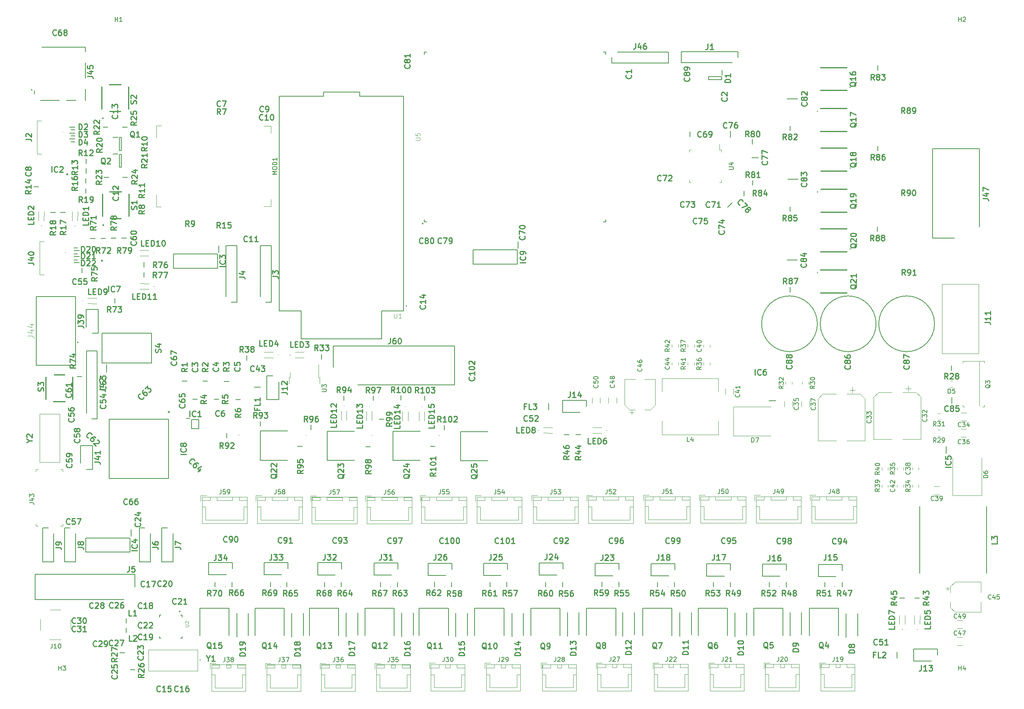
<source format=gto>
G04 #@! TF.GenerationSoftware,KiCad,Pcbnew,(5.1.5)-3*
G04 #@! TF.CreationDate,2020-04-02T18:21:00+02:00*
G04 #@! TF.ProjectId,Pro6_Print,50726f36-5f50-4726-996e-742e6b696361,rev?*
G04 #@! TF.SameCoordinates,Original*
G04 #@! TF.FileFunction,Legend,Top*
G04 #@! TF.FilePolarity,Positive*
%FSLAX46Y46*%
G04 Gerber Fmt 4.6, Leading zero omitted, Abs format (unit mm)*
G04 Created by KiCad (PCBNEW (5.1.5)-3) date 2020-04-02 18:21:00*
%MOMM*%
%LPD*%
G04 APERTURE LIST*
%ADD10C,0.254000*%
%ADD11C,0.100000*%
%ADD12C,0.120000*%
%ADD13C,0.200000*%
%ADD14C,0.127000*%
%ADD15C,0.250000*%
%ADD16C,0.150000*%
%ADD17C,0.015000*%
G04 APERTURE END LIST*
D10*
X222707890Y-40027000D02*
G75*
G03X222707890Y-40027000I-45890J0D01*
G01*
X216050000Y-35525000D02*
X221950000Y-35525000D01*
X216050000Y-40675000D02*
X221950000Y-40675000D01*
X215383890Y-45373000D02*
G75*
G03X215383890Y-45373000I-45890J0D01*
G01*
X221950000Y-49875000D02*
X216050000Y-49875000D01*
X221950000Y-44725000D02*
X216050000Y-44725000D01*
X222729116Y-58127151D02*
G75*
G03X222729116Y-58127151I-45890J0D01*
G01*
X216071226Y-53625151D02*
X221971226Y-53625151D01*
X216071226Y-58775151D02*
X221971226Y-58775151D01*
X215405116Y-63473151D02*
G75*
G03X215405116Y-63473151I-45890J0D01*
G01*
X221971226Y-67975151D02*
X216071226Y-67975151D01*
X221971226Y-62825151D02*
X216071226Y-62825151D01*
X222707890Y-76227000D02*
G75*
G03X222707890Y-76227000I-45890J0D01*
G01*
X216050000Y-71725000D02*
X221950000Y-71725000D01*
X216050000Y-76875000D02*
X221950000Y-76875000D01*
X215383890Y-81573000D02*
G75*
G03X215383890Y-81573000I-45890J0D01*
G01*
X221950000Y-86075000D02*
X216050000Y-86075000D01*
X221950000Y-80925000D02*
X216050000Y-80925000D01*
D11*
X252750000Y-111640000D02*
X252350000Y-111640000D01*
X252750000Y-111240000D02*
X252750000Y-111640000D01*
X252750000Y-101440000D02*
X252750000Y-101840000D01*
X252750000Y-101440000D02*
X252350000Y-101440000D01*
X247950000Y-101440000D02*
X247950000Y-101840000D01*
X247950000Y-101440000D02*
X252350000Y-101440000D01*
X247950000Y-111640000D02*
X247950000Y-111240000D01*
X247950000Y-111640000D02*
X248350000Y-111640000D01*
X251640000Y-101440000D02*
X251640000Y-111540000D01*
D12*
X180550000Y-117900000D02*
X180550000Y-114900000D01*
X193150000Y-117900000D02*
X180550000Y-117900000D01*
X193150000Y-114900000D02*
X193150000Y-117900000D01*
X193150000Y-105300000D02*
X193150000Y-108300000D01*
X180550000Y-105300000D02*
X193150000Y-105300000D01*
X180550000Y-108300000D02*
X180550000Y-105300000D01*
D13*
X206025000Y-110355000D02*
X204500000Y-110355000D01*
X244205000Y-120525000D02*
X244205000Y-122050000D01*
X238300000Y-134000000D02*
X238300000Y-149000000D01*
X253300000Y-149000000D02*
X253300000Y-134000000D01*
X130641000Y-118099000D02*
G75*
G03X130641000Y-118099000I-57000J0D01*
G01*
X135400000Y-123770000D02*
X141500000Y-123770000D01*
X135400000Y-117230000D02*
X135400000Y-123770000D01*
X141500000Y-117230000D02*
X135400000Y-117230000D01*
X115491000Y-118049000D02*
G75*
G03X115491000Y-118049000I-57000J0D01*
G01*
X120250000Y-123720000D02*
X126350000Y-123720000D01*
X120250000Y-117180000D02*
X120250000Y-123720000D01*
X126350000Y-117180000D02*
X120250000Y-117180000D01*
X100791000Y-118049000D02*
G75*
G03X100791000Y-118049000I-57000J0D01*
G01*
X105550000Y-123720000D02*
X111650000Y-123720000D01*
X105550000Y-117180000D02*
X105550000Y-123720000D01*
X111650000Y-117180000D02*
X105550000Y-117180000D01*
X85741000Y-117999000D02*
G75*
G03X85741000Y-117999000I-57000J0D01*
G01*
X90500000Y-123670000D02*
X96600000Y-123670000D01*
X90500000Y-117130000D02*
X90500000Y-123670000D01*
X96600000Y-117130000D02*
X90500000Y-117130000D01*
X82708000Y-152084000D02*
G75*
G03X82708000Y-152084000I-57000J0D01*
G01*
X76980000Y-156900000D02*
X76980000Y-163000000D01*
X83520000Y-156900000D02*
X76980000Y-156900000D01*
X83520000Y-163000000D02*
X83520000Y-156900000D01*
X95058000Y-152034000D02*
G75*
G03X95058000Y-152034000I-57000J0D01*
G01*
X89330000Y-156850000D02*
X89330000Y-162950000D01*
X95870000Y-156850000D02*
X89330000Y-156850000D01*
X95870000Y-162950000D02*
X95870000Y-156850000D01*
X131858000Y-152084000D02*
G75*
G03X131858000Y-152084000I-57000J0D01*
G01*
X126130000Y-156900000D02*
X126130000Y-163000000D01*
X132670000Y-156900000D02*
X126130000Y-156900000D01*
X132670000Y-163000000D02*
X132670000Y-156900000D01*
X144308000Y-152084000D02*
G75*
G03X144308000Y-152084000I-57000J0D01*
G01*
X138580000Y-156900000D02*
X138580000Y-163000000D01*
X145120000Y-156900000D02*
X138580000Y-156900000D01*
X145120000Y-163000000D02*
X145120000Y-156900000D01*
X156908000Y-152084000D02*
G75*
G03X156908000Y-152084000I-57000J0D01*
G01*
X151180000Y-156900000D02*
X151180000Y-163000000D01*
X157720000Y-156900000D02*
X151180000Y-156900000D01*
X157720000Y-163000000D02*
X157720000Y-156900000D01*
X206858000Y-152034000D02*
G75*
G03X206858000Y-152034000I-57000J0D01*
G01*
X201130000Y-156850000D02*
X201130000Y-162950000D01*
X207670000Y-156850000D02*
X201130000Y-156850000D01*
X207670000Y-162950000D02*
X207670000Y-156850000D01*
X107258000Y-152084000D02*
G75*
G03X107258000Y-152084000I-57000J0D01*
G01*
X101530000Y-156900000D02*
X101530000Y-163000000D01*
X108070000Y-156900000D02*
X101530000Y-156900000D01*
X108070000Y-163000000D02*
X108070000Y-156900000D01*
X119708000Y-152084000D02*
G75*
G03X119708000Y-152084000I-57000J0D01*
G01*
X113980000Y-156900000D02*
X113980000Y-163000000D01*
X120520000Y-156900000D02*
X113980000Y-156900000D01*
X120520000Y-163000000D02*
X120520000Y-156900000D01*
X169358000Y-152084000D02*
G75*
G03X169358000Y-152084000I-57000J0D01*
G01*
X163630000Y-156900000D02*
X163630000Y-163000000D01*
X170170000Y-156900000D02*
X163630000Y-156900000D01*
X170170000Y-163000000D02*
X170170000Y-156900000D01*
X181908000Y-152084000D02*
G75*
G03X181908000Y-152084000I-57000J0D01*
G01*
X176180000Y-156900000D02*
X176180000Y-163000000D01*
X182720000Y-156900000D02*
X176180000Y-156900000D01*
X182720000Y-163000000D02*
X182720000Y-156900000D01*
X194408000Y-152084000D02*
G75*
G03X194408000Y-152084000I-57000J0D01*
G01*
X188680000Y-156900000D02*
X188680000Y-163000000D01*
X195220000Y-156900000D02*
X188680000Y-156900000D01*
X195220000Y-163000000D02*
X195220000Y-156900000D01*
X219258000Y-152034000D02*
G75*
G03X219258000Y-152034000I-57000J0D01*
G01*
X213530000Y-156850000D02*
X213530000Y-162950000D01*
X220070000Y-156850000D02*
X213530000Y-156850000D01*
X220070000Y-162950000D02*
X220070000Y-156850000D01*
D14*
X67950000Y-158450000D02*
X68300000Y-158450000D01*
X67950000Y-158800000D02*
X67950000Y-158450000D01*
X67950000Y-163550000D02*
X68300000Y-163550000D01*
X67950000Y-163200000D02*
X67950000Y-163550000D01*
X73050000Y-163550000D02*
X72700000Y-163550000D01*
X73050000Y-163200000D02*
X73050000Y-163550000D01*
X73050000Y-158450000D02*
X72700000Y-158450000D01*
X73050000Y-158800000D02*
X73050000Y-158450000D01*
D13*
X72550000Y-157600000D02*
G75*
G03X72550000Y-157600000I-100000J0D01*
G01*
X77000000Y-168450000D02*
G75*
G02X77100000Y-168450000I50000J0D01*
G01*
X77100000Y-168450000D02*
G75*
G02X77000000Y-168450000I-50000J0D01*
G01*
X77000000Y-168450000D02*
G75*
G02X77100000Y-168450000I50000J0D01*
G01*
X77100000Y-168450000D02*
X77100000Y-168450000D01*
X77000000Y-168450000D02*
X77000000Y-168450000D01*
X77100000Y-168450000D02*
X77100000Y-168450000D01*
D11*
X76485000Y-166200000D02*
X76485000Y-170900000D01*
X65435000Y-166200000D02*
X76485000Y-166200000D01*
X65435000Y-170900000D02*
X65435000Y-166200000D01*
X76485000Y-170900000D02*
X65435000Y-170900000D01*
D13*
X59075000Y-166900000D02*
X60125000Y-166900000D01*
X60450000Y-159175000D02*
X60450000Y-160225000D01*
X60450000Y-162325000D02*
X60450000Y-161275000D01*
D11*
X43450000Y-157200000D02*
X45775000Y-157200000D01*
X48000000Y-159400000D02*
X48000000Y-161575000D01*
X41275000Y-161775000D02*
X41275000Y-159325000D01*
X43300000Y-163875000D02*
X45850000Y-163875000D01*
D13*
X62450000Y-149225000D02*
X62450000Y-152100000D01*
X40050000Y-149225000D02*
X62450000Y-149225000D01*
X40050000Y-154975000D02*
X40050000Y-149225000D01*
X60000000Y-154975000D02*
X40050000Y-154975000D01*
D11*
X46250000Y-138400000D02*
X46250000Y-137900000D01*
X46250000Y-138400000D02*
X45750000Y-138400000D01*
X40250000Y-138400000D02*
X40250000Y-137900000D01*
X40250000Y-138400000D02*
X40750000Y-138400000D01*
X46250000Y-125700000D02*
X45750000Y-125700000D01*
X46250000Y-125700000D02*
X46250000Y-126200000D01*
X40250000Y-125700000D02*
X40250000Y-126200000D01*
X40250000Y-125700000D02*
X40750000Y-125700000D01*
D13*
X73950000Y-114300000D02*
X74800000Y-114300000D01*
X75150000Y-116550000D02*
X75150000Y-114550000D01*
X76750000Y-116550000D02*
X75150000Y-116550000D01*
X76750000Y-114550000D02*
X76750000Y-116550000D01*
X75150000Y-114550000D02*
X76750000Y-114550000D01*
X74075000Y-105950000D02*
X73025000Y-105950000D01*
X78725000Y-105950000D02*
X77675000Y-105950000D01*
X83475000Y-106000000D02*
X82425000Y-106000000D01*
X200800000Y-51675000D02*
X200800000Y-52725000D01*
X200900000Y-60875000D02*
X200900000Y-61925000D01*
X198950000Y-63275000D02*
X198950000Y-64325000D01*
D11*
X94500000Y-100000000D02*
G75*
G02X94600000Y-100000000I50000J0D01*
G01*
X94600000Y-100000000D02*
G75*
G02X94500000Y-100000000I-50000J0D01*
G01*
X94600000Y-100000000D02*
X94600000Y-100000000D01*
X94500000Y-100000000D02*
X94500000Y-100000000D01*
X93400000Y-99400000D02*
X91400000Y-99375000D01*
X93400000Y-100625000D02*
X91400000Y-100625000D01*
X97200000Y-100050000D02*
G75*
G02X97100000Y-100050000I-50000J0D01*
G01*
X97100000Y-100050000D02*
G75*
G02X97200000Y-100050000I50000J0D01*
G01*
X97100000Y-100050000D02*
X97100000Y-100050000D01*
X97200000Y-100050000D02*
X97200000Y-100050000D01*
X98300000Y-100650000D02*
X100300000Y-100675000D01*
X98300000Y-99425000D02*
X100300000Y-99425000D01*
X50750000Y-87900000D02*
G75*
G02X50650000Y-87900000I-50000J0D01*
G01*
X50650000Y-87900000D02*
G75*
G02X50750000Y-87900000I50000J0D01*
G01*
X50650000Y-87900000D02*
X50650000Y-87900000D01*
X50750000Y-87900000D02*
X50750000Y-87900000D01*
X51850000Y-88500000D02*
X53850000Y-88525000D01*
X51850000Y-87275000D02*
X53850000Y-87275000D01*
X126700000Y-111700000D02*
G75*
G02X126700000Y-111600000I0J50000D01*
G01*
X126700000Y-111600000D02*
G75*
G02X126700000Y-111700000I0J-50000D01*
G01*
X126700000Y-111600000D02*
X126700000Y-111600000D01*
X126700000Y-111700000D02*
X126700000Y-111700000D01*
X126100000Y-112800000D02*
X126075000Y-114800000D01*
X127325000Y-112800000D02*
X127325000Y-114800000D01*
X123000000Y-111700000D02*
G75*
G02X123000000Y-111600000I0J50000D01*
G01*
X123000000Y-111600000D02*
G75*
G02X123000000Y-111700000I0J-50000D01*
G01*
X123000000Y-111600000D02*
X123000000Y-111600000D01*
X123000000Y-111700000D02*
X123000000Y-111700000D01*
X122400000Y-112800000D02*
X122375000Y-114800000D01*
X123625000Y-112800000D02*
X123625000Y-114800000D01*
X114900000Y-111600000D02*
G75*
G02X114900000Y-111500000I0J50000D01*
G01*
X114900000Y-111500000D02*
G75*
G02X114900000Y-111600000I0J-50000D01*
G01*
X114900000Y-111500000D02*
X114900000Y-111500000D01*
X114900000Y-111600000D02*
X114900000Y-111600000D01*
X114300000Y-112700000D02*
X114275000Y-114700000D01*
X115525000Y-112700000D02*
X115525000Y-114700000D01*
X109250000Y-111525000D02*
G75*
G02X109250000Y-111425000I0J50000D01*
G01*
X109250000Y-111425000D02*
G75*
G02X109250000Y-111525000I0J-50000D01*
G01*
X109250000Y-111425000D02*
X109250000Y-111425000D01*
X109250000Y-111525000D02*
X109250000Y-111525000D01*
X108650000Y-112625000D02*
X108625000Y-114625000D01*
X109875000Y-112625000D02*
X109875000Y-114625000D01*
X152850000Y-116950000D02*
G75*
G02X152750000Y-116950000I-50000J0D01*
G01*
X152750000Y-116950000D02*
G75*
G02X152850000Y-116950000I50000J0D01*
G01*
X152750000Y-116950000D02*
X152750000Y-116950000D01*
X152850000Y-116950000D02*
X152850000Y-116950000D01*
X153950000Y-117550000D02*
X155950000Y-117575000D01*
X153950000Y-116325000D02*
X155950000Y-116325000D01*
X234350000Y-161575000D02*
G75*
G02X234350000Y-161675000I0J-50000D01*
G01*
X234350000Y-161675000D02*
G75*
G02X234350000Y-161575000I0J50000D01*
G01*
X234350000Y-161675000D02*
X234350000Y-161675000D01*
X234350000Y-161575000D02*
X234350000Y-161575000D01*
X234950000Y-160475000D02*
X234975000Y-158475000D01*
X233725000Y-160475000D02*
X233725000Y-158475000D01*
X168075000Y-116950000D02*
G75*
G02X168175000Y-116950000I50000J0D01*
G01*
X168175000Y-116950000D02*
G75*
G02X168075000Y-116950000I-50000J0D01*
G01*
X168175000Y-116950000D02*
X168175000Y-116950000D01*
X168075000Y-116950000D02*
X168075000Y-116950000D01*
X166975000Y-116350000D02*
X164975000Y-116325000D01*
X166975000Y-117575000D02*
X164975000Y-117575000D01*
X237700000Y-161575000D02*
G75*
G02X237700000Y-161675000I0J-50000D01*
G01*
X237700000Y-161675000D02*
G75*
G02X237700000Y-161575000I0J50000D01*
G01*
X237700000Y-161675000D02*
X237700000Y-161675000D01*
X237700000Y-161575000D02*
X237700000Y-161575000D01*
X238300000Y-160475000D02*
X238325000Y-158475000D01*
X237075000Y-160475000D02*
X237075000Y-158475000D01*
D13*
X48150000Y-49550000D02*
X48950000Y-49550000D01*
X47795000Y-48950000D02*
X48950000Y-48950000D01*
X48150000Y-50850000D02*
X48950000Y-50850000D01*
X47795000Y-50250000D02*
X48950000Y-50250000D01*
X48150000Y-52200000D02*
X48950000Y-52200000D01*
X47795000Y-51600000D02*
X48950000Y-51600000D01*
X49600000Y-76050000D02*
X48800000Y-76050000D01*
X49955000Y-76650000D02*
X48800000Y-76650000D01*
X49600000Y-77350000D02*
X48800000Y-77350000D01*
X49955000Y-77950000D02*
X48800000Y-77950000D01*
X49600000Y-78700000D02*
X48800000Y-78700000D01*
X49955000Y-79300000D02*
X48800000Y-79300000D01*
D11*
X49000000Y-71000000D02*
G75*
G02X49000000Y-71100000I0J-50000D01*
G01*
X49000000Y-71100000D02*
G75*
G02X49000000Y-71000000I0J50000D01*
G01*
X49000000Y-71100000D02*
X49000000Y-71100000D01*
X49000000Y-71000000D02*
X49000000Y-71000000D01*
X49600000Y-69900000D02*
X49625000Y-67900000D01*
X48375000Y-69900000D02*
X48375000Y-67900000D01*
X41450000Y-71000000D02*
G75*
G02X41450000Y-71100000I0J-50000D01*
G01*
X41450000Y-71100000D02*
G75*
G02X41450000Y-71000000I0J50000D01*
G01*
X41450000Y-71100000D02*
X41450000Y-71100000D01*
X41450000Y-71000000D02*
X41450000Y-71000000D01*
X42050000Y-69900000D02*
X42075000Y-67900000D01*
X40825000Y-69900000D02*
X40825000Y-67900000D01*
X66600000Y-77150000D02*
G75*
G02X66700000Y-77150000I50000J0D01*
G01*
X66700000Y-77150000D02*
G75*
G02X66600000Y-77150000I-50000J0D01*
G01*
X66700000Y-77150000D02*
X66700000Y-77150000D01*
X66600000Y-77150000D02*
X66600000Y-77150000D01*
X65500000Y-76550000D02*
X63500000Y-76525000D01*
X65500000Y-77775000D02*
X63500000Y-77775000D01*
X66650000Y-84650000D02*
G75*
G02X66750000Y-84650000I50000J0D01*
G01*
X66750000Y-84650000D02*
G75*
G02X66650000Y-84650000I-50000J0D01*
G01*
X66750000Y-84650000D02*
X66750000Y-84650000D01*
X66650000Y-84650000D02*
X66650000Y-84650000D01*
X65550000Y-84050000D02*
X63550000Y-84025000D01*
X65550000Y-85275000D02*
X63550000Y-85275000D01*
D13*
X76425000Y-110000000D02*
X75375000Y-110000000D01*
X81225000Y-110000000D02*
X80175000Y-110000000D01*
X86075000Y-110050000D02*
X85025000Y-110050000D01*
X39825000Y-62300000D02*
X40875000Y-62300000D01*
X50600000Y-80525000D02*
X50600000Y-81575000D01*
X51500000Y-58175000D02*
X51500000Y-59225000D01*
X54775000Y-73900000D02*
X55825000Y-73900000D01*
X51500000Y-56025000D02*
X51500000Y-57075000D01*
X53525000Y-73900000D02*
X52475000Y-73900000D01*
X57500000Y-51200000D02*
X58600000Y-51200000D01*
X58950000Y-54150000D02*
X58950000Y-51250000D01*
X59350000Y-54150000D02*
X58950000Y-54150000D01*
X59350000Y-51250000D02*
X59350000Y-54150000D01*
X58950000Y-51250000D02*
X59350000Y-51250000D01*
X57500000Y-54950000D02*
X58600000Y-54950000D01*
X58950000Y-57900000D02*
X58950000Y-55000000D01*
X59350000Y-57900000D02*
X58950000Y-57900000D01*
X59350000Y-55000000D02*
X59350000Y-57900000D01*
X58950000Y-55000000D02*
X59350000Y-55000000D01*
D11*
X67270000Y-48630000D02*
X67270000Y-51280000D01*
X68320000Y-48630000D02*
X67270000Y-48630000D01*
X67250000Y-66780000D02*
X67250000Y-64080000D01*
X68290000Y-66780000D02*
X67250000Y-66780000D01*
X92890000Y-48660000D02*
X92890000Y-50290000D01*
X91260000Y-48660000D02*
X92890000Y-48660000D01*
X92890000Y-66730000D02*
X92890000Y-65090000D01*
X91270000Y-66730000D02*
X92890000Y-66730000D01*
D13*
X131800000Y-116875000D02*
X131800000Y-115825000D01*
X128625000Y-120600000D02*
X129675000Y-120600000D01*
X117175000Y-114500000D02*
X118225000Y-114500000D01*
X114125000Y-120650000D02*
X115175000Y-120650000D01*
X101900000Y-116825000D02*
X101900000Y-115775000D01*
X98875000Y-120600000D02*
X99925000Y-120600000D01*
X90500000Y-114975000D02*
X90500000Y-116025000D01*
X83000000Y-117575000D02*
X83000000Y-118625000D01*
X106850000Y-98070000D02*
X106850000Y-102820000D01*
X134050000Y-98070000D02*
X106850000Y-98070000D01*
X134050000Y-106790000D02*
X134050000Y-98070000D01*
X112360000Y-106790000D02*
X134050000Y-106790000D01*
D11*
X251450000Y-99760000D02*
X243250000Y-99760000D01*
X251450000Y-84150000D02*
X251450000Y-99760000D01*
X243250000Y-84150000D02*
X251450000Y-84150000D01*
X243250000Y-99760000D02*
X243250000Y-84150000D01*
D12*
X245661252Y-105840000D02*
X245138748Y-105840000D01*
X245661252Y-107260000D02*
X245138748Y-107260000D01*
D13*
X245400000Y-103525000D02*
X245400000Y-102475000D01*
X87500000Y-101225000D02*
X87500000Y-100175000D01*
X104250000Y-99925000D02*
X104250000Y-100975000D01*
X50230000Y-120365000D02*
X50230000Y-124300000D01*
X52970000Y-120365000D02*
X50230000Y-120365000D01*
X52970000Y-125695000D02*
X52970000Y-120365000D01*
X51600000Y-125695000D02*
X52970000Y-125695000D01*
X57900000Y-87375000D02*
X57900000Y-88425000D01*
X82805000Y-75520000D02*
X82805000Y-86950000D01*
X85295000Y-75520000D02*
X82805000Y-75520000D01*
X85295000Y-88220000D02*
X85295000Y-75520000D01*
X84050000Y-88220000D02*
X85295000Y-88220000D01*
X90505000Y-75530000D02*
X90505000Y-86960000D01*
X92995000Y-75530000D02*
X90505000Y-75530000D01*
X92995000Y-88230000D02*
X92995000Y-75530000D01*
X91750000Y-88230000D02*
X92995000Y-88230000D01*
X127400000Y-110275000D02*
X127400000Y-109225000D01*
X122050000Y-110175000D02*
X122050000Y-109125000D01*
X115850000Y-109225000D02*
X115850000Y-110275000D01*
X109250000Y-109225000D02*
X109250000Y-110275000D01*
D12*
X114100000Y-131650000D02*
X114100000Y-132900000D01*
X115350000Y-131650000D02*
X114100000Y-131650000D01*
X123750000Y-137150000D02*
X119450000Y-137150000D01*
X123750000Y-134200000D02*
X123750000Y-137150000D01*
X124500000Y-134200000D02*
X123750000Y-134200000D01*
X115150000Y-137150000D02*
X119450000Y-137150000D01*
X115150000Y-134200000D02*
X115150000Y-137150000D01*
X114400000Y-134200000D02*
X115150000Y-134200000D01*
X124500000Y-131950000D02*
X122700000Y-131950000D01*
X124500000Y-132700000D02*
X124500000Y-131950000D01*
X122700000Y-132700000D02*
X124500000Y-132700000D01*
X122700000Y-131950000D02*
X122700000Y-132700000D01*
X116200000Y-131950000D02*
X114400000Y-131950000D01*
X116200000Y-132700000D02*
X116200000Y-131950000D01*
X114400000Y-132700000D02*
X116200000Y-132700000D01*
X114400000Y-131950000D02*
X114400000Y-132700000D01*
X121200000Y-131950000D02*
X117700000Y-131950000D01*
X121200000Y-132700000D02*
X121200000Y-131950000D01*
X117700000Y-132700000D02*
X121200000Y-132700000D01*
X117700000Y-131950000D02*
X117700000Y-132700000D01*
X124510000Y-131940000D02*
X114390000Y-131940000D01*
X124510000Y-137910000D02*
X124510000Y-131940000D01*
X114390000Y-137910000D02*
X124510000Y-137910000D01*
X114390000Y-131940000D02*
X114390000Y-137910000D01*
D13*
X159675000Y-117900000D02*
X158625000Y-117900000D01*
X233825000Y-154600000D02*
X234875000Y-154600000D01*
X162325000Y-117900000D02*
X161275000Y-117900000D01*
X237175000Y-154600000D02*
X238225000Y-154600000D01*
X158265000Y-112970000D02*
X162200000Y-112970000D01*
X158265000Y-110230000D02*
X158265000Y-112970000D01*
X163595000Y-110230000D02*
X158265000Y-110230000D01*
X163595000Y-111600000D02*
X163595000Y-110230000D01*
D12*
X191260000Y-102308578D02*
X191260000Y-101791422D01*
X189840000Y-102308578D02*
X189840000Y-101791422D01*
X196560000Y-108852064D02*
X196560000Y-107647936D01*
X194740000Y-108852064D02*
X194740000Y-107647936D01*
D13*
X51570000Y-99140000D02*
X51570000Y-113100000D01*
X53930000Y-99140000D02*
X51570000Y-99140000D01*
X53930000Y-114360000D02*
X53930000Y-99140000D01*
X52750000Y-114360000D02*
X53930000Y-114360000D01*
X51480000Y-89865000D02*
X51480000Y-93800000D01*
X54220000Y-89865000D02*
X51480000Y-89865000D01*
X54220000Y-95195000D02*
X54220000Y-89865000D01*
X52850000Y-95195000D02*
X54220000Y-95195000D01*
X39408360Y-40579000D02*
G75*
G03X39408360Y-40579000I-113360J0D01*
G01*
X39900000Y-40684000D02*
X39900000Y-41505000D01*
X45501000Y-42920000D02*
X41267000Y-42920000D01*
X49197000Y-42920000D02*
X47116000Y-42920000D01*
X51300000Y-42920000D02*
X51300000Y-40400000D01*
X51300000Y-34445000D02*
X51300000Y-37945000D01*
X51300000Y-30970000D02*
X51300000Y-32031000D01*
X51300000Y-30970000D02*
X41621000Y-30970000D01*
X196294975Y-65855025D02*
X195305025Y-66844975D01*
X202100000Y-55750000D02*
X200700000Y-55750000D01*
X195850000Y-49800000D02*
X195850000Y-51200000D01*
X245450000Y-110950000D02*
X245450000Y-109550000D01*
X210850000Y-78700000D02*
X208550000Y-78700000D01*
X211000000Y-60600000D02*
X208700000Y-60600000D01*
X210900000Y-42550000D02*
X208600000Y-42550000D01*
X236965000Y-168770000D02*
X240900000Y-168770000D01*
X236965000Y-166030000D02*
X236965000Y-168770000D01*
X242295000Y-166030000D02*
X236965000Y-166030000D01*
X242295000Y-167400000D02*
X242295000Y-166030000D01*
X94720000Y-110035000D02*
X94720000Y-106100000D01*
X91980000Y-110035000D02*
X94720000Y-110035000D01*
X91980000Y-104705000D02*
X91980000Y-110035000D01*
X93350000Y-104705000D02*
X91980000Y-104705000D01*
X233200000Y-166700000D02*
X233200000Y-168100000D01*
X155150000Y-110950000D02*
X155150000Y-112350000D01*
X90550000Y-107300000D02*
X89150000Y-107300000D01*
X51450000Y-61475000D02*
X51450000Y-60425000D01*
X46825000Y-68100000D02*
X45775000Y-68100000D01*
X43575000Y-68100000D02*
X44625000Y-68100000D01*
X51450000Y-63775000D02*
X51450000Y-62725000D01*
X56325000Y-48950000D02*
X55275000Y-48950000D01*
X55525000Y-60200000D02*
X56575000Y-60200000D01*
X59725000Y-60200000D02*
X60775000Y-60200000D01*
X60725000Y-48900000D02*
X59675000Y-48900000D01*
X62425000Y-170700000D02*
X61375000Y-170700000D01*
X220950000Y-152075000D02*
X220950000Y-151025000D01*
X208400000Y-152125000D02*
X208400000Y-151075000D01*
X195850000Y-152075000D02*
X195850000Y-151025000D01*
X183350000Y-152075000D02*
X183350000Y-151025000D01*
X217050000Y-152075000D02*
X217050000Y-151025000D01*
X204550000Y-152075000D02*
X204550000Y-151025000D01*
X192050000Y-152075000D02*
X192050000Y-151025000D01*
X179550000Y-152075000D02*
X179550000Y-151025000D01*
X170850000Y-152025000D02*
X170850000Y-150975000D01*
X158300000Y-152075000D02*
X158300000Y-151025000D01*
X145700000Y-152025000D02*
X145700000Y-150975000D01*
X133400000Y-152075000D02*
X133400000Y-151025000D01*
X167050000Y-152025000D02*
X167050000Y-150975000D01*
X154500000Y-152075000D02*
X154500000Y-151025000D01*
X142000000Y-152075000D02*
X142000000Y-151025000D01*
X129600000Y-152025000D02*
X129600000Y-150975000D01*
X121250000Y-152075000D02*
X121250000Y-151025000D01*
X108650000Y-152075000D02*
X108650000Y-151025000D01*
X96500000Y-152075000D02*
X96500000Y-151025000D01*
X84150000Y-152075000D02*
X84150000Y-151025000D01*
X117450000Y-152075000D02*
X117450000Y-151025000D01*
X104900000Y-152075000D02*
X104900000Y-151025000D01*
X92800000Y-152075000D02*
X92800000Y-151025000D01*
X80400000Y-152075000D02*
X80400000Y-151025000D01*
X49475000Y-104900000D02*
X50525000Y-104900000D01*
X64500000Y-79275000D02*
X64500000Y-80325000D01*
X64500000Y-81525000D02*
X64500000Y-82575000D01*
X58175000Y-73850000D02*
X57125000Y-73850000D01*
X60525000Y-73850000D02*
X59475000Y-73850000D01*
X224400000Y-163100000D02*
X224400000Y-158100000D01*
X221800000Y-158100000D02*
X221800000Y-163400000D01*
X211800000Y-162800000D02*
X211800000Y-157800000D01*
X209200000Y-157800000D02*
X209200000Y-163100000D01*
X199500000Y-162900000D02*
X199500000Y-157900000D01*
X196900000Y-157900000D02*
X196900000Y-163200000D01*
X187100000Y-162850000D02*
X187100000Y-157850000D01*
X184500000Y-157850000D02*
X184500000Y-163150000D01*
X174350000Y-162850000D02*
X174350000Y-157850000D01*
X171750000Y-157850000D02*
X171750000Y-163150000D01*
X161950000Y-162850000D02*
X161950000Y-157850000D01*
X159350000Y-157850000D02*
X159350000Y-163150000D01*
X149500000Y-162950000D02*
X149500000Y-157950000D01*
X146900000Y-157950000D02*
X146900000Y-163250000D01*
X136950000Y-162950000D02*
X136950000Y-157950000D01*
X134350000Y-157950000D02*
X134350000Y-163250000D01*
X124800000Y-162900000D02*
X124800000Y-157900000D01*
X122200000Y-157900000D02*
X122200000Y-163200000D01*
X112350000Y-162900000D02*
X112350000Y-157900000D01*
X109750000Y-157900000D02*
X109750000Y-163200000D01*
X100150000Y-163000000D02*
X100150000Y-158000000D01*
X97550000Y-158000000D02*
X97550000Y-163300000D01*
X87850000Y-163000000D02*
X87850000Y-158000000D01*
X85250000Y-158000000D02*
X85250000Y-163300000D01*
X215565000Y-149770000D02*
X219500000Y-149770000D01*
X215565000Y-147030000D02*
X215565000Y-149770000D01*
X220895000Y-147030000D02*
X215565000Y-147030000D01*
X220895000Y-148400000D02*
X220895000Y-147030000D01*
X203055000Y-149720000D02*
X206990000Y-149720000D01*
X203055000Y-146980000D02*
X203055000Y-149720000D01*
X208385000Y-146980000D02*
X203055000Y-146980000D01*
X208385000Y-148350000D02*
X208385000Y-146980000D01*
X190555000Y-149670000D02*
X194490000Y-149670000D01*
X190555000Y-146930000D02*
X190555000Y-149670000D01*
X195885000Y-146930000D02*
X190555000Y-146930000D01*
X195885000Y-148300000D02*
X195885000Y-146930000D01*
X178105000Y-149620000D02*
X182040000Y-149620000D01*
X178105000Y-146880000D02*
X178105000Y-149620000D01*
X183435000Y-146880000D02*
X178105000Y-146880000D01*
X183435000Y-148250000D02*
X183435000Y-146880000D01*
X165555000Y-149570000D02*
X169490000Y-149570000D01*
X165555000Y-146830000D02*
X165555000Y-149570000D01*
X170885000Y-146830000D02*
X165555000Y-146830000D01*
X170885000Y-148200000D02*
X170885000Y-146830000D01*
X153055000Y-149470000D02*
X156990000Y-149470000D01*
X153055000Y-146730000D02*
X153055000Y-149470000D01*
X158385000Y-146730000D02*
X153055000Y-146730000D01*
X158385000Y-148100000D02*
X158385000Y-146730000D01*
X140565000Y-149520000D02*
X144500000Y-149520000D01*
X140565000Y-146780000D02*
X140565000Y-149520000D01*
X145895000Y-146780000D02*
X140565000Y-146780000D01*
X145895000Y-148150000D02*
X145895000Y-146780000D01*
X128155000Y-149520000D02*
X132090000Y-149520000D01*
X128155000Y-146780000D02*
X128155000Y-149520000D01*
X133485000Y-146780000D02*
X128155000Y-146780000D01*
X133485000Y-148150000D02*
X133485000Y-146780000D01*
X116005000Y-149470000D02*
X119940000Y-149470000D01*
X116005000Y-146730000D02*
X116005000Y-149470000D01*
X121335000Y-146730000D02*
X116005000Y-146730000D01*
X121335000Y-148100000D02*
X121335000Y-146730000D01*
X103405000Y-149420000D02*
X107340000Y-149420000D01*
X103405000Y-146680000D02*
X103405000Y-149420000D01*
X108735000Y-146680000D02*
X103405000Y-146680000D01*
X108735000Y-148050000D02*
X108735000Y-146680000D01*
X91355000Y-149370000D02*
X95290000Y-149370000D01*
X91355000Y-146630000D02*
X91355000Y-149370000D01*
X96685000Y-146630000D02*
X91355000Y-146630000D01*
X96685000Y-148000000D02*
X96685000Y-146630000D01*
X78955000Y-149370000D02*
X82890000Y-149370000D01*
X78955000Y-146630000D02*
X78955000Y-149370000D01*
X84285000Y-146630000D02*
X78955000Y-146630000D01*
X84285000Y-148000000D02*
X84285000Y-146630000D01*
X228500000Y-93050000D02*
G75*
G03X228500000Y-93050000I-6250000J0D01*
G01*
X241600000Y-93050000D02*
G75*
G03X241600000Y-93050000I-6250000J0D01*
G01*
X215350000Y-93050000D02*
G75*
G03X215350000Y-93050000I-6250000J0D01*
G01*
X241150000Y-73800000D02*
X246100000Y-73800000D01*
X241150000Y-53800000D02*
X241150000Y-73800000D01*
X251650000Y-53800000D02*
X241150000Y-53800000D01*
X251650000Y-71300000D02*
X251650000Y-53800000D01*
X184870000Y-34495000D02*
X196300000Y-34495000D01*
X184870000Y-32005000D02*
X184870000Y-34495000D01*
X197570000Y-32005000D02*
X184870000Y-32005000D01*
X197570000Y-33250000D02*
X197570000Y-32005000D01*
X181980000Y-32055000D02*
X170550000Y-32055000D01*
X181980000Y-34545000D02*
X181980000Y-32055000D01*
X169280000Y-34545000D02*
X181980000Y-34545000D01*
X169280000Y-33300000D02*
X169280000Y-34545000D01*
X167920000Y-70150000D02*
X167920000Y-69642000D01*
X167920000Y-70150000D02*
X167412000Y-70150000D01*
X167920000Y-32050000D02*
X167920000Y-32558000D01*
X167920000Y-32050000D02*
X167412000Y-32050000D01*
X127280000Y-32050000D02*
X127280000Y-32558000D01*
X127280000Y-32050000D02*
X127788000Y-32050000D01*
X127280000Y-70150000D02*
X127280000Y-69642000D01*
X127280000Y-70150000D02*
X127788000Y-70150000D01*
X127026000Y-70531000D02*
G75*
G03X127026000Y-70531000I-127000J0D01*
G01*
D14*
X104640000Y-42000000D02*
X94750000Y-42000000D01*
X104640000Y-41100000D02*
X104640000Y-42000000D01*
X112770000Y-41100000D02*
X104640000Y-41100000D01*
X112770000Y-42000000D02*
X112770000Y-41100000D01*
X122650000Y-42000000D02*
X112770000Y-42000000D01*
X99700000Y-96400000D02*
X99700000Y-90200000D01*
X117700000Y-96400000D02*
X99700000Y-96400000D01*
X117700000Y-90200000D02*
X117700000Y-96400000D01*
X117700000Y-90200000D02*
X122650000Y-90200000D01*
X94750000Y-90200000D02*
X99700000Y-90200000D01*
X94750000Y-42000000D02*
X94750000Y-90200000D01*
X122650000Y-90200000D02*
X122650000Y-42000000D01*
D13*
X123370000Y-89070000D02*
G75*
G03X123370000Y-89070000I-100000J0D01*
G01*
X186800000Y-49975000D02*
X186800000Y-51025000D01*
X194000000Y-36125000D02*
X194000000Y-37275000D01*
X190925000Y-37625000D02*
X193875000Y-37625000D01*
X190925000Y-38275000D02*
X190925000Y-37625000D01*
X193875000Y-38275000D02*
X190925000Y-38275000D01*
X193875000Y-37625000D02*
X193875000Y-38275000D01*
X65895000Y-146510000D02*
X65895000Y-140160000D01*
X63405000Y-146510000D02*
X65895000Y-146510000D01*
X63405000Y-138890000D02*
X63405000Y-146510000D01*
X64650000Y-138890000D02*
X63405000Y-138890000D01*
X70945000Y-146510000D02*
X70945000Y-140160000D01*
X68455000Y-146510000D02*
X70945000Y-146510000D01*
X68455000Y-138890000D02*
X68455000Y-146510000D01*
X69700000Y-138890000D02*
X68455000Y-138890000D01*
X49145000Y-146510000D02*
X49145000Y-140160000D01*
X46655000Y-146510000D02*
X49145000Y-146510000D01*
X46655000Y-138890000D02*
X46655000Y-146510000D01*
X47900000Y-138890000D02*
X46655000Y-138890000D01*
X49730000Y-97200000D02*
G75*
G03X49730000Y-97200000I-100000J0D01*
G01*
D14*
X49130000Y-86960000D02*
X49130000Y-102360000D01*
X40350000Y-86960000D02*
X49130000Y-86960000D01*
X40350000Y-102360000D02*
X40350000Y-86960000D01*
X49130000Y-102360000D02*
X40350000Y-102360000D01*
D13*
X209200000Y-48675000D02*
X209200000Y-49725000D01*
X228900000Y-36125000D02*
X228900000Y-35075000D01*
X209200000Y-66775000D02*
X209200000Y-67825000D01*
X228900000Y-54225000D02*
X228900000Y-53175000D01*
X209200000Y-84875000D02*
X209200000Y-85925000D01*
X228800000Y-72325000D02*
X228800000Y-71275000D01*
X56040000Y-103925000D02*
X56040000Y-102175000D01*
X66150000Y-101825000D02*
X55050000Y-101825000D01*
X66150000Y-95175000D02*
X66150000Y-101825000D01*
X55050000Y-95175000D02*
X66150000Y-95175000D01*
X55050000Y-101825000D02*
X55050000Y-95175000D01*
D11*
X45550000Y-124135000D02*
X41050000Y-124135000D01*
X45550000Y-113285000D02*
X45550000Y-124135000D01*
X41050000Y-113285000D02*
X45550000Y-113285000D01*
X41050000Y-124135000D02*
X41050000Y-113285000D01*
D15*
X70175000Y-112850000D02*
G75*
G03X70175000Y-112850000I-125000J0D01*
G01*
D13*
X56650000Y-114450000D02*
X69950000Y-114450000D01*
X56650000Y-127750000D02*
X56650000Y-114450000D01*
X69950000Y-127750000D02*
X56650000Y-127750000D01*
X69950000Y-114450000D02*
X69950000Y-127750000D01*
D10*
X55442665Y-70904335D02*
G75*
G03X55442665Y-70904335I-99335J0D01*
G01*
X61095000Y-68900000D02*
X61095000Y-63900000D01*
X56787670Y-63405000D02*
X59379330Y-63405000D01*
X56844330Y-69395000D02*
X59280000Y-69395000D01*
X55105000Y-68900000D02*
X55105000Y-63900000D01*
X55342665Y-46904335D02*
G75*
G03X55342665Y-46904335I-99335J0D01*
G01*
X60995000Y-44900000D02*
X60995000Y-39900000D01*
X56687670Y-39405000D02*
X59279330Y-39405000D01*
X56744330Y-45395000D02*
X59180000Y-45395000D01*
X55005000Y-44900000D02*
X55005000Y-39900000D01*
D11*
X46195000Y-49875000D02*
G75*
G03X46195000Y-49975000I0J-50000D01*
G01*
X46195000Y-49975000D02*
G75*
G03X46195000Y-49875000I0J50000D01*
G01*
X46195000Y-49975000D02*
X46195000Y-49975000D01*
X46195000Y-49875000D02*
X46195000Y-49875000D01*
X40495000Y-54975000D02*
X41495000Y-54975000D01*
X40495000Y-47475000D02*
X40495000Y-54975000D01*
X41495000Y-47475000D02*
X40495000Y-47475000D01*
D15*
X47375000Y-59500000D02*
G75*
G03X47375000Y-59500000I-125000J0D01*
G01*
X55175000Y-78900000D02*
G75*
G03X55175000Y-78900000I-125000J0D01*
G01*
D11*
X46825000Y-76975000D02*
G75*
G03X46825000Y-77075000I0J-50000D01*
G01*
X46825000Y-77075000D02*
G75*
G03X46825000Y-76975000I0J50000D01*
G01*
X46825000Y-77075000D02*
X46825000Y-77075000D01*
X46825000Y-76975000D02*
X46825000Y-76975000D01*
X41125000Y-82075000D02*
X42125000Y-82075000D01*
X41125000Y-74575000D02*
X41125000Y-82075000D01*
X42125000Y-74575000D02*
X41125000Y-74575000D01*
D10*
X48306005Y-102945665D02*
G75*
G03X48306005Y-102945665I-99335J0D01*
G01*
X42455000Y-104950000D02*
X42455000Y-109950000D01*
X46762330Y-110445000D02*
X44170670Y-110445000D01*
X46705670Y-104455000D02*
X44270000Y-104455000D01*
X48445000Y-104950000D02*
X48445000Y-109950000D01*
D13*
X81195000Y-75500000D02*
X81195000Y-77050000D01*
X71100000Y-77400000D02*
X81000000Y-77400000D01*
X71100000Y-80600000D02*
X71100000Y-77400000D01*
X81000000Y-80600000D02*
X71100000Y-80600000D01*
X81000000Y-77400000D02*
X81000000Y-80600000D01*
X148295000Y-74550000D02*
X148295000Y-76100000D01*
X138200000Y-76450000D02*
X148100000Y-76450000D01*
X138200000Y-79650000D02*
X138200000Y-76450000D01*
X148100000Y-79650000D02*
X138200000Y-79650000D01*
X148100000Y-76450000D02*
X148100000Y-79650000D01*
X61545000Y-139200000D02*
X61545000Y-140750000D01*
X51450000Y-141100000D02*
X61350000Y-141100000D01*
X51450000Y-144300000D02*
X51450000Y-141100000D01*
X61350000Y-144300000D02*
X51450000Y-144300000D01*
X61350000Y-141100000D02*
X61350000Y-144300000D01*
X44245000Y-146510000D02*
X44245000Y-140160000D01*
X41755000Y-146510000D02*
X44245000Y-146510000D01*
X41755000Y-138890000D02*
X41755000Y-146510000D01*
X43000000Y-138890000D02*
X41755000Y-138890000D01*
D12*
X97220000Y-105030000D02*
X97220000Y-103930000D01*
X96950000Y-105030000D02*
X97220000Y-105030000D01*
X96950000Y-106530000D02*
X96950000Y-105030000D01*
X103580000Y-105030000D02*
X103580000Y-102200000D01*
X103850000Y-105030000D02*
X103580000Y-105030000D01*
X103850000Y-106530000D02*
X103850000Y-105030000D01*
X231210000Y-129721078D02*
X231210000Y-129203922D01*
X229790000Y-129721078D02*
X229790000Y-129203922D01*
X231210000Y-125858578D02*
X231210000Y-125341422D01*
X229790000Y-125858578D02*
X229790000Y-125341422D01*
X184160000Y-98258578D02*
X184160000Y-97741422D01*
X182740000Y-98258578D02*
X182740000Y-97741422D01*
X187710000Y-102258578D02*
X187710000Y-101741422D01*
X186290000Y-102258578D02*
X186290000Y-101741422D01*
X234610000Y-125808578D02*
X234610000Y-125291422D01*
X233190000Y-125808578D02*
X233190000Y-125291422D01*
X238060000Y-129708578D02*
X238060000Y-129191422D01*
X236640000Y-129708578D02*
X236640000Y-129191422D01*
X187710000Y-98258578D02*
X187710000Y-97741422D01*
X186290000Y-98258578D02*
X186290000Y-97741422D01*
X242858578Y-113190000D02*
X242341422Y-113190000D01*
X242858578Y-114610000D02*
X242341422Y-114610000D01*
X209660000Y-106608578D02*
X209660000Y-106091422D01*
X208240000Y-106608578D02*
X208240000Y-106091422D01*
X242858578Y-116840000D02*
X242341422Y-116840000D01*
X242858578Y-118260000D02*
X242341422Y-118260000D01*
X211940000Y-106091422D02*
X211940000Y-106608578D01*
X213360000Y-106091422D02*
X213360000Y-106608578D01*
X245650000Y-131600000D02*
X245650000Y-123200000D01*
X252150000Y-131600000D02*
X252150000Y-123200000D01*
X252150000Y-131600000D02*
X245650000Y-131600000D01*
X196500000Y-111700000D02*
X204900000Y-111700000D01*
X196500000Y-118200000D02*
X204900000Y-118200000D01*
X196500000Y-118200000D02*
X196500000Y-111700000D01*
X246647936Y-161410000D02*
X247852064Y-161410000D01*
X246647936Y-159590000D02*
X247852064Y-159590000D01*
X166660000Y-110802064D02*
X166660000Y-109597936D01*
X164840000Y-110802064D02*
X164840000Y-109597936D01*
X246647936Y-165210000D02*
X247852064Y-165210000D01*
X246647936Y-163390000D02*
X247852064Y-163390000D01*
X170360000Y-110802064D02*
X170360000Y-109597936D01*
X168540000Y-110802064D02*
X168540000Y-109597936D01*
X244506250Y-152108750D02*
X244506250Y-152896250D01*
X244112500Y-152502500D02*
X244900000Y-152502500D01*
X245140000Y-156695563D02*
X246204437Y-157760000D01*
X245140000Y-152004437D02*
X246204437Y-150940000D01*
X245140000Y-152004437D02*
X245140000Y-153290000D01*
X245140000Y-156695563D02*
X245140000Y-155410000D01*
X246204437Y-157760000D02*
X251960000Y-157760000D01*
X246204437Y-150940000D02*
X251960000Y-150940000D01*
X251960000Y-150940000D02*
X251960000Y-153290000D01*
X251960000Y-157760000D02*
X251960000Y-155410000D01*
X173358750Y-112943750D02*
X174146250Y-112943750D01*
X173752500Y-113337500D02*
X173752500Y-112550000D01*
X177945563Y-112310000D02*
X179010000Y-111245563D01*
X173254437Y-112310000D02*
X172190000Y-111245563D01*
X173254437Y-112310000D02*
X174540000Y-112310000D01*
X177945563Y-112310000D02*
X176660000Y-112310000D01*
X179010000Y-111245563D02*
X179010000Y-105490000D01*
X172190000Y-111245563D02*
X172190000Y-105490000D01*
X172190000Y-105490000D02*
X174540000Y-105490000D01*
X179010000Y-105490000D02*
X176660000Y-105490000D01*
X234610000Y-129721078D02*
X234610000Y-129203922D01*
X233190000Y-129721078D02*
X233190000Y-129203922D01*
X184144000Y-102254578D02*
X184144000Y-101737422D01*
X182724000Y-102254578D02*
X182724000Y-101737422D01*
X242702064Y-129540000D02*
X241497936Y-129540000D01*
X242702064Y-131360000D02*
X241497936Y-131360000D01*
X238060000Y-125808578D02*
X238060000Y-125291422D01*
X236640000Y-125808578D02*
X236640000Y-125291422D01*
X191260000Y-98308578D02*
X191260000Y-97791422D01*
X189840000Y-98308578D02*
X189840000Y-97791422D01*
X247497936Y-118460000D02*
X248702064Y-118460000D01*
X247497936Y-116640000D02*
X248702064Y-116640000D01*
X211740000Y-110497936D02*
X211740000Y-111702064D01*
X213560000Y-110497936D02*
X213560000Y-111702064D01*
X247547936Y-114810000D02*
X248752064Y-114810000D01*
X247547936Y-112990000D02*
X248752064Y-112990000D01*
X207940000Y-110447936D02*
X207940000Y-111652064D01*
X209760000Y-110447936D02*
X209760000Y-111652064D01*
X236335000Y-107575000D02*
X235085000Y-107575000D01*
X235710000Y-106950000D02*
X235710000Y-108200000D01*
X229054437Y-108440000D02*
X227990000Y-109504437D01*
X237445563Y-108440000D02*
X238510000Y-109504437D01*
X237445563Y-108440000D02*
X234460000Y-108440000D01*
X229054437Y-108440000D02*
X232040000Y-108440000D01*
X227990000Y-109504437D02*
X227990000Y-118960000D01*
X238510000Y-109504437D02*
X238510000Y-118960000D01*
X238510000Y-118960000D02*
X234460000Y-118960000D01*
X227990000Y-118960000D02*
X232040000Y-118960000D01*
X223835000Y-107925000D02*
X222585000Y-107925000D01*
X223210000Y-107300000D02*
X223210000Y-108550000D01*
X216554437Y-108790000D02*
X215490000Y-109854437D01*
X224945563Y-108790000D02*
X226010000Y-109854437D01*
X224945563Y-108790000D02*
X221960000Y-108790000D01*
X216554437Y-108790000D02*
X219540000Y-108790000D01*
X215490000Y-109854437D02*
X215490000Y-119310000D01*
X226010000Y-109854437D02*
X226010000Y-119310000D01*
X226010000Y-119310000D02*
X221960000Y-119310000D01*
X215490000Y-119310000D02*
X219540000Y-119310000D01*
X79300000Y-169250000D02*
X79300000Y-170500000D01*
X80550000Y-169250000D02*
X79300000Y-169250000D01*
X86450000Y-174750000D02*
X83400000Y-174750000D01*
X86450000Y-171800000D02*
X86450000Y-174750000D01*
X87200000Y-171800000D02*
X86450000Y-171800000D01*
X80350000Y-174750000D02*
X83400000Y-174750000D01*
X80350000Y-171800000D02*
X80350000Y-174750000D01*
X79600000Y-171800000D02*
X80350000Y-171800000D01*
X87200000Y-169550000D02*
X85400000Y-169550000D01*
X87200000Y-170300000D02*
X87200000Y-169550000D01*
X85400000Y-170300000D02*
X87200000Y-170300000D01*
X85400000Y-169550000D02*
X85400000Y-170300000D01*
X81400000Y-169550000D02*
X79600000Y-169550000D01*
X81400000Y-170300000D02*
X81400000Y-169550000D01*
X79600000Y-170300000D02*
X81400000Y-170300000D01*
X79600000Y-169550000D02*
X79600000Y-170300000D01*
X83900000Y-169550000D02*
X82900000Y-169550000D01*
X83900000Y-170300000D02*
X83900000Y-169550000D01*
X82900000Y-170300000D02*
X83900000Y-170300000D01*
X82900000Y-169550000D02*
X82900000Y-170300000D01*
X87210000Y-169540000D02*
X79590000Y-169540000D01*
X87210000Y-175510000D02*
X87210000Y-169540000D01*
X79590000Y-175510000D02*
X87210000Y-175510000D01*
X79590000Y-169540000D02*
X79590000Y-175510000D01*
X91650000Y-169250000D02*
X91650000Y-170500000D01*
X92900000Y-169250000D02*
X91650000Y-169250000D01*
X98800000Y-174750000D02*
X95750000Y-174750000D01*
X98800000Y-171800000D02*
X98800000Y-174750000D01*
X99550000Y-171800000D02*
X98800000Y-171800000D01*
X92700000Y-174750000D02*
X95750000Y-174750000D01*
X92700000Y-171800000D02*
X92700000Y-174750000D01*
X91950000Y-171800000D02*
X92700000Y-171800000D01*
X99550000Y-169550000D02*
X97750000Y-169550000D01*
X99550000Y-170300000D02*
X99550000Y-169550000D01*
X97750000Y-170300000D02*
X99550000Y-170300000D01*
X97750000Y-169550000D02*
X97750000Y-170300000D01*
X93750000Y-169550000D02*
X91950000Y-169550000D01*
X93750000Y-170300000D02*
X93750000Y-169550000D01*
X91950000Y-170300000D02*
X93750000Y-170300000D01*
X91950000Y-169550000D02*
X91950000Y-170300000D01*
X96250000Y-169550000D02*
X95250000Y-169550000D01*
X96250000Y-170300000D02*
X96250000Y-169550000D01*
X95250000Y-170300000D02*
X96250000Y-170300000D01*
X95250000Y-169550000D02*
X95250000Y-170300000D01*
X99560000Y-169540000D02*
X91940000Y-169540000D01*
X99560000Y-175510000D02*
X99560000Y-169540000D01*
X91940000Y-175510000D02*
X99560000Y-175510000D01*
X91940000Y-169540000D02*
X91940000Y-175510000D01*
X103900000Y-169250000D02*
X103900000Y-170500000D01*
X105150000Y-169250000D02*
X103900000Y-169250000D01*
X111050000Y-174750000D02*
X108000000Y-174750000D01*
X111050000Y-171800000D02*
X111050000Y-174750000D01*
X111800000Y-171800000D02*
X111050000Y-171800000D01*
X104950000Y-174750000D02*
X108000000Y-174750000D01*
X104950000Y-171800000D02*
X104950000Y-174750000D01*
X104200000Y-171800000D02*
X104950000Y-171800000D01*
X111800000Y-169550000D02*
X110000000Y-169550000D01*
X111800000Y-170300000D02*
X111800000Y-169550000D01*
X110000000Y-170300000D02*
X111800000Y-170300000D01*
X110000000Y-169550000D02*
X110000000Y-170300000D01*
X106000000Y-169550000D02*
X104200000Y-169550000D01*
X106000000Y-170300000D02*
X106000000Y-169550000D01*
X104200000Y-170300000D02*
X106000000Y-170300000D01*
X104200000Y-169550000D02*
X104200000Y-170300000D01*
X108500000Y-169550000D02*
X107500000Y-169550000D01*
X108500000Y-170300000D02*
X108500000Y-169550000D01*
X107500000Y-170300000D02*
X108500000Y-170300000D01*
X107500000Y-169550000D02*
X107500000Y-170300000D01*
X111810000Y-169540000D02*
X104190000Y-169540000D01*
X111810000Y-175510000D02*
X111810000Y-169540000D01*
X104190000Y-175510000D02*
X111810000Y-175510000D01*
X104190000Y-169540000D02*
X104190000Y-175510000D01*
X116200000Y-169250000D02*
X116200000Y-170500000D01*
X117450000Y-169250000D02*
X116200000Y-169250000D01*
X123350000Y-174750000D02*
X120300000Y-174750000D01*
X123350000Y-171800000D02*
X123350000Y-174750000D01*
X124100000Y-171800000D02*
X123350000Y-171800000D01*
X117250000Y-174750000D02*
X120300000Y-174750000D01*
X117250000Y-171800000D02*
X117250000Y-174750000D01*
X116500000Y-171800000D02*
X117250000Y-171800000D01*
X124100000Y-169550000D02*
X122300000Y-169550000D01*
X124100000Y-170300000D02*
X124100000Y-169550000D01*
X122300000Y-170300000D02*
X124100000Y-170300000D01*
X122300000Y-169550000D02*
X122300000Y-170300000D01*
X118300000Y-169550000D02*
X116500000Y-169550000D01*
X118300000Y-170300000D02*
X118300000Y-169550000D01*
X116500000Y-170300000D02*
X118300000Y-170300000D01*
X116500000Y-169550000D02*
X116500000Y-170300000D01*
X120800000Y-169550000D02*
X119800000Y-169550000D01*
X120800000Y-170300000D02*
X120800000Y-169550000D01*
X119800000Y-170300000D02*
X120800000Y-170300000D01*
X119800000Y-169550000D02*
X119800000Y-170300000D01*
X124110000Y-169540000D02*
X116490000Y-169540000D01*
X124110000Y-175510000D02*
X124110000Y-169540000D01*
X116490000Y-175510000D02*
X124110000Y-175510000D01*
X116490000Y-169540000D02*
X116490000Y-175510000D01*
X128450000Y-169200000D02*
X128450000Y-170450000D01*
X129700000Y-169200000D02*
X128450000Y-169200000D01*
X135600000Y-174700000D02*
X132550000Y-174700000D01*
X135600000Y-171750000D02*
X135600000Y-174700000D01*
X136350000Y-171750000D02*
X135600000Y-171750000D01*
X129500000Y-174700000D02*
X132550000Y-174700000D01*
X129500000Y-171750000D02*
X129500000Y-174700000D01*
X128750000Y-171750000D02*
X129500000Y-171750000D01*
X136350000Y-169500000D02*
X134550000Y-169500000D01*
X136350000Y-170250000D02*
X136350000Y-169500000D01*
X134550000Y-170250000D02*
X136350000Y-170250000D01*
X134550000Y-169500000D02*
X134550000Y-170250000D01*
X130550000Y-169500000D02*
X128750000Y-169500000D01*
X130550000Y-170250000D02*
X130550000Y-169500000D01*
X128750000Y-170250000D02*
X130550000Y-170250000D01*
X128750000Y-169500000D02*
X128750000Y-170250000D01*
X133050000Y-169500000D02*
X132050000Y-169500000D01*
X133050000Y-170250000D02*
X133050000Y-169500000D01*
X132050000Y-170250000D02*
X133050000Y-170250000D01*
X132050000Y-169500000D02*
X132050000Y-170250000D01*
X136360000Y-169490000D02*
X128740000Y-169490000D01*
X136360000Y-175460000D02*
X136360000Y-169490000D01*
X128740000Y-175460000D02*
X136360000Y-175460000D01*
X128740000Y-169490000D02*
X128740000Y-175460000D01*
X140850000Y-169200000D02*
X140850000Y-170450000D01*
X142100000Y-169200000D02*
X140850000Y-169200000D01*
X148000000Y-174700000D02*
X144950000Y-174700000D01*
X148000000Y-171750000D02*
X148000000Y-174700000D01*
X148750000Y-171750000D02*
X148000000Y-171750000D01*
X141900000Y-174700000D02*
X144950000Y-174700000D01*
X141900000Y-171750000D02*
X141900000Y-174700000D01*
X141150000Y-171750000D02*
X141900000Y-171750000D01*
X148750000Y-169500000D02*
X146950000Y-169500000D01*
X148750000Y-170250000D02*
X148750000Y-169500000D01*
X146950000Y-170250000D02*
X148750000Y-170250000D01*
X146950000Y-169500000D02*
X146950000Y-170250000D01*
X142950000Y-169500000D02*
X141150000Y-169500000D01*
X142950000Y-170250000D02*
X142950000Y-169500000D01*
X141150000Y-170250000D02*
X142950000Y-170250000D01*
X141150000Y-169500000D02*
X141150000Y-170250000D01*
X145450000Y-169500000D02*
X144450000Y-169500000D01*
X145450000Y-170250000D02*
X145450000Y-169500000D01*
X144450000Y-170250000D02*
X145450000Y-170250000D01*
X144450000Y-169500000D02*
X144450000Y-170250000D01*
X148760000Y-169490000D02*
X141140000Y-169490000D01*
X148760000Y-175460000D02*
X148760000Y-169490000D01*
X141140000Y-175460000D02*
X148760000Y-175460000D01*
X141140000Y-169490000D02*
X141140000Y-175460000D01*
X153450000Y-169200000D02*
X153450000Y-170450000D01*
X154700000Y-169200000D02*
X153450000Y-169200000D01*
X160600000Y-174700000D02*
X157550000Y-174700000D01*
X160600000Y-171750000D02*
X160600000Y-174700000D01*
X161350000Y-171750000D02*
X160600000Y-171750000D01*
X154500000Y-174700000D02*
X157550000Y-174700000D01*
X154500000Y-171750000D02*
X154500000Y-174700000D01*
X153750000Y-171750000D02*
X154500000Y-171750000D01*
X161350000Y-169500000D02*
X159550000Y-169500000D01*
X161350000Y-170250000D02*
X161350000Y-169500000D01*
X159550000Y-170250000D02*
X161350000Y-170250000D01*
X159550000Y-169500000D02*
X159550000Y-170250000D01*
X155550000Y-169500000D02*
X153750000Y-169500000D01*
X155550000Y-170250000D02*
X155550000Y-169500000D01*
X153750000Y-170250000D02*
X155550000Y-170250000D01*
X153750000Y-169500000D02*
X153750000Y-170250000D01*
X158050000Y-169500000D02*
X157050000Y-169500000D01*
X158050000Y-170250000D02*
X158050000Y-169500000D01*
X157050000Y-170250000D02*
X158050000Y-170250000D01*
X157050000Y-169500000D02*
X157050000Y-170250000D01*
X161360000Y-169490000D02*
X153740000Y-169490000D01*
X161360000Y-175460000D02*
X161360000Y-169490000D01*
X153740000Y-175460000D02*
X161360000Y-175460000D01*
X153740000Y-169490000D02*
X153740000Y-175460000D01*
X165800000Y-169150000D02*
X165800000Y-170400000D01*
X167050000Y-169150000D02*
X165800000Y-169150000D01*
X172950000Y-174650000D02*
X169900000Y-174650000D01*
X172950000Y-171700000D02*
X172950000Y-174650000D01*
X173700000Y-171700000D02*
X172950000Y-171700000D01*
X166850000Y-174650000D02*
X169900000Y-174650000D01*
X166850000Y-171700000D02*
X166850000Y-174650000D01*
X166100000Y-171700000D02*
X166850000Y-171700000D01*
X173700000Y-169450000D02*
X171900000Y-169450000D01*
X173700000Y-170200000D02*
X173700000Y-169450000D01*
X171900000Y-170200000D02*
X173700000Y-170200000D01*
X171900000Y-169450000D02*
X171900000Y-170200000D01*
X167900000Y-169450000D02*
X166100000Y-169450000D01*
X167900000Y-170200000D02*
X167900000Y-169450000D01*
X166100000Y-170200000D02*
X167900000Y-170200000D01*
X166100000Y-169450000D02*
X166100000Y-170200000D01*
X170400000Y-169450000D02*
X169400000Y-169450000D01*
X170400000Y-170200000D02*
X170400000Y-169450000D01*
X169400000Y-170200000D02*
X170400000Y-170200000D01*
X169400000Y-169450000D02*
X169400000Y-170200000D01*
X173710000Y-169440000D02*
X166090000Y-169440000D01*
X173710000Y-175410000D02*
X173710000Y-169440000D01*
X166090000Y-175410000D02*
X173710000Y-175410000D01*
X166090000Y-169440000D02*
X166090000Y-175410000D01*
X178500000Y-169150000D02*
X178500000Y-170400000D01*
X179750000Y-169150000D02*
X178500000Y-169150000D01*
X185650000Y-174650000D02*
X182600000Y-174650000D01*
X185650000Y-171700000D02*
X185650000Y-174650000D01*
X186400000Y-171700000D02*
X185650000Y-171700000D01*
X179550000Y-174650000D02*
X182600000Y-174650000D01*
X179550000Y-171700000D02*
X179550000Y-174650000D01*
X178800000Y-171700000D02*
X179550000Y-171700000D01*
X186400000Y-169450000D02*
X184600000Y-169450000D01*
X186400000Y-170200000D02*
X186400000Y-169450000D01*
X184600000Y-170200000D02*
X186400000Y-170200000D01*
X184600000Y-169450000D02*
X184600000Y-170200000D01*
X180600000Y-169450000D02*
X178800000Y-169450000D01*
X180600000Y-170200000D02*
X180600000Y-169450000D01*
X178800000Y-170200000D02*
X180600000Y-170200000D01*
X178800000Y-169450000D02*
X178800000Y-170200000D01*
X183100000Y-169450000D02*
X182100000Y-169450000D01*
X183100000Y-170200000D02*
X183100000Y-169450000D01*
X182100000Y-170200000D02*
X183100000Y-170200000D01*
X182100000Y-169450000D02*
X182100000Y-170200000D01*
X186410000Y-169440000D02*
X178790000Y-169440000D01*
X186410000Y-175410000D02*
X186410000Y-169440000D01*
X178790000Y-175410000D02*
X186410000Y-175410000D01*
X178790000Y-169440000D02*
X178790000Y-175410000D01*
X191000000Y-169150000D02*
X191000000Y-170400000D01*
X192250000Y-169150000D02*
X191000000Y-169150000D01*
X198150000Y-174650000D02*
X195100000Y-174650000D01*
X198150000Y-171700000D02*
X198150000Y-174650000D01*
X198900000Y-171700000D02*
X198150000Y-171700000D01*
X192050000Y-174650000D02*
X195100000Y-174650000D01*
X192050000Y-171700000D02*
X192050000Y-174650000D01*
X191300000Y-171700000D02*
X192050000Y-171700000D01*
X198900000Y-169450000D02*
X197100000Y-169450000D01*
X198900000Y-170200000D02*
X198900000Y-169450000D01*
X197100000Y-170200000D02*
X198900000Y-170200000D01*
X197100000Y-169450000D02*
X197100000Y-170200000D01*
X193100000Y-169450000D02*
X191300000Y-169450000D01*
X193100000Y-170200000D02*
X193100000Y-169450000D01*
X191300000Y-170200000D02*
X193100000Y-170200000D01*
X191300000Y-169450000D02*
X191300000Y-170200000D01*
X195600000Y-169450000D02*
X194600000Y-169450000D01*
X195600000Y-170200000D02*
X195600000Y-169450000D01*
X194600000Y-170200000D02*
X195600000Y-170200000D01*
X194600000Y-169450000D02*
X194600000Y-170200000D01*
X198910000Y-169440000D02*
X191290000Y-169440000D01*
X198910000Y-175410000D02*
X198910000Y-169440000D01*
X191290000Y-175410000D02*
X198910000Y-175410000D01*
X191290000Y-169440000D02*
X191290000Y-175410000D01*
X203400000Y-169150000D02*
X203400000Y-170400000D01*
X204650000Y-169150000D02*
X203400000Y-169150000D01*
X210550000Y-174650000D02*
X207500000Y-174650000D01*
X210550000Y-171700000D02*
X210550000Y-174650000D01*
X211300000Y-171700000D02*
X210550000Y-171700000D01*
X204450000Y-174650000D02*
X207500000Y-174650000D01*
X204450000Y-171700000D02*
X204450000Y-174650000D01*
X203700000Y-171700000D02*
X204450000Y-171700000D01*
X211300000Y-169450000D02*
X209500000Y-169450000D01*
X211300000Y-170200000D02*
X211300000Y-169450000D01*
X209500000Y-170200000D02*
X211300000Y-170200000D01*
X209500000Y-169450000D02*
X209500000Y-170200000D01*
X205500000Y-169450000D02*
X203700000Y-169450000D01*
X205500000Y-170200000D02*
X205500000Y-169450000D01*
X203700000Y-170200000D02*
X205500000Y-170200000D01*
X203700000Y-169450000D02*
X203700000Y-170200000D01*
X208000000Y-169450000D02*
X207000000Y-169450000D01*
X208000000Y-170200000D02*
X208000000Y-169450000D01*
X207000000Y-170200000D02*
X208000000Y-170200000D01*
X207000000Y-169450000D02*
X207000000Y-170200000D01*
X211310000Y-169440000D02*
X203690000Y-169440000D01*
X211310000Y-175410000D02*
X211310000Y-169440000D01*
X203690000Y-175410000D02*
X211310000Y-175410000D01*
X203690000Y-169440000D02*
X203690000Y-175410000D01*
X215850000Y-169150000D02*
X215850000Y-170400000D01*
X217100000Y-169150000D02*
X215850000Y-169150000D01*
X223000000Y-174650000D02*
X219950000Y-174650000D01*
X223000000Y-171700000D02*
X223000000Y-174650000D01*
X223750000Y-171700000D02*
X223000000Y-171700000D01*
X216900000Y-174650000D02*
X219950000Y-174650000D01*
X216900000Y-171700000D02*
X216900000Y-174650000D01*
X216150000Y-171700000D02*
X216900000Y-171700000D01*
X223750000Y-169450000D02*
X221950000Y-169450000D01*
X223750000Y-170200000D02*
X223750000Y-169450000D01*
X221950000Y-170200000D02*
X223750000Y-170200000D01*
X221950000Y-169450000D02*
X221950000Y-170200000D01*
X217950000Y-169450000D02*
X216150000Y-169450000D01*
X217950000Y-170200000D02*
X217950000Y-169450000D01*
X216150000Y-170200000D02*
X217950000Y-170200000D01*
X216150000Y-169450000D02*
X216150000Y-170200000D01*
X220450000Y-169450000D02*
X219450000Y-169450000D01*
X220450000Y-170200000D02*
X220450000Y-169450000D01*
X219450000Y-170200000D02*
X220450000Y-170200000D01*
X219450000Y-169450000D02*
X219450000Y-170200000D01*
X223760000Y-169440000D02*
X216140000Y-169440000D01*
X223760000Y-175410000D02*
X223760000Y-169440000D01*
X216140000Y-175410000D02*
X223760000Y-175410000D01*
X216140000Y-169440000D02*
X216140000Y-175410000D01*
X77200000Y-131600000D02*
X77200000Y-132850000D01*
X78450000Y-131600000D02*
X77200000Y-131600000D01*
X86850000Y-137100000D02*
X82550000Y-137100000D01*
X86850000Y-134150000D02*
X86850000Y-137100000D01*
X87600000Y-134150000D02*
X86850000Y-134150000D01*
X78250000Y-137100000D02*
X82550000Y-137100000D01*
X78250000Y-134150000D02*
X78250000Y-137100000D01*
X77500000Y-134150000D02*
X78250000Y-134150000D01*
X87600000Y-131900000D02*
X85800000Y-131900000D01*
X87600000Y-132650000D02*
X87600000Y-131900000D01*
X85800000Y-132650000D02*
X87600000Y-132650000D01*
X85800000Y-131900000D02*
X85800000Y-132650000D01*
X79300000Y-131900000D02*
X77500000Y-131900000D01*
X79300000Y-132650000D02*
X79300000Y-131900000D01*
X77500000Y-132650000D02*
X79300000Y-132650000D01*
X77500000Y-131900000D02*
X77500000Y-132650000D01*
X84300000Y-131900000D02*
X80800000Y-131900000D01*
X84300000Y-132650000D02*
X84300000Y-131900000D01*
X80800000Y-132650000D02*
X84300000Y-132650000D01*
X80800000Y-131900000D02*
X80800000Y-132650000D01*
X87610000Y-131890000D02*
X77490000Y-131890000D01*
X87610000Y-137860000D02*
X87610000Y-131890000D01*
X77490000Y-137860000D02*
X87610000Y-137860000D01*
X77490000Y-131890000D02*
X77490000Y-137860000D01*
X89550000Y-131600000D02*
X89550000Y-132850000D01*
X90800000Y-131600000D02*
X89550000Y-131600000D01*
X99200000Y-137100000D02*
X94900000Y-137100000D01*
X99200000Y-134150000D02*
X99200000Y-137100000D01*
X99950000Y-134150000D02*
X99200000Y-134150000D01*
X90600000Y-137100000D02*
X94900000Y-137100000D01*
X90600000Y-134150000D02*
X90600000Y-137100000D01*
X89850000Y-134150000D02*
X90600000Y-134150000D01*
X99950000Y-131900000D02*
X98150000Y-131900000D01*
X99950000Y-132650000D02*
X99950000Y-131900000D01*
X98150000Y-132650000D02*
X99950000Y-132650000D01*
X98150000Y-131900000D02*
X98150000Y-132650000D01*
X91650000Y-131900000D02*
X89850000Y-131900000D01*
X91650000Y-132650000D02*
X91650000Y-131900000D01*
X89850000Y-132650000D02*
X91650000Y-132650000D01*
X89850000Y-131900000D02*
X89850000Y-132650000D01*
X96650000Y-131900000D02*
X93150000Y-131900000D01*
X96650000Y-132650000D02*
X96650000Y-131900000D01*
X93150000Y-132650000D02*
X96650000Y-132650000D01*
X93150000Y-131900000D02*
X93150000Y-132650000D01*
X99960000Y-131890000D02*
X89840000Y-131890000D01*
X99960000Y-137860000D02*
X99960000Y-131890000D01*
X89840000Y-137860000D02*
X99960000Y-137860000D01*
X89840000Y-131890000D02*
X89840000Y-137860000D01*
X101800000Y-131650000D02*
X101800000Y-132900000D01*
X103050000Y-131650000D02*
X101800000Y-131650000D01*
X111450000Y-137150000D02*
X107150000Y-137150000D01*
X111450000Y-134200000D02*
X111450000Y-137150000D01*
X112200000Y-134200000D02*
X111450000Y-134200000D01*
X102850000Y-137150000D02*
X107150000Y-137150000D01*
X102850000Y-134200000D02*
X102850000Y-137150000D01*
X102100000Y-134200000D02*
X102850000Y-134200000D01*
X112200000Y-131950000D02*
X110400000Y-131950000D01*
X112200000Y-132700000D02*
X112200000Y-131950000D01*
X110400000Y-132700000D02*
X112200000Y-132700000D01*
X110400000Y-131950000D02*
X110400000Y-132700000D01*
X103900000Y-131950000D02*
X102100000Y-131950000D01*
X103900000Y-132700000D02*
X103900000Y-131950000D01*
X102100000Y-132700000D02*
X103900000Y-132700000D01*
X102100000Y-131950000D02*
X102100000Y-132700000D01*
X108900000Y-131950000D02*
X105400000Y-131950000D01*
X108900000Y-132700000D02*
X108900000Y-131950000D01*
X105400000Y-132700000D02*
X108900000Y-132700000D01*
X105400000Y-131950000D02*
X105400000Y-132700000D01*
X112210000Y-131940000D02*
X102090000Y-131940000D01*
X112210000Y-137910000D02*
X112210000Y-131940000D01*
X102090000Y-137910000D02*
X112210000Y-137910000D01*
X102090000Y-131940000D02*
X102090000Y-137910000D01*
X126350000Y-131600000D02*
X126350000Y-132850000D01*
X127600000Y-131600000D02*
X126350000Y-131600000D01*
X136000000Y-137100000D02*
X131700000Y-137100000D01*
X136000000Y-134150000D02*
X136000000Y-137100000D01*
X136750000Y-134150000D02*
X136000000Y-134150000D01*
X127400000Y-137100000D02*
X131700000Y-137100000D01*
X127400000Y-134150000D02*
X127400000Y-137100000D01*
X126650000Y-134150000D02*
X127400000Y-134150000D01*
X136750000Y-131900000D02*
X134950000Y-131900000D01*
X136750000Y-132650000D02*
X136750000Y-131900000D01*
X134950000Y-132650000D02*
X136750000Y-132650000D01*
X134950000Y-131900000D02*
X134950000Y-132650000D01*
X128450000Y-131900000D02*
X126650000Y-131900000D01*
X128450000Y-132650000D02*
X128450000Y-131900000D01*
X126650000Y-132650000D02*
X128450000Y-132650000D01*
X126650000Y-131900000D02*
X126650000Y-132650000D01*
X133450000Y-131900000D02*
X129950000Y-131900000D01*
X133450000Y-132650000D02*
X133450000Y-131900000D01*
X129950000Y-132650000D02*
X133450000Y-132650000D01*
X129950000Y-131900000D02*
X129950000Y-132650000D01*
X136760000Y-131890000D02*
X126640000Y-131890000D01*
X136760000Y-137860000D02*
X136760000Y-131890000D01*
X126640000Y-137860000D02*
X136760000Y-137860000D01*
X126640000Y-131890000D02*
X126640000Y-137860000D01*
X138750000Y-131600000D02*
X138750000Y-132850000D01*
X140000000Y-131600000D02*
X138750000Y-131600000D01*
X148400000Y-137100000D02*
X144100000Y-137100000D01*
X148400000Y-134150000D02*
X148400000Y-137100000D01*
X149150000Y-134150000D02*
X148400000Y-134150000D01*
X139800000Y-137100000D02*
X144100000Y-137100000D01*
X139800000Y-134150000D02*
X139800000Y-137100000D01*
X139050000Y-134150000D02*
X139800000Y-134150000D01*
X149150000Y-131900000D02*
X147350000Y-131900000D01*
X149150000Y-132650000D02*
X149150000Y-131900000D01*
X147350000Y-132650000D02*
X149150000Y-132650000D01*
X147350000Y-131900000D02*
X147350000Y-132650000D01*
X140850000Y-131900000D02*
X139050000Y-131900000D01*
X140850000Y-132650000D02*
X140850000Y-131900000D01*
X139050000Y-132650000D02*
X140850000Y-132650000D01*
X139050000Y-131900000D02*
X139050000Y-132650000D01*
X145850000Y-131900000D02*
X142350000Y-131900000D01*
X145850000Y-132650000D02*
X145850000Y-131900000D01*
X142350000Y-132650000D02*
X145850000Y-132650000D01*
X142350000Y-131900000D02*
X142350000Y-132650000D01*
X149160000Y-131890000D02*
X139040000Y-131890000D01*
X149160000Y-137860000D02*
X149160000Y-131890000D01*
X139040000Y-137860000D02*
X149160000Y-137860000D01*
X139040000Y-131890000D02*
X139040000Y-137860000D01*
X151350000Y-131600000D02*
X151350000Y-132850000D01*
X152600000Y-131600000D02*
X151350000Y-131600000D01*
X161000000Y-137100000D02*
X156700000Y-137100000D01*
X161000000Y-134150000D02*
X161000000Y-137100000D01*
X161750000Y-134150000D02*
X161000000Y-134150000D01*
X152400000Y-137100000D02*
X156700000Y-137100000D01*
X152400000Y-134150000D02*
X152400000Y-137100000D01*
X151650000Y-134150000D02*
X152400000Y-134150000D01*
X161750000Y-131900000D02*
X159950000Y-131900000D01*
X161750000Y-132650000D02*
X161750000Y-131900000D01*
X159950000Y-132650000D02*
X161750000Y-132650000D01*
X159950000Y-131900000D02*
X159950000Y-132650000D01*
X153450000Y-131900000D02*
X151650000Y-131900000D01*
X153450000Y-132650000D02*
X153450000Y-131900000D01*
X151650000Y-132650000D02*
X153450000Y-132650000D01*
X151650000Y-131900000D02*
X151650000Y-132650000D01*
X158450000Y-131900000D02*
X154950000Y-131900000D01*
X158450000Y-132650000D02*
X158450000Y-131900000D01*
X154950000Y-132650000D02*
X158450000Y-132650000D01*
X154950000Y-131900000D02*
X154950000Y-132650000D01*
X161760000Y-131890000D02*
X151640000Y-131890000D01*
X161760000Y-137860000D02*
X161760000Y-131890000D01*
X151640000Y-137860000D02*
X161760000Y-137860000D01*
X151640000Y-131890000D02*
X151640000Y-137860000D01*
X163700000Y-131550000D02*
X163700000Y-132800000D01*
X164950000Y-131550000D02*
X163700000Y-131550000D01*
X173350000Y-137050000D02*
X169050000Y-137050000D01*
X173350000Y-134100000D02*
X173350000Y-137050000D01*
X174100000Y-134100000D02*
X173350000Y-134100000D01*
X164750000Y-137050000D02*
X169050000Y-137050000D01*
X164750000Y-134100000D02*
X164750000Y-137050000D01*
X164000000Y-134100000D02*
X164750000Y-134100000D01*
X174100000Y-131850000D02*
X172300000Y-131850000D01*
X174100000Y-132600000D02*
X174100000Y-131850000D01*
X172300000Y-132600000D02*
X174100000Y-132600000D01*
X172300000Y-131850000D02*
X172300000Y-132600000D01*
X165800000Y-131850000D02*
X164000000Y-131850000D01*
X165800000Y-132600000D02*
X165800000Y-131850000D01*
X164000000Y-132600000D02*
X165800000Y-132600000D01*
X164000000Y-131850000D02*
X164000000Y-132600000D01*
X170800000Y-131850000D02*
X167300000Y-131850000D01*
X170800000Y-132600000D02*
X170800000Y-131850000D01*
X167300000Y-132600000D02*
X170800000Y-132600000D01*
X167300000Y-131850000D02*
X167300000Y-132600000D01*
X174110000Y-131840000D02*
X163990000Y-131840000D01*
X174110000Y-137810000D02*
X174110000Y-131840000D01*
X163990000Y-137810000D02*
X174110000Y-137810000D01*
X163990000Y-131840000D02*
X163990000Y-137810000D01*
X176400000Y-131500000D02*
X176400000Y-132750000D01*
X177650000Y-131500000D02*
X176400000Y-131500000D01*
X186050000Y-137000000D02*
X181750000Y-137000000D01*
X186050000Y-134050000D02*
X186050000Y-137000000D01*
X186800000Y-134050000D02*
X186050000Y-134050000D01*
X177450000Y-137000000D02*
X181750000Y-137000000D01*
X177450000Y-134050000D02*
X177450000Y-137000000D01*
X176700000Y-134050000D02*
X177450000Y-134050000D01*
X186800000Y-131800000D02*
X185000000Y-131800000D01*
X186800000Y-132550000D02*
X186800000Y-131800000D01*
X185000000Y-132550000D02*
X186800000Y-132550000D01*
X185000000Y-131800000D02*
X185000000Y-132550000D01*
X178500000Y-131800000D02*
X176700000Y-131800000D01*
X178500000Y-132550000D02*
X178500000Y-131800000D01*
X176700000Y-132550000D02*
X178500000Y-132550000D01*
X176700000Y-131800000D02*
X176700000Y-132550000D01*
X183500000Y-131800000D02*
X180000000Y-131800000D01*
X183500000Y-132550000D02*
X183500000Y-131800000D01*
X180000000Y-132550000D02*
X183500000Y-132550000D01*
X180000000Y-131800000D02*
X180000000Y-132550000D01*
X186810000Y-131790000D02*
X176690000Y-131790000D01*
X186810000Y-137760000D02*
X186810000Y-131790000D01*
X176690000Y-137760000D02*
X186810000Y-137760000D01*
X176690000Y-131790000D02*
X176690000Y-137760000D01*
X188900000Y-131500000D02*
X188900000Y-132750000D01*
X190150000Y-131500000D02*
X188900000Y-131500000D01*
X198550000Y-137000000D02*
X194250000Y-137000000D01*
X198550000Y-134050000D02*
X198550000Y-137000000D01*
X199300000Y-134050000D02*
X198550000Y-134050000D01*
X189950000Y-137000000D02*
X194250000Y-137000000D01*
X189950000Y-134050000D02*
X189950000Y-137000000D01*
X189200000Y-134050000D02*
X189950000Y-134050000D01*
X199300000Y-131800000D02*
X197500000Y-131800000D01*
X199300000Y-132550000D02*
X199300000Y-131800000D01*
X197500000Y-132550000D02*
X199300000Y-132550000D01*
X197500000Y-131800000D02*
X197500000Y-132550000D01*
X191000000Y-131800000D02*
X189200000Y-131800000D01*
X191000000Y-132550000D02*
X191000000Y-131800000D01*
X189200000Y-132550000D02*
X191000000Y-132550000D01*
X189200000Y-131800000D02*
X189200000Y-132550000D01*
X196000000Y-131800000D02*
X192500000Y-131800000D01*
X196000000Y-132550000D02*
X196000000Y-131800000D01*
X192500000Y-132550000D02*
X196000000Y-132550000D01*
X192500000Y-131800000D02*
X192500000Y-132550000D01*
X199310000Y-131790000D02*
X189190000Y-131790000D01*
X199310000Y-137760000D02*
X199310000Y-131790000D01*
X189190000Y-137760000D02*
X199310000Y-137760000D01*
X189190000Y-131790000D02*
X189190000Y-137760000D01*
X201300000Y-131500000D02*
X201300000Y-132750000D01*
X202550000Y-131500000D02*
X201300000Y-131500000D01*
X210950000Y-137000000D02*
X206650000Y-137000000D01*
X210950000Y-134050000D02*
X210950000Y-137000000D01*
X211700000Y-134050000D02*
X210950000Y-134050000D01*
X202350000Y-137000000D02*
X206650000Y-137000000D01*
X202350000Y-134050000D02*
X202350000Y-137000000D01*
X201600000Y-134050000D02*
X202350000Y-134050000D01*
X211700000Y-131800000D02*
X209900000Y-131800000D01*
X211700000Y-132550000D02*
X211700000Y-131800000D01*
X209900000Y-132550000D02*
X211700000Y-132550000D01*
X209900000Y-131800000D02*
X209900000Y-132550000D01*
X203400000Y-131800000D02*
X201600000Y-131800000D01*
X203400000Y-132550000D02*
X203400000Y-131800000D01*
X201600000Y-132550000D02*
X203400000Y-132550000D01*
X201600000Y-131800000D02*
X201600000Y-132550000D01*
X208400000Y-131800000D02*
X204900000Y-131800000D01*
X208400000Y-132550000D02*
X208400000Y-131800000D01*
X204900000Y-132550000D02*
X208400000Y-132550000D01*
X204900000Y-131800000D02*
X204900000Y-132550000D01*
X211710000Y-131790000D02*
X201590000Y-131790000D01*
X211710000Y-137760000D02*
X211710000Y-131790000D01*
X201590000Y-137760000D02*
X211710000Y-137760000D01*
X201590000Y-131790000D02*
X201590000Y-137760000D01*
X213750000Y-131500000D02*
X213750000Y-132750000D01*
X215000000Y-131500000D02*
X213750000Y-131500000D01*
X223400000Y-137000000D02*
X219100000Y-137000000D01*
X223400000Y-134050000D02*
X223400000Y-137000000D01*
X224150000Y-134050000D02*
X223400000Y-134050000D01*
X214800000Y-137000000D02*
X219100000Y-137000000D01*
X214800000Y-134050000D02*
X214800000Y-137000000D01*
X214050000Y-134050000D02*
X214800000Y-134050000D01*
X224150000Y-131800000D02*
X222350000Y-131800000D01*
X224150000Y-132550000D02*
X224150000Y-131800000D01*
X222350000Y-132550000D02*
X224150000Y-132550000D01*
X222350000Y-131800000D02*
X222350000Y-132550000D01*
X215850000Y-131800000D02*
X214050000Y-131800000D01*
X215850000Y-132550000D02*
X215850000Y-131800000D01*
X214050000Y-132550000D02*
X215850000Y-132550000D01*
X214050000Y-131800000D02*
X214050000Y-132550000D01*
X220850000Y-131800000D02*
X217350000Y-131800000D01*
X220850000Y-132550000D02*
X220850000Y-131800000D01*
X217350000Y-132550000D02*
X220850000Y-132550000D01*
X217350000Y-131800000D02*
X217350000Y-132550000D01*
X224160000Y-131790000D02*
X214040000Y-131790000D01*
X224160000Y-137760000D02*
X224160000Y-131790000D01*
X214040000Y-137760000D02*
X224160000Y-137760000D01*
X214040000Y-131790000D02*
X214040000Y-137760000D01*
X193410000Y-54040000D02*
X193410000Y-52750000D01*
X193860000Y-54040000D02*
X193410000Y-54040000D01*
X193860000Y-54490000D02*
X193860000Y-54040000D01*
X193860000Y-61260000D02*
X193410000Y-61260000D01*
X193860000Y-60810000D02*
X193860000Y-61260000D01*
X186640000Y-54040000D02*
X187090000Y-54040000D01*
X186640000Y-54490000D02*
X186640000Y-54040000D01*
X186640000Y-61260000D02*
X187090000Y-61260000D01*
X186640000Y-60810000D02*
X186640000Y-61260000D01*
D10*
X62603571Y-74616428D02*
X62664047Y-74676904D01*
X62724523Y-74858333D01*
X62724523Y-74979285D01*
X62664047Y-75160714D01*
X62543095Y-75281666D01*
X62422142Y-75342142D01*
X62180238Y-75402619D01*
X61998809Y-75402619D01*
X61756904Y-75342142D01*
X61635952Y-75281666D01*
X61515000Y-75160714D01*
X61454523Y-74979285D01*
X61454523Y-74858333D01*
X61515000Y-74676904D01*
X61575476Y-74616428D01*
X61454523Y-73527857D02*
X61454523Y-73769761D01*
X61515000Y-73890714D01*
X61575476Y-73951190D01*
X61756904Y-74072142D01*
X61998809Y-74132619D01*
X62482619Y-74132619D01*
X62603571Y-74072142D01*
X62664047Y-74011666D01*
X62724523Y-73890714D01*
X62724523Y-73648809D01*
X62664047Y-73527857D01*
X62603571Y-73467380D01*
X62482619Y-73406904D01*
X62180238Y-73406904D01*
X62059285Y-73467380D01*
X61998809Y-73527857D01*
X61938333Y-73648809D01*
X61938333Y-73890714D01*
X61998809Y-74011666D01*
X62059285Y-74072142D01*
X62180238Y-74132619D01*
X61454523Y-72620714D02*
X61454523Y-72499761D01*
X61515000Y-72378809D01*
X61575476Y-72318333D01*
X61696428Y-72257857D01*
X61938333Y-72197380D01*
X62240714Y-72197380D01*
X62482619Y-72257857D01*
X62603571Y-72318333D01*
X62664047Y-72378809D01*
X62724523Y-72499761D01*
X62724523Y-72620714D01*
X62664047Y-72741666D01*
X62603571Y-72802142D01*
X62482619Y-72862619D01*
X62240714Y-72923095D01*
X61938333Y-72923095D01*
X61696428Y-72862619D01*
X61575476Y-72802142D01*
X61515000Y-72741666D01*
X61454523Y-72620714D01*
X49233571Y-84053571D02*
X49173095Y-84114047D01*
X48991666Y-84174523D01*
X48870714Y-84174523D01*
X48689285Y-84114047D01*
X48568333Y-83993095D01*
X48507857Y-83872142D01*
X48447380Y-83630238D01*
X48447380Y-83448809D01*
X48507857Y-83206904D01*
X48568333Y-83085952D01*
X48689285Y-82965000D01*
X48870714Y-82904523D01*
X48991666Y-82904523D01*
X49173095Y-82965000D01*
X49233571Y-83025476D01*
X50382619Y-82904523D02*
X49777857Y-82904523D01*
X49717380Y-83509285D01*
X49777857Y-83448809D01*
X49898809Y-83388333D01*
X50201190Y-83388333D01*
X50322142Y-83448809D01*
X50382619Y-83509285D01*
X50443095Y-83630238D01*
X50443095Y-83932619D01*
X50382619Y-84053571D01*
X50322142Y-84114047D01*
X50201190Y-84174523D01*
X49898809Y-84174523D01*
X49777857Y-84114047D01*
X49717380Y-84053571D01*
X51592142Y-82904523D02*
X50987380Y-82904523D01*
X50926904Y-83509285D01*
X50987380Y-83448809D01*
X51108333Y-83388333D01*
X51410714Y-83388333D01*
X51531666Y-83448809D01*
X51592142Y-83509285D01*
X51652619Y-83630238D01*
X51652619Y-83932619D01*
X51592142Y-84053571D01*
X51531666Y-84114047D01*
X51410714Y-84174523D01*
X51108333Y-84174523D01*
X50987380Y-84114047D01*
X50926904Y-84053571D01*
X186603571Y-37816428D02*
X186664047Y-37876904D01*
X186724523Y-38058333D01*
X186724523Y-38179285D01*
X186664047Y-38360714D01*
X186543095Y-38481666D01*
X186422142Y-38542142D01*
X186180238Y-38602619D01*
X185998809Y-38602619D01*
X185756904Y-38542142D01*
X185635952Y-38481666D01*
X185515000Y-38360714D01*
X185454523Y-38179285D01*
X185454523Y-38058333D01*
X185515000Y-37876904D01*
X185575476Y-37816428D01*
X185998809Y-37090714D02*
X185938333Y-37211666D01*
X185877857Y-37272142D01*
X185756904Y-37332619D01*
X185696428Y-37332619D01*
X185575476Y-37272142D01*
X185515000Y-37211666D01*
X185454523Y-37090714D01*
X185454523Y-36848809D01*
X185515000Y-36727857D01*
X185575476Y-36667380D01*
X185696428Y-36606904D01*
X185756904Y-36606904D01*
X185877857Y-36667380D01*
X185938333Y-36727857D01*
X185998809Y-36848809D01*
X185998809Y-37090714D01*
X186059285Y-37211666D01*
X186119761Y-37272142D01*
X186240714Y-37332619D01*
X186482619Y-37332619D01*
X186603571Y-37272142D01*
X186664047Y-37211666D01*
X186724523Y-37090714D01*
X186724523Y-36848809D01*
X186664047Y-36727857D01*
X186603571Y-36667380D01*
X186482619Y-36606904D01*
X186240714Y-36606904D01*
X186119761Y-36667380D01*
X186059285Y-36727857D01*
X185998809Y-36848809D01*
X186724523Y-36002142D02*
X186724523Y-35760238D01*
X186664047Y-35639285D01*
X186603571Y-35578809D01*
X186422142Y-35457857D01*
X186180238Y-35397380D01*
X185696428Y-35397380D01*
X185575476Y-35457857D01*
X185515000Y-35518333D01*
X185454523Y-35639285D01*
X185454523Y-35881190D01*
X185515000Y-36002142D01*
X185575476Y-36062619D01*
X185696428Y-36123095D01*
X185998809Y-36123095D01*
X186119761Y-36062619D01*
X186180238Y-36002142D01*
X186240714Y-35881190D01*
X186240714Y-35639285D01*
X186180238Y-35518333D01*
X186119761Y-35457857D01*
X185998809Y-35397380D01*
X173553571Y-37211666D02*
X173614047Y-37272142D01*
X173674523Y-37453571D01*
X173674523Y-37574523D01*
X173614047Y-37755952D01*
X173493095Y-37876904D01*
X173372142Y-37937380D01*
X173130238Y-37997857D01*
X172948809Y-37997857D01*
X172706904Y-37937380D01*
X172585952Y-37876904D01*
X172465000Y-37755952D01*
X172404523Y-37574523D01*
X172404523Y-37453571D01*
X172465000Y-37272142D01*
X172525476Y-37211666D01*
X173674523Y-36002142D02*
X173674523Y-36727857D01*
X173674523Y-36365000D02*
X172404523Y-36365000D01*
X172585952Y-36485952D01*
X172706904Y-36606904D01*
X172767380Y-36727857D01*
X224045476Y-38825714D02*
X223985000Y-38946666D01*
X223864047Y-39067619D01*
X223682619Y-39249047D01*
X223622142Y-39370000D01*
X223622142Y-39490952D01*
X223924523Y-39430476D02*
X223864047Y-39551428D01*
X223743095Y-39672380D01*
X223501190Y-39732857D01*
X223077857Y-39732857D01*
X222835952Y-39672380D01*
X222715000Y-39551428D01*
X222654523Y-39430476D01*
X222654523Y-39188571D01*
X222715000Y-39067619D01*
X222835952Y-38946666D01*
X223077857Y-38886190D01*
X223501190Y-38886190D01*
X223743095Y-38946666D01*
X223864047Y-39067619D01*
X223924523Y-39188571D01*
X223924523Y-39430476D01*
X223924523Y-37676666D02*
X223924523Y-38402380D01*
X223924523Y-38039523D02*
X222654523Y-38039523D01*
X222835952Y-38160476D01*
X222956904Y-38281428D01*
X223017380Y-38402380D01*
X222654523Y-36588095D02*
X222654523Y-36830000D01*
X222715000Y-36950952D01*
X222775476Y-37011428D01*
X222956904Y-37132380D01*
X223198809Y-37192857D01*
X223682619Y-37192857D01*
X223803571Y-37132380D01*
X223864047Y-37071904D01*
X223924523Y-36950952D01*
X223924523Y-36709047D01*
X223864047Y-36588095D01*
X223803571Y-36527619D01*
X223682619Y-36467142D01*
X223380238Y-36467142D01*
X223259285Y-36527619D01*
X223198809Y-36588095D01*
X223138333Y-36709047D01*
X223138333Y-36950952D01*
X223198809Y-37071904D01*
X223259285Y-37132380D01*
X223380238Y-37192857D01*
X224095476Y-47975714D02*
X224035000Y-48096666D01*
X223914047Y-48217619D01*
X223732619Y-48399047D01*
X223672142Y-48520000D01*
X223672142Y-48640952D01*
X223974523Y-48580476D02*
X223914047Y-48701428D01*
X223793095Y-48822380D01*
X223551190Y-48882857D01*
X223127857Y-48882857D01*
X222885952Y-48822380D01*
X222765000Y-48701428D01*
X222704523Y-48580476D01*
X222704523Y-48338571D01*
X222765000Y-48217619D01*
X222885952Y-48096666D01*
X223127857Y-48036190D01*
X223551190Y-48036190D01*
X223793095Y-48096666D01*
X223914047Y-48217619D01*
X223974523Y-48338571D01*
X223974523Y-48580476D01*
X223974523Y-46826666D02*
X223974523Y-47552380D01*
X223974523Y-47189523D02*
X222704523Y-47189523D01*
X222885952Y-47310476D01*
X223006904Y-47431428D01*
X223067380Y-47552380D01*
X222704523Y-46403333D02*
X222704523Y-45556666D01*
X223974523Y-46100952D01*
X224095476Y-56925714D02*
X224035000Y-57046666D01*
X223914047Y-57167619D01*
X223732619Y-57349047D01*
X223672142Y-57470000D01*
X223672142Y-57590952D01*
X223974523Y-57530476D02*
X223914047Y-57651428D01*
X223793095Y-57772380D01*
X223551190Y-57832857D01*
X223127857Y-57832857D01*
X222885952Y-57772380D01*
X222765000Y-57651428D01*
X222704523Y-57530476D01*
X222704523Y-57288571D01*
X222765000Y-57167619D01*
X222885952Y-57046666D01*
X223127857Y-56986190D01*
X223551190Y-56986190D01*
X223793095Y-57046666D01*
X223914047Y-57167619D01*
X223974523Y-57288571D01*
X223974523Y-57530476D01*
X223974523Y-55776666D02*
X223974523Y-56502380D01*
X223974523Y-56139523D02*
X222704523Y-56139523D01*
X222885952Y-56260476D01*
X223006904Y-56381428D01*
X223067380Y-56502380D01*
X223248809Y-55050952D02*
X223188333Y-55171904D01*
X223127857Y-55232380D01*
X223006904Y-55292857D01*
X222946428Y-55292857D01*
X222825476Y-55232380D01*
X222765000Y-55171904D01*
X222704523Y-55050952D01*
X222704523Y-54809047D01*
X222765000Y-54688095D01*
X222825476Y-54627619D01*
X222946428Y-54567142D01*
X223006904Y-54567142D01*
X223127857Y-54627619D01*
X223188333Y-54688095D01*
X223248809Y-54809047D01*
X223248809Y-55050952D01*
X223309285Y-55171904D01*
X223369761Y-55232380D01*
X223490714Y-55292857D01*
X223732619Y-55292857D01*
X223853571Y-55232380D01*
X223914047Y-55171904D01*
X223974523Y-55050952D01*
X223974523Y-54809047D01*
X223914047Y-54688095D01*
X223853571Y-54627619D01*
X223732619Y-54567142D01*
X223490714Y-54567142D01*
X223369761Y-54627619D01*
X223309285Y-54688095D01*
X223248809Y-54809047D01*
X224095476Y-66175714D02*
X224035000Y-66296666D01*
X223914047Y-66417619D01*
X223732619Y-66599047D01*
X223672142Y-66720000D01*
X223672142Y-66840952D01*
X223974523Y-66780476D02*
X223914047Y-66901428D01*
X223793095Y-67022380D01*
X223551190Y-67082857D01*
X223127857Y-67082857D01*
X222885952Y-67022380D01*
X222765000Y-66901428D01*
X222704523Y-66780476D01*
X222704523Y-66538571D01*
X222765000Y-66417619D01*
X222885952Y-66296666D01*
X223127857Y-66236190D01*
X223551190Y-66236190D01*
X223793095Y-66296666D01*
X223914047Y-66417619D01*
X223974523Y-66538571D01*
X223974523Y-66780476D01*
X223974523Y-65026666D02*
X223974523Y-65752380D01*
X223974523Y-65389523D02*
X222704523Y-65389523D01*
X222885952Y-65510476D01*
X223006904Y-65631428D01*
X223067380Y-65752380D01*
X223974523Y-64421904D02*
X223974523Y-64180000D01*
X223914047Y-64059047D01*
X223853571Y-63998571D01*
X223672142Y-63877619D01*
X223430238Y-63817142D01*
X222946428Y-63817142D01*
X222825476Y-63877619D01*
X222765000Y-63938095D01*
X222704523Y-64059047D01*
X222704523Y-64300952D01*
X222765000Y-64421904D01*
X222825476Y-64482380D01*
X222946428Y-64542857D01*
X223248809Y-64542857D01*
X223369761Y-64482380D01*
X223430238Y-64421904D01*
X223490714Y-64300952D01*
X223490714Y-64059047D01*
X223430238Y-63938095D01*
X223369761Y-63877619D01*
X223248809Y-63817142D01*
X224145476Y-75075714D02*
X224085000Y-75196666D01*
X223964047Y-75317619D01*
X223782619Y-75499047D01*
X223722142Y-75620000D01*
X223722142Y-75740952D01*
X224024523Y-75680476D02*
X223964047Y-75801428D01*
X223843095Y-75922380D01*
X223601190Y-75982857D01*
X223177857Y-75982857D01*
X222935952Y-75922380D01*
X222815000Y-75801428D01*
X222754523Y-75680476D01*
X222754523Y-75438571D01*
X222815000Y-75317619D01*
X222935952Y-75196666D01*
X223177857Y-75136190D01*
X223601190Y-75136190D01*
X223843095Y-75196666D01*
X223964047Y-75317619D01*
X224024523Y-75438571D01*
X224024523Y-75680476D01*
X222875476Y-74652380D02*
X222815000Y-74591904D01*
X222754523Y-74470952D01*
X222754523Y-74168571D01*
X222815000Y-74047619D01*
X222875476Y-73987142D01*
X222996428Y-73926666D01*
X223117380Y-73926666D01*
X223298809Y-73987142D01*
X224024523Y-74712857D01*
X224024523Y-73926666D01*
X222754523Y-73140476D02*
X222754523Y-73019523D01*
X222815000Y-72898571D01*
X222875476Y-72838095D01*
X222996428Y-72777619D01*
X223238333Y-72717142D01*
X223540714Y-72717142D01*
X223782619Y-72777619D01*
X223903571Y-72838095D01*
X223964047Y-72898571D01*
X224024523Y-73019523D01*
X224024523Y-73140476D01*
X223964047Y-73261428D01*
X223903571Y-73321904D01*
X223782619Y-73382380D01*
X223540714Y-73442857D01*
X223238333Y-73442857D01*
X222996428Y-73382380D01*
X222875476Y-73321904D01*
X222815000Y-73261428D01*
X222754523Y-73140476D01*
X224145476Y-84225714D02*
X224085000Y-84346666D01*
X223964047Y-84467619D01*
X223782619Y-84649047D01*
X223722142Y-84770000D01*
X223722142Y-84890952D01*
X224024523Y-84830476D02*
X223964047Y-84951428D01*
X223843095Y-85072380D01*
X223601190Y-85132857D01*
X223177857Y-85132857D01*
X222935952Y-85072380D01*
X222815000Y-84951428D01*
X222754523Y-84830476D01*
X222754523Y-84588571D01*
X222815000Y-84467619D01*
X222935952Y-84346666D01*
X223177857Y-84286190D01*
X223601190Y-84286190D01*
X223843095Y-84346666D01*
X223964047Y-84467619D01*
X224024523Y-84588571D01*
X224024523Y-84830476D01*
X222875476Y-83802380D02*
X222815000Y-83741904D01*
X222754523Y-83620952D01*
X222754523Y-83318571D01*
X222815000Y-83197619D01*
X222875476Y-83137142D01*
X222996428Y-83076666D01*
X223117380Y-83076666D01*
X223298809Y-83137142D01*
X224024523Y-83862857D01*
X224024523Y-83076666D01*
X224024523Y-81867142D02*
X224024523Y-82592857D01*
X224024523Y-82230000D02*
X222754523Y-82230000D01*
X222935952Y-82350952D01*
X223056904Y-82471904D01*
X223117380Y-82592857D01*
D16*
X254117619Y-106715238D02*
X254070000Y-106810476D01*
X253974761Y-106905714D01*
X253831904Y-107048571D01*
X253784285Y-107143809D01*
X253784285Y-107239047D01*
X254022380Y-107191428D02*
X253974761Y-107286666D01*
X253879523Y-107381904D01*
X253689047Y-107429523D01*
X253355714Y-107429523D01*
X253165238Y-107381904D01*
X253070000Y-107286666D01*
X253022380Y-107191428D01*
X253022380Y-107000952D01*
X253070000Y-106905714D01*
X253165238Y-106810476D01*
X253355714Y-106762857D01*
X253689047Y-106762857D01*
X253879523Y-106810476D01*
X253974761Y-106905714D01*
X254022380Y-107000952D01*
X254022380Y-107191428D01*
X253022380Y-106429523D02*
X253022380Y-105810476D01*
X253403333Y-106143809D01*
X253403333Y-106000952D01*
X253450952Y-105905714D01*
X253498571Y-105858095D01*
X253593809Y-105810476D01*
X253831904Y-105810476D01*
X253927142Y-105858095D01*
X253974761Y-105905714D01*
X254022380Y-106000952D01*
X254022380Y-106286666D01*
X253974761Y-106381904D01*
X253927142Y-106429523D01*
X186683333Y-119452380D02*
X186207142Y-119452380D01*
X186207142Y-118452380D01*
X187445238Y-118785714D02*
X187445238Y-119452380D01*
X187207142Y-118404761D02*
X186969047Y-119119047D01*
X187588095Y-119119047D01*
D10*
X201360238Y-104524523D02*
X201360238Y-103254523D01*
X202690714Y-104403571D02*
X202630238Y-104464047D01*
X202448809Y-104524523D01*
X202327857Y-104524523D01*
X202146428Y-104464047D01*
X202025476Y-104343095D01*
X201965000Y-104222142D01*
X201904523Y-103980238D01*
X201904523Y-103798809D01*
X201965000Y-103556904D01*
X202025476Y-103435952D01*
X202146428Y-103315000D01*
X202327857Y-103254523D01*
X202448809Y-103254523D01*
X202630238Y-103315000D01*
X202690714Y-103375476D01*
X203779285Y-103254523D02*
X203537380Y-103254523D01*
X203416428Y-103315000D01*
X203355952Y-103375476D01*
X203235000Y-103556904D01*
X203174523Y-103798809D01*
X203174523Y-104282619D01*
X203235000Y-104403571D01*
X203295476Y-104464047D01*
X203416428Y-104524523D01*
X203658333Y-104524523D01*
X203779285Y-104464047D01*
X203839761Y-104403571D01*
X203900238Y-104282619D01*
X203900238Y-103980238D01*
X203839761Y-103859285D01*
X203779285Y-103798809D01*
X203658333Y-103738333D01*
X203416428Y-103738333D01*
X203295476Y-103798809D01*
X203235000Y-103859285D01*
X203174523Y-103980238D01*
X245274523Y-125239761D02*
X244004523Y-125239761D01*
X245153571Y-123909285D02*
X245214047Y-123969761D01*
X245274523Y-124151190D01*
X245274523Y-124272142D01*
X245214047Y-124453571D01*
X245093095Y-124574523D01*
X244972142Y-124635000D01*
X244730238Y-124695476D01*
X244548809Y-124695476D01*
X244306904Y-124635000D01*
X244185952Y-124574523D01*
X244065000Y-124453571D01*
X244004523Y-124272142D01*
X244004523Y-124151190D01*
X244065000Y-123969761D01*
X244125476Y-123909285D01*
X244004523Y-122760238D02*
X244004523Y-123365000D01*
X244609285Y-123425476D01*
X244548809Y-123365000D01*
X244488333Y-123244047D01*
X244488333Y-122941666D01*
X244548809Y-122820714D01*
X244609285Y-122760238D01*
X244730238Y-122699761D01*
X245032619Y-122699761D01*
X245153571Y-122760238D01*
X245214047Y-122820714D01*
X245274523Y-122941666D01*
X245274523Y-123244047D01*
X245214047Y-123365000D01*
X245153571Y-123425476D01*
X255674523Y-141761666D02*
X255674523Y-142366428D01*
X254404523Y-142366428D01*
X254404523Y-141459285D02*
X254404523Y-140673095D01*
X254888333Y-141096428D01*
X254888333Y-140915000D01*
X254948809Y-140794047D01*
X255009285Y-140733571D01*
X255130238Y-140673095D01*
X255432619Y-140673095D01*
X255553571Y-140733571D01*
X255614047Y-140794047D01*
X255674523Y-140915000D01*
X255674523Y-141277857D01*
X255614047Y-141398809D01*
X255553571Y-141459285D01*
X139158076Y-126842404D02*
X139097600Y-126963356D01*
X138976647Y-127084309D01*
X138795219Y-127265737D01*
X138734742Y-127386690D01*
X138734742Y-127507642D01*
X139037123Y-127447166D02*
X138976647Y-127568118D01*
X138855695Y-127689070D01*
X138613790Y-127749547D01*
X138190457Y-127749547D01*
X137948552Y-127689070D01*
X137827600Y-127568118D01*
X137767123Y-127447166D01*
X137767123Y-127205261D01*
X137827600Y-127084309D01*
X137948552Y-126963356D01*
X138190457Y-126902880D01*
X138613790Y-126902880D01*
X138855695Y-126963356D01*
X138976647Y-127084309D01*
X139037123Y-127205261D01*
X139037123Y-127447166D01*
X137888076Y-126419070D02*
X137827600Y-126358594D01*
X137767123Y-126237642D01*
X137767123Y-125935261D01*
X137827600Y-125814309D01*
X137888076Y-125753832D01*
X138009028Y-125693356D01*
X138129980Y-125693356D01*
X138311409Y-125753832D01*
X139037123Y-126479547D01*
X139037123Y-125693356D01*
X137767123Y-124544309D02*
X137767123Y-125149070D01*
X138371885Y-125209547D01*
X138311409Y-125149070D01*
X138250933Y-125028118D01*
X138250933Y-124725737D01*
X138311409Y-124604785D01*
X138371885Y-124544309D01*
X138492838Y-124483832D01*
X138795219Y-124483832D01*
X138916171Y-124544309D01*
X138976647Y-124604785D01*
X139037123Y-124725737D01*
X139037123Y-125028118D01*
X138976647Y-125149070D01*
X138916171Y-125209547D01*
X124008076Y-126792404D02*
X123947600Y-126913356D01*
X123826647Y-127034309D01*
X123645219Y-127215737D01*
X123584742Y-127336690D01*
X123584742Y-127457642D01*
X123887123Y-127397166D02*
X123826647Y-127518118D01*
X123705695Y-127639070D01*
X123463790Y-127699547D01*
X123040457Y-127699547D01*
X122798552Y-127639070D01*
X122677600Y-127518118D01*
X122617123Y-127397166D01*
X122617123Y-127155261D01*
X122677600Y-127034309D01*
X122798552Y-126913356D01*
X123040457Y-126852880D01*
X123463790Y-126852880D01*
X123705695Y-126913356D01*
X123826647Y-127034309D01*
X123887123Y-127155261D01*
X123887123Y-127397166D01*
X122738076Y-126369070D02*
X122677600Y-126308594D01*
X122617123Y-126187642D01*
X122617123Y-125885261D01*
X122677600Y-125764309D01*
X122738076Y-125703832D01*
X122859028Y-125643356D01*
X122979980Y-125643356D01*
X123161409Y-125703832D01*
X123887123Y-126429547D01*
X123887123Y-125643356D01*
X123040457Y-124554785D02*
X123887123Y-124554785D01*
X122556647Y-124857166D02*
X123463790Y-125159547D01*
X123463790Y-124373356D01*
X109308076Y-126792404D02*
X109247600Y-126913356D01*
X109126647Y-127034309D01*
X108945219Y-127215737D01*
X108884742Y-127336690D01*
X108884742Y-127457642D01*
X109187123Y-127397166D02*
X109126647Y-127518118D01*
X109005695Y-127639070D01*
X108763790Y-127699547D01*
X108340457Y-127699547D01*
X108098552Y-127639070D01*
X107977600Y-127518118D01*
X107917123Y-127397166D01*
X107917123Y-127155261D01*
X107977600Y-127034309D01*
X108098552Y-126913356D01*
X108340457Y-126852880D01*
X108763790Y-126852880D01*
X109005695Y-126913356D01*
X109126647Y-127034309D01*
X109187123Y-127155261D01*
X109187123Y-127397166D01*
X108038076Y-126369070D02*
X107977600Y-126308594D01*
X107917123Y-126187642D01*
X107917123Y-125885261D01*
X107977600Y-125764309D01*
X108038076Y-125703832D01*
X108159028Y-125643356D01*
X108279980Y-125643356D01*
X108461409Y-125703832D01*
X109187123Y-126429547D01*
X109187123Y-125643356D01*
X107917123Y-125220023D02*
X107917123Y-124433832D01*
X108400933Y-124857166D01*
X108400933Y-124675737D01*
X108461409Y-124554785D01*
X108521885Y-124494309D01*
X108642838Y-124433832D01*
X108945219Y-124433832D01*
X109066171Y-124494309D01*
X109126647Y-124554785D01*
X109187123Y-124675737D01*
X109187123Y-125038594D01*
X109126647Y-125159547D01*
X109066171Y-125220023D01*
X94258076Y-126742404D02*
X94197600Y-126863356D01*
X94076647Y-126984309D01*
X93895219Y-127165737D01*
X93834742Y-127286690D01*
X93834742Y-127407642D01*
X94137123Y-127347166D02*
X94076647Y-127468118D01*
X93955695Y-127589070D01*
X93713790Y-127649547D01*
X93290457Y-127649547D01*
X93048552Y-127589070D01*
X92927600Y-127468118D01*
X92867123Y-127347166D01*
X92867123Y-127105261D01*
X92927600Y-126984309D01*
X93048552Y-126863356D01*
X93290457Y-126802880D01*
X93713790Y-126802880D01*
X93955695Y-126863356D01*
X94076647Y-126984309D01*
X94137123Y-127105261D01*
X94137123Y-127347166D01*
X92988076Y-126319070D02*
X92927600Y-126258594D01*
X92867123Y-126137642D01*
X92867123Y-125835261D01*
X92927600Y-125714309D01*
X92988076Y-125653832D01*
X93109028Y-125593356D01*
X93229980Y-125593356D01*
X93411409Y-125653832D01*
X94137123Y-126379547D01*
X94137123Y-125593356D01*
X92988076Y-125109547D02*
X92927600Y-125049070D01*
X92867123Y-124928118D01*
X92867123Y-124625737D01*
X92927600Y-124504785D01*
X92988076Y-124444309D01*
X93109028Y-124383832D01*
X93229980Y-124383832D01*
X93411409Y-124444309D01*
X94137123Y-125170023D01*
X94137123Y-124383832D01*
X79524285Y-165945476D02*
X79403333Y-165885000D01*
X79282380Y-165764047D01*
X79100952Y-165582619D01*
X78980000Y-165522142D01*
X78859047Y-165522142D01*
X78919523Y-165824523D02*
X78798571Y-165764047D01*
X78677619Y-165643095D01*
X78617142Y-165401190D01*
X78617142Y-164977857D01*
X78677619Y-164735952D01*
X78798571Y-164615000D01*
X78919523Y-164554523D01*
X79161428Y-164554523D01*
X79282380Y-164615000D01*
X79403333Y-164735952D01*
X79463809Y-164977857D01*
X79463809Y-165401190D01*
X79403333Y-165643095D01*
X79282380Y-165764047D01*
X79161428Y-165824523D01*
X78919523Y-165824523D01*
X80673333Y-165824523D02*
X79947619Y-165824523D01*
X80310476Y-165824523D02*
X80310476Y-164554523D01*
X80189523Y-164735952D01*
X80068571Y-164856904D01*
X79947619Y-164917380D01*
X81822380Y-164554523D02*
X81217619Y-164554523D01*
X81157142Y-165159285D01*
X81217619Y-165098809D01*
X81338571Y-165038333D01*
X81640952Y-165038333D01*
X81761904Y-165098809D01*
X81822380Y-165159285D01*
X81882857Y-165280238D01*
X81882857Y-165582619D01*
X81822380Y-165703571D01*
X81761904Y-165764047D01*
X81640952Y-165824523D01*
X81338571Y-165824523D01*
X81217619Y-165764047D01*
X81157142Y-165703571D01*
X91874285Y-165995476D02*
X91753333Y-165935000D01*
X91632380Y-165814047D01*
X91450952Y-165632619D01*
X91330000Y-165572142D01*
X91209047Y-165572142D01*
X91269523Y-165874523D02*
X91148571Y-165814047D01*
X91027619Y-165693095D01*
X90967142Y-165451190D01*
X90967142Y-165027857D01*
X91027619Y-164785952D01*
X91148571Y-164665000D01*
X91269523Y-164604523D01*
X91511428Y-164604523D01*
X91632380Y-164665000D01*
X91753333Y-164785952D01*
X91813809Y-165027857D01*
X91813809Y-165451190D01*
X91753333Y-165693095D01*
X91632380Y-165814047D01*
X91511428Y-165874523D01*
X91269523Y-165874523D01*
X93023333Y-165874523D02*
X92297619Y-165874523D01*
X92660476Y-165874523D02*
X92660476Y-164604523D01*
X92539523Y-164785952D01*
X92418571Y-164906904D01*
X92297619Y-164967380D01*
X94111904Y-165027857D02*
X94111904Y-165874523D01*
X93809523Y-164544047D02*
X93507142Y-165451190D01*
X94293333Y-165451190D01*
X128874285Y-165995476D02*
X128753333Y-165935000D01*
X128632380Y-165814047D01*
X128450952Y-165632619D01*
X128330000Y-165572142D01*
X128209047Y-165572142D01*
X128269523Y-165874523D02*
X128148571Y-165814047D01*
X128027619Y-165693095D01*
X127967142Y-165451190D01*
X127967142Y-165027857D01*
X128027619Y-164785952D01*
X128148571Y-164665000D01*
X128269523Y-164604523D01*
X128511428Y-164604523D01*
X128632380Y-164665000D01*
X128753333Y-164785952D01*
X128813809Y-165027857D01*
X128813809Y-165451190D01*
X128753333Y-165693095D01*
X128632380Y-165814047D01*
X128511428Y-165874523D01*
X128269523Y-165874523D01*
X130023333Y-165874523D02*
X129297619Y-165874523D01*
X129660476Y-165874523D02*
X129660476Y-164604523D01*
X129539523Y-164785952D01*
X129418571Y-164906904D01*
X129297619Y-164967380D01*
X131232857Y-165874523D02*
X130507142Y-165874523D01*
X130870000Y-165874523D02*
X130870000Y-164604523D01*
X130749047Y-164785952D01*
X130628095Y-164906904D01*
X130507142Y-164967380D01*
X141174285Y-166045476D02*
X141053333Y-165985000D01*
X140932380Y-165864047D01*
X140750952Y-165682619D01*
X140630000Y-165622142D01*
X140509047Y-165622142D01*
X140569523Y-165924523D02*
X140448571Y-165864047D01*
X140327619Y-165743095D01*
X140267142Y-165501190D01*
X140267142Y-165077857D01*
X140327619Y-164835952D01*
X140448571Y-164715000D01*
X140569523Y-164654523D01*
X140811428Y-164654523D01*
X140932380Y-164715000D01*
X141053333Y-164835952D01*
X141113809Y-165077857D01*
X141113809Y-165501190D01*
X141053333Y-165743095D01*
X140932380Y-165864047D01*
X140811428Y-165924523D01*
X140569523Y-165924523D01*
X142323333Y-165924523D02*
X141597619Y-165924523D01*
X141960476Y-165924523D02*
X141960476Y-164654523D01*
X141839523Y-164835952D01*
X141718571Y-164956904D01*
X141597619Y-165017380D01*
X143109523Y-164654523D02*
X143230476Y-164654523D01*
X143351428Y-164715000D01*
X143411904Y-164775476D01*
X143472380Y-164896428D01*
X143532857Y-165138333D01*
X143532857Y-165440714D01*
X143472380Y-165682619D01*
X143411904Y-165803571D01*
X143351428Y-165864047D01*
X143230476Y-165924523D01*
X143109523Y-165924523D01*
X142988571Y-165864047D01*
X142928095Y-165803571D01*
X142867619Y-165682619D01*
X142807142Y-165440714D01*
X142807142Y-165138333D01*
X142867619Y-164896428D01*
X142928095Y-164775476D01*
X142988571Y-164715000D01*
X143109523Y-164654523D01*
X154279047Y-166095476D02*
X154158095Y-166035000D01*
X154037142Y-165914047D01*
X153855714Y-165732619D01*
X153734761Y-165672142D01*
X153613809Y-165672142D01*
X153674285Y-165974523D02*
X153553333Y-165914047D01*
X153432380Y-165793095D01*
X153371904Y-165551190D01*
X153371904Y-165127857D01*
X153432380Y-164885952D01*
X153553333Y-164765000D01*
X153674285Y-164704523D01*
X153916190Y-164704523D01*
X154037142Y-164765000D01*
X154158095Y-164885952D01*
X154218571Y-165127857D01*
X154218571Y-165551190D01*
X154158095Y-165793095D01*
X154037142Y-165914047D01*
X153916190Y-165974523D01*
X153674285Y-165974523D01*
X154823333Y-165974523D02*
X155065238Y-165974523D01*
X155186190Y-165914047D01*
X155246666Y-165853571D01*
X155367619Y-165672142D01*
X155428095Y-165430238D01*
X155428095Y-164946428D01*
X155367619Y-164825476D01*
X155307142Y-164765000D01*
X155186190Y-164704523D01*
X154944285Y-164704523D01*
X154823333Y-164765000D01*
X154762857Y-164825476D01*
X154702380Y-164946428D01*
X154702380Y-165248809D01*
X154762857Y-165369761D01*
X154823333Y-165430238D01*
X154944285Y-165490714D01*
X155186190Y-165490714D01*
X155307142Y-165430238D01*
X155367619Y-165369761D01*
X155428095Y-165248809D01*
X204262357Y-165908076D02*
X204141405Y-165847600D01*
X204020452Y-165726647D01*
X203839024Y-165545219D01*
X203718071Y-165484742D01*
X203597119Y-165484742D01*
X203657595Y-165787123D02*
X203536643Y-165726647D01*
X203415690Y-165605695D01*
X203355214Y-165363790D01*
X203355214Y-164940457D01*
X203415690Y-164698552D01*
X203536643Y-164577600D01*
X203657595Y-164517123D01*
X203899500Y-164517123D01*
X204020452Y-164577600D01*
X204141405Y-164698552D01*
X204201881Y-164940457D01*
X204201881Y-165363790D01*
X204141405Y-165605695D01*
X204020452Y-165726647D01*
X203899500Y-165787123D01*
X203657595Y-165787123D01*
X205350929Y-164517123D02*
X204746167Y-164517123D01*
X204685690Y-165121885D01*
X204746167Y-165061409D01*
X204867119Y-165000933D01*
X205169500Y-165000933D01*
X205290452Y-165061409D01*
X205350929Y-165121885D01*
X205411405Y-165242838D01*
X205411405Y-165545219D01*
X205350929Y-165666171D01*
X205290452Y-165726647D01*
X205169500Y-165787123D01*
X204867119Y-165787123D01*
X204746167Y-165726647D01*
X204685690Y-165666171D01*
X104124285Y-165995476D02*
X104003333Y-165935000D01*
X103882380Y-165814047D01*
X103700952Y-165632619D01*
X103580000Y-165572142D01*
X103459047Y-165572142D01*
X103519523Y-165874523D02*
X103398571Y-165814047D01*
X103277619Y-165693095D01*
X103217142Y-165451190D01*
X103217142Y-165027857D01*
X103277619Y-164785952D01*
X103398571Y-164665000D01*
X103519523Y-164604523D01*
X103761428Y-164604523D01*
X103882380Y-164665000D01*
X104003333Y-164785952D01*
X104063809Y-165027857D01*
X104063809Y-165451190D01*
X104003333Y-165693095D01*
X103882380Y-165814047D01*
X103761428Y-165874523D01*
X103519523Y-165874523D01*
X105273333Y-165874523D02*
X104547619Y-165874523D01*
X104910476Y-165874523D02*
X104910476Y-164604523D01*
X104789523Y-164785952D01*
X104668571Y-164906904D01*
X104547619Y-164967380D01*
X105696666Y-164604523D02*
X106482857Y-164604523D01*
X106059523Y-165088333D01*
X106240952Y-165088333D01*
X106361904Y-165148809D01*
X106422380Y-165209285D01*
X106482857Y-165330238D01*
X106482857Y-165632619D01*
X106422380Y-165753571D01*
X106361904Y-165814047D01*
X106240952Y-165874523D01*
X105878095Y-165874523D01*
X105757142Y-165814047D01*
X105696666Y-165753571D01*
X116524285Y-165945476D02*
X116403333Y-165885000D01*
X116282380Y-165764047D01*
X116100952Y-165582619D01*
X115980000Y-165522142D01*
X115859047Y-165522142D01*
X115919523Y-165824523D02*
X115798571Y-165764047D01*
X115677619Y-165643095D01*
X115617142Y-165401190D01*
X115617142Y-164977857D01*
X115677619Y-164735952D01*
X115798571Y-164615000D01*
X115919523Y-164554523D01*
X116161428Y-164554523D01*
X116282380Y-164615000D01*
X116403333Y-164735952D01*
X116463809Y-164977857D01*
X116463809Y-165401190D01*
X116403333Y-165643095D01*
X116282380Y-165764047D01*
X116161428Y-165824523D01*
X115919523Y-165824523D01*
X117673333Y-165824523D02*
X116947619Y-165824523D01*
X117310476Y-165824523D02*
X117310476Y-164554523D01*
X117189523Y-164735952D01*
X117068571Y-164856904D01*
X116947619Y-164917380D01*
X118157142Y-164675476D02*
X118217619Y-164615000D01*
X118338571Y-164554523D01*
X118640952Y-164554523D01*
X118761904Y-164615000D01*
X118822380Y-164675476D01*
X118882857Y-164796428D01*
X118882857Y-164917380D01*
X118822380Y-165098809D01*
X118096666Y-165824523D01*
X118882857Y-165824523D01*
X166729047Y-165945476D02*
X166608095Y-165885000D01*
X166487142Y-165764047D01*
X166305714Y-165582619D01*
X166184761Y-165522142D01*
X166063809Y-165522142D01*
X166124285Y-165824523D02*
X166003333Y-165764047D01*
X165882380Y-165643095D01*
X165821904Y-165401190D01*
X165821904Y-164977857D01*
X165882380Y-164735952D01*
X166003333Y-164615000D01*
X166124285Y-164554523D01*
X166366190Y-164554523D01*
X166487142Y-164615000D01*
X166608095Y-164735952D01*
X166668571Y-164977857D01*
X166668571Y-165401190D01*
X166608095Y-165643095D01*
X166487142Y-165764047D01*
X166366190Y-165824523D01*
X166124285Y-165824523D01*
X167394285Y-165098809D02*
X167273333Y-165038333D01*
X167212857Y-164977857D01*
X167152380Y-164856904D01*
X167152380Y-164796428D01*
X167212857Y-164675476D01*
X167273333Y-164615000D01*
X167394285Y-164554523D01*
X167636190Y-164554523D01*
X167757142Y-164615000D01*
X167817619Y-164675476D01*
X167878095Y-164796428D01*
X167878095Y-164856904D01*
X167817619Y-164977857D01*
X167757142Y-165038333D01*
X167636190Y-165098809D01*
X167394285Y-165098809D01*
X167273333Y-165159285D01*
X167212857Y-165219761D01*
X167152380Y-165340714D01*
X167152380Y-165582619D01*
X167212857Y-165703571D01*
X167273333Y-165764047D01*
X167394285Y-165824523D01*
X167636190Y-165824523D01*
X167757142Y-165764047D01*
X167817619Y-165703571D01*
X167878095Y-165582619D01*
X167878095Y-165340714D01*
X167817619Y-165219761D01*
X167757142Y-165159285D01*
X167636190Y-165098809D01*
X179312357Y-165958076D02*
X179191405Y-165897600D01*
X179070452Y-165776647D01*
X178889024Y-165595219D01*
X178768071Y-165534742D01*
X178647119Y-165534742D01*
X178707595Y-165837123D02*
X178586643Y-165776647D01*
X178465690Y-165655695D01*
X178405214Y-165413790D01*
X178405214Y-164990457D01*
X178465690Y-164748552D01*
X178586643Y-164627600D01*
X178707595Y-164567123D01*
X178949500Y-164567123D01*
X179070452Y-164627600D01*
X179191405Y-164748552D01*
X179251881Y-164990457D01*
X179251881Y-165413790D01*
X179191405Y-165655695D01*
X179070452Y-165776647D01*
X178949500Y-165837123D01*
X178707595Y-165837123D01*
X179675214Y-164567123D02*
X180521881Y-164567123D01*
X179977595Y-165837123D01*
X191812357Y-165958076D02*
X191691405Y-165897600D01*
X191570452Y-165776647D01*
X191389024Y-165595219D01*
X191268071Y-165534742D01*
X191147119Y-165534742D01*
X191207595Y-165837123D02*
X191086643Y-165776647D01*
X190965690Y-165655695D01*
X190905214Y-165413790D01*
X190905214Y-164990457D01*
X190965690Y-164748552D01*
X191086643Y-164627600D01*
X191207595Y-164567123D01*
X191449500Y-164567123D01*
X191570452Y-164627600D01*
X191691405Y-164748552D01*
X191751881Y-164990457D01*
X191751881Y-165413790D01*
X191691405Y-165655695D01*
X191570452Y-165776647D01*
X191449500Y-165837123D01*
X191207595Y-165837123D01*
X192840452Y-164567123D02*
X192598548Y-164567123D01*
X192477595Y-164627600D01*
X192417119Y-164688076D01*
X192296167Y-164869504D01*
X192235690Y-165111409D01*
X192235690Y-165595219D01*
X192296167Y-165716171D01*
X192356643Y-165776647D01*
X192477595Y-165837123D01*
X192719500Y-165837123D01*
X192840452Y-165776647D01*
X192900929Y-165716171D01*
X192961405Y-165595219D01*
X192961405Y-165292838D01*
X192900929Y-165171885D01*
X192840452Y-165111409D01*
X192719500Y-165050933D01*
X192477595Y-165050933D01*
X192356643Y-165111409D01*
X192296167Y-165171885D01*
X192235690Y-165292838D01*
X216662357Y-165908076D02*
X216541405Y-165847600D01*
X216420452Y-165726647D01*
X216239024Y-165545219D01*
X216118071Y-165484742D01*
X215997119Y-165484742D01*
X216057595Y-165787123D02*
X215936643Y-165726647D01*
X215815690Y-165605695D01*
X215755214Y-165363790D01*
X215755214Y-164940457D01*
X215815690Y-164698552D01*
X215936643Y-164577600D01*
X216057595Y-164517123D01*
X216299500Y-164517123D01*
X216420452Y-164577600D01*
X216541405Y-164698552D01*
X216601881Y-164940457D01*
X216601881Y-165363790D01*
X216541405Y-165605695D01*
X216420452Y-165726647D01*
X216299500Y-165787123D01*
X216057595Y-165787123D01*
X217690452Y-164940457D02*
X217690452Y-165787123D01*
X217388071Y-164456647D02*
X217085690Y-165363790D01*
X217871881Y-165363790D01*
D17*
X73669904Y-161029523D02*
X74317523Y-161029523D01*
X74393714Y-160991428D01*
X74431809Y-160953333D01*
X74469904Y-160877142D01*
X74469904Y-160724761D01*
X74431809Y-160648571D01*
X74393714Y-160610476D01*
X74317523Y-160572380D01*
X73669904Y-160572380D01*
X73746095Y-160229523D02*
X73708000Y-160191428D01*
X73669904Y-160115238D01*
X73669904Y-159924761D01*
X73708000Y-159848571D01*
X73746095Y-159810476D01*
X73822285Y-159772380D01*
X73898476Y-159772380D01*
X74012761Y-159810476D01*
X74469904Y-160267619D01*
X74469904Y-159772380D01*
D10*
X78845238Y-168119761D02*
X78845238Y-168724523D01*
X78421904Y-167454523D02*
X78845238Y-168119761D01*
X79268571Y-167454523D01*
X80357142Y-168724523D02*
X79631428Y-168724523D01*
X79994285Y-168724523D02*
X79994285Y-167454523D01*
X79873333Y-167635952D01*
X79752380Y-167756904D01*
X79631428Y-167817380D01*
X68083571Y-175453571D02*
X68023095Y-175514047D01*
X67841666Y-175574523D01*
X67720714Y-175574523D01*
X67539285Y-175514047D01*
X67418333Y-175393095D01*
X67357857Y-175272142D01*
X67297380Y-175030238D01*
X67297380Y-174848809D01*
X67357857Y-174606904D01*
X67418333Y-174485952D01*
X67539285Y-174365000D01*
X67720714Y-174304523D01*
X67841666Y-174304523D01*
X68023095Y-174365000D01*
X68083571Y-174425476D01*
X69293095Y-175574523D02*
X68567380Y-175574523D01*
X68930238Y-175574523D02*
X68930238Y-174304523D01*
X68809285Y-174485952D01*
X68688333Y-174606904D01*
X68567380Y-174667380D01*
X70442142Y-174304523D02*
X69837380Y-174304523D01*
X69776904Y-174909285D01*
X69837380Y-174848809D01*
X69958333Y-174788333D01*
X70260714Y-174788333D01*
X70381666Y-174848809D01*
X70442142Y-174909285D01*
X70502619Y-175030238D01*
X70502619Y-175332619D01*
X70442142Y-175453571D01*
X70381666Y-175514047D01*
X70260714Y-175574523D01*
X69958333Y-175574523D01*
X69837380Y-175514047D01*
X69776904Y-175453571D01*
X72083571Y-175453571D02*
X72023095Y-175514047D01*
X71841666Y-175574523D01*
X71720714Y-175574523D01*
X71539285Y-175514047D01*
X71418333Y-175393095D01*
X71357857Y-175272142D01*
X71297380Y-175030238D01*
X71297380Y-174848809D01*
X71357857Y-174606904D01*
X71418333Y-174485952D01*
X71539285Y-174365000D01*
X71720714Y-174304523D01*
X71841666Y-174304523D01*
X72023095Y-174365000D01*
X72083571Y-174425476D01*
X73293095Y-175574523D02*
X72567380Y-175574523D01*
X72930238Y-175574523D02*
X72930238Y-174304523D01*
X72809285Y-174485952D01*
X72688333Y-174606904D01*
X72567380Y-174667380D01*
X74381666Y-174304523D02*
X74139761Y-174304523D01*
X74018809Y-174365000D01*
X73958333Y-174425476D01*
X73837380Y-174606904D01*
X73776904Y-174848809D01*
X73776904Y-175332619D01*
X73837380Y-175453571D01*
X73897857Y-175514047D01*
X74018809Y-175574523D01*
X74260714Y-175574523D01*
X74381666Y-175514047D01*
X74442142Y-175453571D01*
X74502619Y-175332619D01*
X74502619Y-175030238D01*
X74442142Y-174909285D01*
X74381666Y-174848809D01*
X74260714Y-174788333D01*
X74018809Y-174788333D01*
X73897857Y-174848809D01*
X73837380Y-174909285D01*
X73776904Y-175030238D01*
X64203571Y-167666428D02*
X64264047Y-167726904D01*
X64324523Y-167908333D01*
X64324523Y-168029285D01*
X64264047Y-168210714D01*
X64143095Y-168331666D01*
X64022142Y-168392142D01*
X63780238Y-168452619D01*
X63598809Y-168452619D01*
X63356904Y-168392142D01*
X63235952Y-168331666D01*
X63115000Y-168210714D01*
X63054523Y-168029285D01*
X63054523Y-167908333D01*
X63115000Y-167726904D01*
X63175476Y-167666428D01*
X63175476Y-167182619D02*
X63115000Y-167122142D01*
X63054523Y-167001190D01*
X63054523Y-166698809D01*
X63115000Y-166577857D01*
X63175476Y-166517380D01*
X63296428Y-166456904D01*
X63417380Y-166456904D01*
X63598809Y-166517380D01*
X64324523Y-167243095D01*
X64324523Y-166456904D01*
X63054523Y-166033571D02*
X63054523Y-165247380D01*
X63538333Y-165670714D01*
X63538333Y-165489285D01*
X63598809Y-165368333D01*
X63659285Y-165307857D01*
X63780238Y-165247380D01*
X64082619Y-165247380D01*
X64203571Y-165307857D01*
X64264047Y-165368333D01*
X64324523Y-165489285D01*
X64324523Y-165852142D01*
X64264047Y-165973095D01*
X64203571Y-166033571D01*
X58353571Y-171916428D02*
X58414047Y-171976904D01*
X58474523Y-172158333D01*
X58474523Y-172279285D01*
X58414047Y-172460714D01*
X58293095Y-172581666D01*
X58172142Y-172642142D01*
X57930238Y-172702619D01*
X57748809Y-172702619D01*
X57506904Y-172642142D01*
X57385952Y-172581666D01*
X57265000Y-172460714D01*
X57204523Y-172279285D01*
X57204523Y-172158333D01*
X57265000Y-171976904D01*
X57325476Y-171916428D01*
X57325476Y-171432619D02*
X57265000Y-171372142D01*
X57204523Y-171251190D01*
X57204523Y-170948809D01*
X57265000Y-170827857D01*
X57325476Y-170767380D01*
X57446428Y-170706904D01*
X57567380Y-170706904D01*
X57748809Y-170767380D01*
X58474523Y-171493095D01*
X58474523Y-170706904D01*
X57204523Y-169557857D02*
X57204523Y-170162619D01*
X57809285Y-170223095D01*
X57748809Y-170162619D01*
X57688333Y-170041666D01*
X57688333Y-169739285D01*
X57748809Y-169618333D01*
X57809285Y-169557857D01*
X57930238Y-169497380D01*
X58232619Y-169497380D01*
X58353571Y-169557857D01*
X58414047Y-169618333D01*
X58474523Y-169739285D01*
X58474523Y-170041666D01*
X58414047Y-170162619D01*
X58353571Y-170223095D01*
X58424523Y-168066428D02*
X57819761Y-168489761D01*
X58424523Y-168792142D02*
X57154523Y-168792142D01*
X57154523Y-168308333D01*
X57215000Y-168187380D01*
X57275476Y-168126904D01*
X57396428Y-168066428D01*
X57577857Y-168066428D01*
X57698809Y-168126904D01*
X57759285Y-168187380D01*
X57819761Y-168308333D01*
X57819761Y-168792142D01*
X57275476Y-167582619D02*
X57215000Y-167522142D01*
X57154523Y-167401190D01*
X57154523Y-167098809D01*
X57215000Y-166977857D01*
X57275476Y-166917380D01*
X57396428Y-166856904D01*
X57517380Y-166856904D01*
X57698809Y-166917380D01*
X58424523Y-167643095D01*
X58424523Y-166856904D01*
X57154523Y-166433571D02*
X57154523Y-165586904D01*
X58424523Y-166131190D01*
X63933571Y-161203571D02*
X63873095Y-161264047D01*
X63691666Y-161324523D01*
X63570714Y-161324523D01*
X63389285Y-161264047D01*
X63268333Y-161143095D01*
X63207857Y-161022142D01*
X63147380Y-160780238D01*
X63147380Y-160598809D01*
X63207857Y-160356904D01*
X63268333Y-160235952D01*
X63389285Y-160115000D01*
X63570714Y-160054523D01*
X63691666Y-160054523D01*
X63873095Y-160115000D01*
X63933571Y-160175476D01*
X64417380Y-160175476D02*
X64477857Y-160115000D01*
X64598809Y-160054523D01*
X64901190Y-160054523D01*
X65022142Y-160115000D01*
X65082619Y-160175476D01*
X65143095Y-160296428D01*
X65143095Y-160417380D01*
X65082619Y-160598809D01*
X64356904Y-161324523D01*
X65143095Y-161324523D01*
X65626904Y-160175476D02*
X65687380Y-160115000D01*
X65808333Y-160054523D01*
X66110714Y-160054523D01*
X66231666Y-160115000D01*
X66292142Y-160175476D01*
X66352619Y-160296428D01*
X66352619Y-160417380D01*
X66292142Y-160598809D01*
X65566428Y-161324523D01*
X66352619Y-161324523D01*
X71633571Y-155803571D02*
X71573095Y-155864047D01*
X71391666Y-155924523D01*
X71270714Y-155924523D01*
X71089285Y-155864047D01*
X70968333Y-155743095D01*
X70907857Y-155622142D01*
X70847380Y-155380238D01*
X70847380Y-155198809D01*
X70907857Y-154956904D01*
X70968333Y-154835952D01*
X71089285Y-154715000D01*
X71270714Y-154654523D01*
X71391666Y-154654523D01*
X71573095Y-154715000D01*
X71633571Y-154775476D01*
X72117380Y-154775476D02*
X72177857Y-154715000D01*
X72298809Y-154654523D01*
X72601190Y-154654523D01*
X72722142Y-154715000D01*
X72782619Y-154775476D01*
X72843095Y-154896428D01*
X72843095Y-155017380D01*
X72782619Y-155198809D01*
X72056904Y-155924523D01*
X72843095Y-155924523D01*
X74052619Y-155924523D02*
X73326904Y-155924523D01*
X73689761Y-155924523D02*
X73689761Y-154654523D01*
X73568809Y-154835952D01*
X73447857Y-154956904D01*
X73326904Y-155017380D01*
X68283571Y-151853571D02*
X68223095Y-151914047D01*
X68041666Y-151974523D01*
X67920714Y-151974523D01*
X67739285Y-151914047D01*
X67618333Y-151793095D01*
X67557857Y-151672142D01*
X67497380Y-151430238D01*
X67497380Y-151248809D01*
X67557857Y-151006904D01*
X67618333Y-150885952D01*
X67739285Y-150765000D01*
X67920714Y-150704523D01*
X68041666Y-150704523D01*
X68223095Y-150765000D01*
X68283571Y-150825476D01*
X68767380Y-150825476D02*
X68827857Y-150765000D01*
X68948809Y-150704523D01*
X69251190Y-150704523D01*
X69372142Y-150765000D01*
X69432619Y-150825476D01*
X69493095Y-150946428D01*
X69493095Y-151067380D01*
X69432619Y-151248809D01*
X68706904Y-151974523D01*
X69493095Y-151974523D01*
X70279285Y-150704523D02*
X70400238Y-150704523D01*
X70521190Y-150765000D01*
X70581666Y-150825476D01*
X70642142Y-150946428D01*
X70702619Y-151188333D01*
X70702619Y-151490714D01*
X70642142Y-151732619D01*
X70581666Y-151853571D01*
X70521190Y-151914047D01*
X70400238Y-151974523D01*
X70279285Y-151974523D01*
X70158333Y-151914047D01*
X70097857Y-151853571D01*
X70037380Y-151732619D01*
X69976904Y-151490714D01*
X69976904Y-151188333D01*
X70037380Y-150946428D01*
X70097857Y-150825476D01*
X70158333Y-150765000D01*
X70279285Y-150704523D01*
X63933571Y-163803571D02*
X63873095Y-163864047D01*
X63691666Y-163924523D01*
X63570714Y-163924523D01*
X63389285Y-163864047D01*
X63268333Y-163743095D01*
X63207857Y-163622142D01*
X63147380Y-163380238D01*
X63147380Y-163198809D01*
X63207857Y-162956904D01*
X63268333Y-162835952D01*
X63389285Y-162715000D01*
X63570714Y-162654523D01*
X63691666Y-162654523D01*
X63873095Y-162715000D01*
X63933571Y-162775476D01*
X65143095Y-163924523D02*
X64417380Y-163924523D01*
X64780238Y-163924523D02*
X64780238Y-162654523D01*
X64659285Y-162835952D01*
X64538333Y-162956904D01*
X64417380Y-163017380D01*
X65747857Y-163924523D02*
X65989761Y-163924523D01*
X66110714Y-163864047D01*
X66171190Y-163803571D01*
X66292142Y-163622142D01*
X66352619Y-163380238D01*
X66352619Y-162896428D01*
X66292142Y-162775476D01*
X66231666Y-162715000D01*
X66110714Y-162654523D01*
X65868809Y-162654523D01*
X65747857Y-162715000D01*
X65687380Y-162775476D01*
X65626904Y-162896428D01*
X65626904Y-163198809D01*
X65687380Y-163319761D01*
X65747857Y-163380238D01*
X65868809Y-163440714D01*
X66110714Y-163440714D01*
X66231666Y-163380238D01*
X66292142Y-163319761D01*
X66352619Y-163198809D01*
X63933571Y-156803571D02*
X63873095Y-156864047D01*
X63691666Y-156924523D01*
X63570714Y-156924523D01*
X63389285Y-156864047D01*
X63268333Y-156743095D01*
X63207857Y-156622142D01*
X63147380Y-156380238D01*
X63147380Y-156198809D01*
X63207857Y-155956904D01*
X63268333Y-155835952D01*
X63389285Y-155715000D01*
X63570714Y-155654523D01*
X63691666Y-155654523D01*
X63873095Y-155715000D01*
X63933571Y-155775476D01*
X65143095Y-156924523D02*
X64417380Y-156924523D01*
X64780238Y-156924523D02*
X64780238Y-155654523D01*
X64659285Y-155835952D01*
X64538333Y-155956904D01*
X64417380Y-156017380D01*
X65868809Y-156198809D02*
X65747857Y-156138333D01*
X65687380Y-156077857D01*
X65626904Y-155956904D01*
X65626904Y-155896428D01*
X65687380Y-155775476D01*
X65747857Y-155715000D01*
X65868809Y-155654523D01*
X66110714Y-155654523D01*
X66231666Y-155715000D01*
X66292142Y-155775476D01*
X66352619Y-155896428D01*
X66352619Y-155956904D01*
X66292142Y-156077857D01*
X66231666Y-156138333D01*
X66110714Y-156198809D01*
X65868809Y-156198809D01*
X65747857Y-156259285D01*
X65687380Y-156319761D01*
X65626904Y-156440714D01*
X65626904Y-156682619D01*
X65687380Y-156803571D01*
X65747857Y-156864047D01*
X65868809Y-156924523D01*
X66110714Y-156924523D01*
X66231666Y-156864047D01*
X66292142Y-156803571D01*
X66352619Y-156682619D01*
X66352619Y-156440714D01*
X66292142Y-156319761D01*
X66231666Y-156259285D01*
X66110714Y-156198809D01*
X61688333Y-158574523D02*
X61083571Y-158574523D01*
X61083571Y-157304523D01*
X62776904Y-158574523D02*
X62051190Y-158574523D01*
X62414047Y-158574523D02*
X62414047Y-157304523D01*
X62293095Y-157485952D01*
X62172142Y-157606904D01*
X62051190Y-157667380D01*
X61738333Y-164224523D02*
X61133571Y-164224523D01*
X61133571Y-162954523D01*
X62101190Y-163075476D02*
X62161666Y-163015000D01*
X62282619Y-162954523D01*
X62585000Y-162954523D01*
X62705952Y-163015000D01*
X62766428Y-163075476D01*
X62826904Y-163196428D01*
X62826904Y-163317380D01*
X62766428Y-163498809D01*
X62040714Y-164224523D01*
X62826904Y-164224523D01*
X57483571Y-156703571D02*
X57423095Y-156764047D01*
X57241666Y-156824523D01*
X57120714Y-156824523D01*
X56939285Y-156764047D01*
X56818333Y-156643095D01*
X56757857Y-156522142D01*
X56697380Y-156280238D01*
X56697380Y-156098809D01*
X56757857Y-155856904D01*
X56818333Y-155735952D01*
X56939285Y-155615000D01*
X57120714Y-155554523D01*
X57241666Y-155554523D01*
X57423095Y-155615000D01*
X57483571Y-155675476D01*
X57967380Y-155675476D02*
X58027857Y-155615000D01*
X58148809Y-155554523D01*
X58451190Y-155554523D01*
X58572142Y-155615000D01*
X58632619Y-155675476D01*
X58693095Y-155796428D01*
X58693095Y-155917380D01*
X58632619Y-156098809D01*
X57906904Y-156824523D01*
X58693095Y-156824523D01*
X59781666Y-155554523D02*
X59539761Y-155554523D01*
X59418809Y-155615000D01*
X59358333Y-155675476D01*
X59237380Y-155856904D01*
X59176904Y-156098809D01*
X59176904Y-156582619D01*
X59237380Y-156703571D01*
X59297857Y-156764047D01*
X59418809Y-156824523D01*
X59660714Y-156824523D01*
X59781666Y-156764047D01*
X59842142Y-156703571D01*
X59902619Y-156582619D01*
X59902619Y-156280238D01*
X59842142Y-156159285D01*
X59781666Y-156098809D01*
X59660714Y-156038333D01*
X59418809Y-156038333D01*
X59297857Y-156098809D01*
X59237380Y-156159285D01*
X59176904Y-156280238D01*
X57433571Y-165153571D02*
X57373095Y-165214047D01*
X57191666Y-165274523D01*
X57070714Y-165274523D01*
X56889285Y-165214047D01*
X56768333Y-165093095D01*
X56707857Y-164972142D01*
X56647380Y-164730238D01*
X56647380Y-164548809D01*
X56707857Y-164306904D01*
X56768333Y-164185952D01*
X56889285Y-164065000D01*
X57070714Y-164004523D01*
X57191666Y-164004523D01*
X57373095Y-164065000D01*
X57433571Y-164125476D01*
X57917380Y-164125476D02*
X57977857Y-164065000D01*
X58098809Y-164004523D01*
X58401190Y-164004523D01*
X58522142Y-164065000D01*
X58582619Y-164125476D01*
X58643095Y-164246428D01*
X58643095Y-164367380D01*
X58582619Y-164548809D01*
X57856904Y-165274523D01*
X58643095Y-165274523D01*
X59066428Y-164004523D02*
X59913095Y-164004523D01*
X59368809Y-165274523D01*
X53033571Y-156753571D02*
X52973095Y-156814047D01*
X52791666Y-156874523D01*
X52670714Y-156874523D01*
X52489285Y-156814047D01*
X52368333Y-156693095D01*
X52307857Y-156572142D01*
X52247380Y-156330238D01*
X52247380Y-156148809D01*
X52307857Y-155906904D01*
X52368333Y-155785952D01*
X52489285Y-155665000D01*
X52670714Y-155604523D01*
X52791666Y-155604523D01*
X52973095Y-155665000D01*
X53033571Y-155725476D01*
X53517380Y-155725476D02*
X53577857Y-155665000D01*
X53698809Y-155604523D01*
X54001190Y-155604523D01*
X54122142Y-155665000D01*
X54182619Y-155725476D01*
X54243095Y-155846428D01*
X54243095Y-155967380D01*
X54182619Y-156148809D01*
X53456904Y-156874523D01*
X54243095Y-156874523D01*
X54968809Y-156148809D02*
X54847857Y-156088333D01*
X54787380Y-156027857D01*
X54726904Y-155906904D01*
X54726904Y-155846428D01*
X54787380Y-155725476D01*
X54847857Y-155665000D01*
X54968809Y-155604523D01*
X55210714Y-155604523D01*
X55331666Y-155665000D01*
X55392142Y-155725476D01*
X55452619Y-155846428D01*
X55452619Y-155906904D01*
X55392142Y-156027857D01*
X55331666Y-156088333D01*
X55210714Y-156148809D01*
X54968809Y-156148809D01*
X54847857Y-156209285D01*
X54787380Y-156269761D01*
X54726904Y-156390714D01*
X54726904Y-156632619D01*
X54787380Y-156753571D01*
X54847857Y-156814047D01*
X54968809Y-156874523D01*
X55210714Y-156874523D01*
X55331666Y-156814047D01*
X55392142Y-156753571D01*
X55452619Y-156632619D01*
X55452619Y-156390714D01*
X55392142Y-156269761D01*
X55331666Y-156209285D01*
X55210714Y-156148809D01*
X53833571Y-165353571D02*
X53773095Y-165414047D01*
X53591666Y-165474523D01*
X53470714Y-165474523D01*
X53289285Y-165414047D01*
X53168333Y-165293095D01*
X53107857Y-165172142D01*
X53047380Y-164930238D01*
X53047380Y-164748809D01*
X53107857Y-164506904D01*
X53168333Y-164385952D01*
X53289285Y-164265000D01*
X53470714Y-164204523D01*
X53591666Y-164204523D01*
X53773095Y-164265000D01*
X53833571Y-164325476D01*
X54317380Y-164325476D02*
X54377857Y-164265000D01*
X54498809Y-164204523D01*
X54801190Y-164204523D01*
X54922142Y-164265000D01*
X54982619Y-164325476D01*
X55043095Y-164446428D01*
X55043095Y-164567380D01*
X54982619Y-164748809D01*
X54256904Y-165474523D01*
X55043095Y-165474523D01*
X55647857Y-165474523D02*
X55889761Y-165474523D01*
X56010714Y-165414047D01*
X56071190Y-165353571D01*
X56192142Y-165172142D01*
X56252619Y-164930238D01*
X56252619Y-164446428D01*
X56192142Y-164325476D01*
X56131666Y-164265000D01*
X56010714Y-164204523D01*
X55768809Y-164204523D01*
X55647857Y-164265000D01*
X55587380Y-164325476D01*
X55526904Y-164446428D01*
X55526904Y-164748809D01*
X55587380Y-164869761D01*
X55647857Y-164930238D01*
X55768809Y-164990714D01*
X56010714Y-164990714D01*
X56131666Y-164930238D01*
X56192142Y-164869761D01*
X56252619Y-164748809D01*
X49083571Y-160153571D02*
X49023095Y-160214047D01*
X48841666Y-160274523D01*
X48720714Y-160274523D01*
X48539285Y-160214047D01*
X48418333Y-160093095D01*
X48357857Y-159972142D01*
X48297380Y-159730238D01*
X48297380Y-159548809D01*
X48357857Y-159306904D01*
X48418333Y-159185952D01*
X48539285Y-159065000D01*
X48720714Y-159004523D01*
X48841666Y-159004523D01*
X49023095Y-159065000D01*
X49083571Y-159125476D01*
X49506904Y-159004523D02*
X50293095Y-159004523D01*
X49869761Y-159488333D01*
X50051190Y-159488333D01*
X50172142Y-159548809D01*
X50232619Y-159609285D01*
X50293095Y-159730238D01*
X50293095Y-160032619D01*
X50232619Y-160153571D01*
X50172142Y-160214047D01*
X50051190Y-160274523D01*
X49688333Y-160274523D01*
X49567380Y-160214047D01*
X49506904Y-160153571D01*
X51079285Y-159004523D02*
X51200238Y-159004523D01*
X51321190Y-159065000D01*
X51381666Y-159125476D01*
X51442142Y-159246428D01*
X51502619Y-159488333D01*
X51502619Y-159790714D01*
X51442142Y-160032619D01*
X51381666Y-160153571D01*
X51321190Y-160214047D01*
X51200238Y-160274523D01*
X51079285Y-160274523D01*
X50958333Y-160214047D01*
X50897857Y-160153571D01*
X50837380Y-160032619D01*
X50776904Y-159790714D01*
X50776904Y-159488333D01*
X50837380Y-159246428D01*
X50897857Y-159125476D01*
X50958333Y-159065000D01*
X51079285Y-159004523D01*
X49083571Y-162003571D02*
X49023095Y-162064047D01*
X48841666Y-162124523D01*
X48720714Y-162124523D01*
X48539285Y-162064047D01*
X48418333Y-161943095D01*
X48357857Y-161822142D01*
X48297380Y-161580238D01*
X48297380Y-161398809D01*
X48357857Y-161156904D01*
X48418333Y-161035952D01*
X48539285Y-160915000D01*
X48720714Y-160854523D01*
X48841666Y-160854523D01*
X49023095Y-160915000D01*
X49083571Y-160975476D01*
X49506904Y-160854523D02*
X50293095Y-160854523D01*
X49869761Y-161338333D01*
X50051190Y-161338333D01*
X50172142Y-161398809D01*
X50232619Y-161459285D01*
X50293095Y-161580238D01*
X50293095Y-161882619D01*
X50232619Y-162003571D01*
X50172142Y-162064047D01*
X50051190Y-162124523D01*
X49688333Y-162124523D01*
X49567380Y-162064047D01*
X49506904Y-162003571D01*
X51502619Y-162124523D02*
X50776904Y-162124523D01*
X51139761Y-162124523D02*
X51139761Y-160854523D01*
X51018809Y-161035952D01*
X50897857Y-161156904D01*
X50776904Y-161217380D01*
D16*
X43890476Y-164852380D02*
X43890476Y-165566666D01*
X43842857Y-165709523D01*
X43747619Y-165804761D01*
X43604761Y-165852380D01*
X43509523Y-165852380D01*
X44890476Y-165852380D02*
X44319047Y-165852380D01*
X44604761Y-165852380D02*
X44604761Y-164852380D01*
X44509523Y-164995238D01*
X44414285Y-165090476D01*
X44319047Y-165138095D01*
X45509523Y-164852380D02*
X45604761Y-164852380D01*
X45700000Y-164900000D01*
X45747619Y-164947619D01*
X45795238Y-165042857D01*
X45842857Y-165233333D01*
X45842857Y-165471428D01*
X45795238Y-165661904D01*
X45747619Y-165757142D01*
X45700000Y-165804761D01*
X45604761Y-165852380D01*
X45509523Y-165852380D01*
X45414285Y-165804761D01*
X45366666Y-165757142D01*
X45319047Y-165661904D01*
X45271428Y-165471428D01*
X45271428Y-165233333D01*
X45319047Y-165042857D01*
X45366666Y-164947619D01*
X45414285Y-164900000D01*
X45509523Y-164852380D01*
D10*
X61126666Y-147454523D02*
X61126666Y-148361666D01*
X61066190Y-148543095D01*
X60945238Y-148664047D01*
X60763809Y-148724523D01*
X60642857Y-148724523D01*
X62336190Y-147454523D02*
X61731428Y-147454523D01*
X61670952Y-148059285D01*
X61731428Y-147998809D01*
X61852380Y-147938333D01*
X62154761Y-147938333D01*
X62275714Y-147998809D01*
X62336190Y-148059285D01*
X62396666Y-148180238D01*
X62396666Y-148482619D01*
X62336190Y-148603571D01*
X62275714Y-148664047D01*
X62154761Y-148724523D01*
X61852380Y-148724523D01*
X61731428Y-148664047D01*
X61670952Y-148603571D01*
D16*
X38802380Y-133209523D02*
X39516666Y-133209523D01*
X39659523Y-133257142D01*
X39754761Y-133352380D01*
X39802380Y-133495238D01*
X39802380Y-133590476D01*
X39135714Y-132304761D02*
X39802380Y-132304761D01*
X38754761Y-132542857D02*
X39469047Y-132780952D01*
X39469047Y-132161904D01*
X38802380Y-131876190D02*
X38802380Y-131257142D01*
X39183333Y-131590476D01*
X39183333Y-131447619D01*
X39230952Y-131352380D01*
X39278571Y-131304761D01*
X39373809Y-131257142D01*
X39611904Y-131257142D01*
X39707142Y-131304761D01*
X39754761Y-131352380D01*
X39802380Y-131447619D01*
X39802380Y-131733333D01*
X39754761Y-131828571D01*
X39707142Y-131876190D01*
D10*
X48653571Y-114266428D02*
X48714047Y-114326904D01*
X48774523Y-114508333D01*
X48774523Y-114629285D01*
X48714047Y-114810714D01*
X48593095Y-114931666D01*
X48472142Y-114992142D01*
X48230238Y-115052619D01*
X48048809Y-115052619D01*
X47806904Y-114992142D01*
X47685952Y-114931666D01*
X47565000Y-114810714D01*
X47504523Y-114629285D01*
X47504523Y-114508333D01*
X47565000Y-114326904D01*
X47625476Y-114266428D01*
X47504523Y-113117380D02*
X47504523Y-113722142D01*
X48109285Y-113782619D01*
X48048809Y-113722142D01*
X47988333Y-113601190D01*
X47988333Y-113298809D01*
X48048809Y-113177857D01*
X48109285Y-113117380D01*
X48230238Y-113056904D01*
X48532619Y-113056904D01*
X48653571Y-113117380D01*
X48714047Y-113177857D01*
X48774523Y-113298809D01*
X48774523Y-113601190D01*
X48714047Y-113722142D01*
X48653571Y-113782619D01*
X47504523Y-111968333D02*
X47504523Y-112210238D01*
X47565000Y-112331190D01*
X47625476Y-112391666D01*
X47806904Y-112512619D01*
X48048809Y-112573095D01*
X48532619Y-112573095D01*
X48653571Y-112512619D01*
X48714047Y-112452142D01*
X48774523Y-112331190D01*
X48774523Y-112089285D01*
X48714047Y-111968333D01*
X48653571Y-111907857D01*
X48532619Y-111847380D01*
X48230238Y-111847380D01*
X48109285Y-111907857D01*
X48048809Y-111968333D01*
X47988333Y-112089285D01*
X47988333Y-112331190D01*
X48048809Y-112452142D01*
X48109285Y-112512619D01*
X48230238Y-112573095D01*
X49953571Y-118916428D02*
X50014047Y-118976904D01*
X50074523Y-119158333D01*
X50074523Y-119279285D01*
X50014047Y-119460714D01*
X49893095Y-119581666D01*
X49772142Y-119642142D01*
X49530238Y-119702619D01*
X49348809Y-119702619D01*
X49106904Y-119642142D01*
X48985952Y-119581666D01*
X48865000Y-119460714D01*
X48804523Y-119279285D01*
X48804523Y-119158333D01*
X48865000Y-118976904D01*
X48925476Y-118916428D01*
X48804523Y-117767380D02*
X48804523Y-118372142D01*
X49409285Y-118432619D01*
X49348809Y-118372142D01*
X49288333Y-118251190D01*
X49288333Y-117948809D01*
X49348809Y-117827857D01*
X49409285Y-117767380D01*
X49530238Y-117706904D01*
X49832619Y-117706904D01*
X49953571Y-117767380D01*
X50014047Y-117827857D01*
X50074523Y-117948809D01*
X50074523Y-118251190D01*
X50014047Y-118372142D01*
X49953571Y-118432619D01*
X49348809Y-116981190D02*
X49288333Y-117102142D01*
X49227857Y-117162619D01*
X49106904Y-117223095D01*
X49046428Y-117223095D01*
X48925476Y-117162619D01*
X48865000Y-117102142D01*
X48804523Y-116981190D01*
X48804523Y-116739285D01*
X48865000Y-116618333D01*
X48925476Y-116557857D01*
X49046428Y-116497380D01*
X49106904Y-116497380D01*
X49227857Y-116557857D01*
X49288333Y-116618333D01*
X49348809Y-116739285D01*
X49348809Y-116981190D01*
X49409285Y-117102142D01*
X49469761Y-117162619D01*
X49590714Y-117223095D01*
X49832619Y-117223095D01*
X49953571Y-117162619D01*
X50014047Y-117102142D01*
X50074523Y-116981190D01*
X50074523Y-116739285D01*
X50014047Y-116618333D01*
X49953571Y-116557857D01*
X49832619Y-116497380D01*
X49590714Y-116497380D01*
X49469761Y-116557857D01*
X49409285Y-116618333D01*
X49348809Y-116739285D01*
X48203571Y-124516428D02*
X48264047Y-124576904D01*
X48324523Y-124758333D01*
X48324523Y-124879285D01*
X48264047Y-125060714D01*
X48143095Y-125181666D01*
X48022142Y-125242142D01*
X47780238Y-125302619D01*
X47598809Y-125302619D01*
X47356904Y-125242142D01*
X47235952Y-125181666D01*
X47115000Y-125060714D01*
X47054523Y-124879285D01*
X47054523Y-124758333D01*
X47115000Y-124576904D01*
X47175476Y-124516428D01*
X47054523Y-123367380D02*
X47054523Y-123972142D01*
X47659285Y-124032619D01*
X47598809Y-123972142D01*
X47538333Y-123851190D01*
X47538333Y-123548809D01*
X47598809Y-123427857D01*
X47659285Y-123367380D01*
X47780238Y-123306904D01*
X48082619Y-123306904D01*
X48203571Y-123367380D01*
X48264047Y-123427857D01*
X48324523Y-123548809D01*
X48324523Y-123851190D01*
X48264047Y-123972142D01*
X48203571Y-124032619D01*
X48324523Y-122702142D02*
X48324523Y-122460238D01*
X48264047Y-122339285D01*
X48203571Y-122278809D01*
X48022142Y-122157857D01*
X47780238Y-122097380D01*
X47296428Y-122097380D01*
X47175476Y-122157857D01*
X47115000Y-122218333D01*
X47054523Y-122339285D01*
X47054523Y-122581190D01*
X47115000Y-122702142D01*
X47175476Y-122762619D01*
X47296428Y-122823095D01*
X47598809Y-122823095D01*
X47719761Y-122762619D01*
X47780238Y-122702142D01*
X47840714Y-122581190D01*
X47840714Y-122339285D01*
X47780238Y-122218333D01*
X47719761Y-122157857D01*
X47598809Y-122097380D01*
X55753571Y-111266428D02*
X55814047Y-111326904D01*
X55874523Y-111508333D01*
X55874523Y-111629285D01*
X55814047Y-111810714D01*
X55693095Y-111931666D01*
X55572142Y-111992142D01*
X55330238Y-112052619D01*
X55148809Y-112052619D01*
X54906904Y-111992142D01*
X54785952Y-111931666D01*
X54665000Y-111810714D01*
X54604523Y-111629285D01*
X54604523Y-111508333D01*
X54665000Y-111326904D01*
X54725476Y-111266428D01*
X54604523Y-110117380D02*
X54604523Y-110722142D01*
X55209285Y-110782619D01*
X55148809Y-110722142D01*
X55088333Y-110601190D01*
X55088333Y-110298809D01*
X55148809Y-110177857D01*
X55209285Y-110117380D01*
X55330238Y-110056904D01*
X55632619Y-110056904D01*
X55753571Y-110117380D01*
X55814047Y-110177857D01*
X55874523Y-110298809D01*
X55874523Y-110601190D01*
X55814047Y-110722142D01*
X55753571Y-110782619D01*
X55027857Y-108968333D02*
X55874523Y-108968333D01*
X54544047Y-109270714D02*
X55451190Y-109573095D01*
X55451190Y-108786904D01*
X55803571Y-107116428D02*
X55864047Y-107176904D01*
X55924523Y-107358333D01*
X55924523Y-107479285D01*
X55864047Y-107660714D01*
X55743095Y-107781666D01*
X55622142Y-107842142D01*
X55380238Y-107902619D01*
X55198809Y-107902619D01*
X54956904Y-107842142D01*
X54835952Y-107781666D01*
X54715000Y-107660714D01*
X54654523Y-107479285D01*
X54654523Y-107358333D01*
X54715000Y-107176904D01*
X54775476Y-107116428D01*
X54654523Y-105967380D02*
X54654523Y-106572142D01*
X55259285Y-106632619D01*
X55198809Y-106572142D01*
X55138333Y-106451190D01*
X55138333Y-106148809D01*
X55198809Y-106027857D01*
X55259285Y-105967380D01*
X55380238Y-105906904D01*
X55682619Y-105906904D01*
X55803571Y-105967380D01*
X55864047Y-106027857D01*
X55924523Y-106148809D01*
X55924523Y-106451190D01*
X55864047Y-106572142D01*
X55803571Y-106632619D01*
X54654523Y-105483571D02*
X54654523Y-104697380D01*
X55138333Y-105120714D01*
X55138333Y-104939285D01*
X55198809Y-104818333D01*
X55259285Y-104757857D01*
X55380238Y-104697380D01*
X55682619Y-104697380D01*
X55803571Y-104757857D01*
X55864047Y-104818333D01*
X55924523Y-104939285D01*
X55924523Y-105302142D01*
X55864047Y-105423095D01*
X55803571Y-105483571D01*
X74710238Y-113874523D02*
X74710238Y-112604523D01*
X76040714Y-113753571D02*
X75980238Y-113814047D01*
X75798809Y-113874523D01*
X75677857Y-113874523D01*
X75496428Y-113814047D01*
X75375476Y-113693095D01*
X75315000Y-113572142D01*
X75254523Y-113330238D01*
X75254523Y-113148809D01*
X75315000Y-112906904D01*
X75375476Y-112785952D01*
X75496428Y-112665000D01*
X75677857Y-112604523D01*
X75798809Y-112604523D01*
X75980238Y-112665000D01*
X76040714Y-112725476D01*
X77250238Y-113874523D02*
X76524523Y-113874523D01*
X76887380Y-113874523D02*
X76887380Y-112604523D01*
X76766428Y-112785952D01*
X76645476Y-112906904D01*
X76524523Y-112967380D01*
X76403571Y-103011666D02*
X76464047Y-103072142D01*
X76524523Y-103253571D01*
X76524523Y-103374523D01*
X76464047Y-103555952D01*
X76343095Y-103676904D01*
X76222142Y-103737380D01*
X75980238Y-103797857D01*
X75798809Y-103797857D01*
X75556904Y-103737380D01*
X75435952Y-103676904D01*
X75315000Y-103555952D01*
X75254523Y-103374523D01*
X75254523Y-103253571D01*
X75315000Y-103072142D01*
X75375476Y-103011666D01*
X75254523Y-102588333D02*
X75254523Y-101802142D01*
X75738333Y-102225476D01*
X75738333Y-102044047D01*
X75798809Y-101923095D01*
X75859285Y-101862619D01*
X75980238Y-101802142D01*
X76282619Y-101802142D01*
X76403571Y-101862619D01*
X76464047Y-101923095D01*
X76524523Y-102044047D01*
X76524523Y-102406904D01*
X76464047Y-102527857D01*
X76403571Y-102588333D01*
X81053571Y-102911666D02*
X81114047Y-102972142D01*
X81174523Y-103153571D01*
X81174523Y-103274523D01*
X81114047Y-103455952D01*
X80993095Y-103576904D01*
X80872142Y-103637380D01*
X80630238Y-103697857D01*
X80448809Y-103697857D01*
X80206904Y-103637380D01*
X80085952Y-103576904D01*
X79965000Y-103455952D01*
X79904523Y-103274523D01*
X79904523Y-103153571D01*
X79965000Y-102972142D01*
X80025476Y-102911666D01*
X80327857Y-101823095D02*
X81174523Y-101823095D01*
X79844047Y-102125476D02*
X80751190Y-102427857D01*
X80751190Y-101641666D01*
X85853571Y-102861666D02*
X85914047Y-102922142D01*
X85974523Y-103103571D01*
X85974523Y-103224523D01*
X85914047Y-103405952D01*
X85793095Y-103526904D01*
X85672142Y-103587380D01*
X85430238Y-103647857D01*
X85248809Y-103647857D01*
X85006904Y-103587380D01*
X84885952Y-103526904D01*
X84765000Y-103405952D01*
X84704523Y-103224523D01*
X84704523Y-103103571D01*
X84765000Y-102922142D01*
X84825476Y-102861666D01*
X84704523Y-101712619D02*
X84704523Y-102317380D01*
X85309285Y-102377857D01*
X85248809Y-102317380D01*
X85188333Y-102196428D01*
X85188333Y-101894047D01*
X85248809Y-101773095D01*
X85309285Y-101712619D01*
X85430238Y-101652142D01*
X85732619Y-101652142D01*
X85853571Y-101712619D01*
X85914047Y-101773095D01*
X85974523Y-101894047D01*
X85974523Y-102196428D01*
X85914047Y-102317380D01*
X85853571Y-102377857D01*
X74124523Y-103011666D02*
X73519761Y-103435000D01*
X74124523Y-103737380D02*
X72854523Y-103737380D01*
X72854523Y-103253571D01*
X72915000Y-103132619D01*
X72975476Y-103072142D01*
X73096428Y-103011666D01*
X73277857Y-103011666D01*
X73398809Y-103072142D01*
X73459285Y-103132619D01*
X73519761Y-103253571D01*
X73519761Y-103737380D01*
X74124523Y-101802142D02*
X74124523Y-102527857D01*
X74124523Y-102165000D02*
X72854523Y-102165000D01*
X73035952Y-102285952D01*
X73156904Y-102406904D01*
X73217380Y-102527857D01*
X78774523Y-103011666D02*
X78169761Y-103435000D01*
X78774523Y-103737380D02*
X77504523Y-103737380D01*
X77504523Y-103253571D01*
X77565000Y-103132619D01*
X77625476Y-103072142D01*
X77746428Y-103011666D01*
X77927857Y-103011666D01*
X78048809Y-103072142D01*
X78109285Y-103132619D01*
X78169761Y-103253571D01*
X78169761Y-103737380D01*
X77625476Y-102527857D02*
X77565000Y-102467380D01*
X77504523Y-102346428D01*
X77504523Y-102044047D01*
X77565000Y-101923095D01*
X77625476Y-101862619D01*
X77746428Y-101802142D01*
X77867380Y-101802142D01*
X78048809Y-101862619D01*
X78774523Y-102588333D01*
X78774523Y-101802142D01*
X83524523Y-102861666D02*
X82919761Y-103285000D01*
X83524523Y-103587380D02*
X82254523Y-103587380D01*
X82254523Y-103103571D01*
X82315000Y-102982619D01*
X82375476Y-102922142D01*
X82496428Y-102861666D01*
X82677857Y-102861666D01*
X82798809Y-102922142D01*
X82859285Y-102982619D01*
X82919761Y-103103571D01*
X82919761Y-103587380D01*
X82254523Y-102438333D02*
X82254523Y-101652142D01*
X82738333Y-102075476D01*
X82738333Y-101894047D01*
X82798809Y-101773095D01*
X82859285Y-101712619D01*
X82980238Y-101652142D01*
X83282619Y-101652142D01*
X83403571Y-101712619D01*
X83464047Y-101773095D01*
X83524523Y-101894047D01*
X83524523Y-102256904D01*
X83464047Y-102377857D01*
X83403571Y-102438333D01*
X199983571Y-51074523D02*
X199560238Y-50469761D01*
X199257857Y-51074523D02*
X199257857Y-49804523D01*
X199741666Y-49804523D01*
X199862619Y-49865000D01*
X199923095Y-49925476D01*
X199983571Y-50046428D01*
X199983571Y-50227857D01*
X199923095Y-50348809D01*
X199862619Y-50409285D01*
X199741666Y-50469761D01*
X199257857Y-50469761D01*
X200709285Y-50348809D02*
X200588333Y-50288333D01*
X200527857Y-50227857D01*
X200467380Y-50106904D01*
X200467380Y-50046428D01*
X200527857Y-49925476D01*
X200588333Y-49865000D01*
X200709285Y-49804523D01*
X200951190Y-49804523D01*
X201072142Y-49865000D01*
X201132619Y-49925476D01*
X201193095Y-50046428D01*
X201193095Y-50106904D01*
X201132619Y-50227857D01*
X201072142Y-50288333D01*
X200951190Y-50348809D01*
X200709285Y-50348809D01*
X200588333Y-50409285D01*
X200527857Y-50469761D01*
X200467380Y-50590714D01*
X200467380Y-50832619D01*
X200527857Y-50953571D01*
X200588333Y-51014047D01*
X200709285Y-51074523D01*
X200951190Y-51074523D01*
X201072142Y-51014047D01*
X201132619Y-50953571D01*
X201193095Y-50832619D01*
X201193095Y-50590714D01*
X201132619Y-50469761D01*
X201072142Y-50409285D01*
X200951190Y-50348809D01*
X201979285Y-49804523D02*
X202100238Y-49804523D01*
X202221190Y-49865000D01*
X202281666Y-49925476D01*
X202342142Y-50046428D01*
X202402619Y-50288333D01*
X202402619Y-50590714D01*
X202342142Y-50832619D01*
X202281666Y-50953571D01*
X202221190Y-51014047D01*
X202100238Y-51074523D01*
X201979285Y-51074523D01*
X201858333Y-51014047D01*
X201797857Y-50953571D01*
X201737380Y-50832619D01*
X201676904Y-50590714D01*
X201676904Y-50288333D01*
X201737380Y-50046428D01*
X201797857Y-49925476D01*
X201858333Y-49865000D01*
X201979285Y-49804523D01*
X200083571Y-60224523D02*
X199660238Y-59619761D01*
X199357857Y-60224523D02*
X199357857Y-58954523D01*
X199841666Y-58954523D01*
X199962619Y-59015000D01*
X200023095Y-59075476D01*
X200083571Y-59196428D01*
X200083571Y-59377857D01*
X200023095Y-59498809D01*
X199962619Y-59559285D01*
X199841666Y-59619761D01*
X199357857Y-59619761D01*
X200809285Y-59498809D02*
X200688333Y-59438333D01*
X200627857Y-59377857D01*
X200567380Y-59256904D01*
X200567380Y-59196428D01*
X200627857Y-59075476D01*
X200688333Y-59015000D01*
X200809285Y-58954523D01*
X201051190Y-58954523D01*
X201172142Y-59015000D01*
X201232619Y-59075476D01*
X201293095Y-59196428D01*
X201293095Y-59256904D01*
X201232619Y-59377857D01*
X201172142Y-59438333D01*
X201051190Y-59498809D01*
X200809285Y-59498809D01*
X200688333Y-59559285D01*
X200627857Y-59619761D01*
X200567380Y-59740714D01*
X200567380Y-59982619D01*
X200627857Y-60103571D01*
X200688333Y-60164047D01*
X200809285Y-60224523D01*
X201051190Y-60224523D01*
X201172142Y-60164047D01*
X201232619Y-60103571D01*
X201293095Y-59982619D01*
X201293095Y-59740714D01*
X201232619Y-59619761D01*
X201172142Y-59559285D01*
X201051190Y-59498809D01*
X202502619Y-60224523D02*
X201776904Y-60224523D01*
X202139761Y-60224523D02*
X202139761Y-58954523D01*
X202018809Y-59135952D01*
X201897857Y-59256904D01*
X201776904Y-59317380D01*
X201633571Y-64324523D02*
X201210238Y-63719761D01*
X200907857Y-64324523D02*
X200907857Y-63054523D01*
X201391666Y-63054523D01*
X201512619Y-63115000D01*
X201573095Y-63175476D01*
X201633571Y-63296428D01*
X201633571Y-63477857D01*
X201573095Y-63598809D01*
X201512619Y-63659285D01*
X201391666Y-63719761D01*
X200907857Y-63719761D01*
X202359285Y-63598809D02*
X202238333Y-63538333D01*
X202177857Y-63477857D01*
X202117380Y-63356904D01*
X202117380Y-63296428D01*
X202177857Y-63175476D01*
X202238333Y-63115000D01*
X202359285Y-63054523D01*
X202601190Y-63054523D01*
X202722142Y-63115000D01*
X202782619Y-63175476D01*
X202843095Y-63296428D01*
X202843095Y-63356904D01*
X202782619Y-63477857D01*
X202722142Y-63538333D01*
X202601190Y-63598809D01*
X202359285Y-63598809D01*
X202238333Y-63659285D01*
X202177857Y-63719761D01*
X202117380Y-63840714D01*
X202117380Y-64082619D01*
X202177857Y-64203571D01*
X202238333Y-64264047D01*
X202359285Y-64324523D01*
X202601190Y-64324523D01*
X202722142Y-64264047D01*
X202782619Y-64203571D01*
X202843095Y-64082619D01*
X202843095Y-63840714D01*
X202782619Y-63719761D01*
X202722142Y-63659285D01*
X202601190Y-63598809D01*
X203931666Y-63477857D02*
X203931666Y-64324523D01*
X203629285Y-62994047D02*
X203326904Y-63901190D01*
X204113095Y-63901190D01*
X90978809Y-98074523D02*
X90374047Y-98074523D01*
X90374047Y-96804523D01*
X91402142Y-97409285D02*
X91825476Y-97409285D01*
X92006904Y-98074523D02*
X91402142Y-98074523D01*
X91402142Y-96804523D01*
X92006904Y-96804523D01*
X92551190Y-98074523D02*
X92551190Y-96804523D01*
X92853571Y-96804523D01*
X93035000Y-96865000D01*
X93155952Y-96985952D01*
X93216428Y-97106904D01*
X93276904Y-97348809D01*
X93276904Y-97530238D01*
X93216428Y-97772142D01*
X93155952Y-97893095D01*
X93035000Y-98014047D01*
X92853571Y-98074523D01*
X92551190Y-98074523D01*
X94365476Y-97227857D02*
X94365476Y-98074523D01*
X94063095Y-96744047D02*
X93760714Y-97651190D01*
X94546904Y-97651190D01*
X97878809Y-98324523D02*
X97274047Y-98324523D01*
X97274047Y-97054523D01*
X98302142Y-97659285D02*
X98725476Y-97659285D01*
X98906904Y-98324523D02*
X98302142Y-98324523D01*
X98302142Y-97054523D01*
X98906904Y-97054523D01*
X99451190Y-98324523D02*
X99451190Y-97054523D01*
X99753571Y-97054523D01*
X99935000Y-97115000D01*
X100055952Y-97235952D01*
X100116428Y-97356904D01*
X100176904Y-97598809D01*
X100176904Y-97780238D01*
X100116428Y-98022142D01*
X100055952Y-98143095D01*
X99935000Y-98264047D01*
X99753571Y-98324523D01*
X99451190Y-98324523D01*
X100600238Y-97054523D02*
X101386428Y-97054523D01*
X100963095Y-97538333D01*
X101144523Y-97538333D01*
X101265476Y-97598809D01*
X101325952Y-97659285D01*
X101386428Y-97780238D01*
X101386428Y-98082619D01*
X101325952Y-98203571D01*
X101265476Y-98264047D01*
X101144523Y-98324523D01*
X100781666Y-98324523D01*
X100660714Y-98264047D01*
X100600238Y-98203571D01*
X52628809Y-86474523D02*
X52024047Y-86474523D01*
X52024047Y-85204523D01*
X53052142Y-85809285D02*
X53475476Y-85809285D01*
X53656904Y-86474523D02*
X53052142Y-86474523D01*
X53052142Y-85204523D01*
X53656904Y-85204523D01*
X54201190Y-86474523D02*
X54201190Y-85204523D01*
X54503571Y-85204523D01*
X54685000Y-85265000D01*
X54805952Y-85385952D01*
X54866428Y-85506904D01*
X54926904Y-85748809D01*
X54926904Y-85930238D01*
X54866428Y-86172142D01*
X54805952Y-86293095D01*
X54685000Y-86414047D01*
X54503571Y-86474523D01*
X54201190Y-86474523D01*
X55531666Y-86474523D02*
X55773571Y-86474523D01*
X55894523Y-86414047D01*
X55955000Y-86353571D01*
X56075952Y-86172142D01*
X56136428Y-85930238D01*
X56136428Y-85446428D01*
X56075952Y-85325476D01*
X56015476Y-85265000D01*
X55894523Y-85204523D01*
X55652619Y-85204523D01*
X55531666Y-85265000D01*
X55471190Y-85325476D01*
X55410714Y-85446428D01*
X55410714Y-85748809D01*
X55471190Y-85869761D01*
X55531666Y-85930238D01*
X55652619Y-85990714D01*
X55894523Y-85990714D01*
X56015476Y-85930238D01*
X56075952Y-85869761D01*
X56136428Y-85748809D01*
X129474523Y-115825952D02*
X129474523Y-116430714D01*
X128204523Y-116430714D01*
X128809285Y-115402619D02*
X128809285Y-114979285D01*
X129474523Y-114797857D02*
X129474523Y-115402619D01*
X128204523Y-115402619D01*
X128204523Y-114797857D01*
X129474523Y-114253571D02*
X128204523Y-114253571D01*
X128204523Y-113951190D01*
X128265000Y-113769761D01*
X128385952Y-113648809D01*
X128506904Y-113588333D01*
X128748809Y-113527857D01*
X128930238Y-113527857D01*
X129172142Y-113588333D01*
X129293095Y-113648809D01*
X129414047Y-113769761D01*
X129474523Y-113951190D01*
X129474523Y-114253571D01*
X129474523Y-112318333D02*
X129474523Y-113044047D01*
X129474523Y-112681190D02*
X128204523Y-112681190D01*
X128385952Y-112802142D01*
X128506904Y-112923095D01*
X128567380Y-113044047D01*
X128204523Y-111169285D02*
X128204523Y-111774047D01*
X128809285Y-111834523D01*
X128748809Y-111774047D01*
X128688333Y-111653095D01*
X128688333Y-111350714D01*
X128748809Y-111229761D01*
X128809285Y-111169285D01*
X128930238Y-111108809D01*
X129232619Y-111108809D01*
X129353571Y-111169285D01*
X129414047Y-111229761D01*
X129474523Y-111350714D01*
X129474523Y-111653095D01*
X129414047Y-111774047D01*
X129353571Y-111834523D01*
X121774523Y-115925952D02*
X121774523Y-116530714D01*
X120504523Y-116530714D01*
X121109285Y-115502619D02*
X121109285Y-115079285D01*
X121774523Y-114897857D02*
X121774523Y-115502619D01*
X120504523Y-115502619D01*
X120504523Y-114897857D01*
X121774523Y-114353571D02*
X120504523Y-114353571D01*
X120504523Y-114051190D01*
X120565000Y-113869761D01*
X120685952Y-113748809D01*
X120806904Y-113688333D01*
X121048809Y-113627857D01*
X121230238Y-113627857D01*
X121472142Y-113688333D01*
X121593095Y-113748809D01*
X121714047Y-113869761D01*
X121774523Y-114051190D01*
X121774523Y-114353571D01*
X121774523Y-112418333D02*
X121774523Y-113144047D01*
X121774523Y-112781190D02*
X120504523Y-112781190D01*
X120685952Y-112902142D01*
X120806904Y-113023095D01*
X120867380Y-113144047D01*
X120927857Y-111329761D02*
X121774523Y-111329761D01*
X120444047Y-111632142D02*
X121351190Y-111934523D01*
X121351190Y-111148333D01*
X113374523Y-115775952D02*
X113374523Y-116380714D01*
X112104523Y-116380714D01*
X112709285Y-115352619D02*
X112709285Y-114929285D01*
X113374523Y-114747857D02*
X113374523Y-115352619D01*
X112104523Y-115352619D01*
X112104523Y-114747857D01*
X113374523Y-114203571D02*
X112104523Y-114203571D01*
X112104523Y-113901190D01*
X112165000Y-113719761D01*
X112285952Y-113598809D01*
X112406904Y-113538333D01*
X112648809Y-113477857D01*
X112830238Y-113477857D01*
X113072142Y-113538333D01*
X113193095Y-113598809D01*
X113314047Y-113719761D01*
X113374523Y-113901190D01*
X113374523Y-114203571D01*
X113374523Y-112268333D02*
X113374523Y-112994047D01*
X113374523Y-112631190D02*
X112104523Y-112631190D01*
X112285952Y-112752142D01*
X112406904Y-112873095D01*
X112467380Y-112994047D01*
X112104523Y-111845000D02*
X112104523Y-111058809D01*
X112588333Y-111482142D01*
X112588333Y-111300714D01*
X112648809Y-111179761D01*
X112709285Y-111119285D01*
X112830238Y-111058809D01*
X113132619Y-111058809D01*
X113253571Y-111119285D01*
X113314047Y-111179761D01*
X113374523Y-111300714D01*
X113374523Y-111663571D01*
X113314047Y-111784523D01*
X113253571Y-111845000D01*
X107574523Y-115675952D02*
X107574523Y-116280714D01*
X106304523Y-116280714D01*
X106909285Y-115252619D02*
X106909285Y-114829285D01*
X107574523Y-114647857D02*
X107574523Y-115252619D01*
X106304523Y-115252619D01*
X106304523Y-114647857D01*
X107574523Y-114103571D02*
X106304523Y-114103571D01*
X106304523Y-113801190D01*
X106365000Y-113619761D01*
X106485952Y-113498809D01*
X106606904Y-113438333D01*
X106848809Y-113377857D01*
X107030238Y-113377857D01*
X107272142Y-113438333D01*
X107393095Y-113498809D01*
X107514047Y-113619761D01*
X107574523Y-113801190D01*
X107574523Y-114103571D01*
X107574523Y-112168333D02*
X107574523Y-112894047D01*
X107574523Y-112531190D02*
X106304523Y-112531190D01*
X106485952Y-112652142D01*
X106606904Y-112773095D01*
X106667380Y-112894047D01*
X106425476Y-111684523D02*
X106365000Y-111624047D01*
X106304523Y-111503095D01*
X106304523Y-111200714D01*
X106365000Y-111079761D01*
X106425476Y-111019285D01*
X106546428Y-110958809D01*
X106667380Y-110958809D01*
X106848809Y-111019285D01*
X107574523Y-111745000D01*
X107574523Y-110958809D01*
X148578809Y-117524523D02*
X147974047Y-117524523D01*
X147974047Y-116254523D01*
X149002142Y-116859285D02*
X149425476Y-116859285D01*
X149606904Y-117524523D02*
X149002142Y-117524523D01*
X149002142Y-116254523D01*
X149606904Y-116254523D01*
X150151190Y-117524523D02*
X150151190Y-116254523D01*
X150453571Y-116254523D01*
X150635000Y-116315000D01*
X150755952Y-116435952D01*
X150816428Y-116556904D01*
X150876904Y-116798809D01*
X150876904Y-116980238D01*
X150816428Y-117222142D01*
X150755952Y-117343095D01*
X150635000Y-117464047D01*
X150453571Y-117524523D01*
X150151190Y-117524523D01*
X151602619Y-116798809D02*
X151481666Y-116738333D01*
X151421190Y-116677857D01*
X151360714Y-116556904D01*
X151360714Y-116496428D01*
X151421190Y-116375476D01*
X151481666Y-116315000D01*
X151602619Y-116254523D01*
X151844523Y-116254523D01*
X151965476Y-116315000D01*
X152025952Y-116375476D01*
X152086428Y-116496428D01*
X152086428Y-116556904D01*
X152025952Y-116677857D01*
X151965476Y-116738333D01*
X151844523Y-116798809D01*
X151602619Y-116798809D01*
X151481666Y-116859285D01*
X151421190Y-116919761D01*
X151360714Y-117040714D01*
X151360714Y-117282619D01*
X151421190Y-117403571D01*
X151481666Y-117464047D01*
X151602619Y-117524523D01*
X151844523Y-117524523D01*
X151965476Y-117464047D01*
X152025952Y-117403571D01*
X152086428Y-117282619D01*
X152086428Y-117040714D01*
X152025952Y-116919761D01*
X151965476Y-116859285D01*
X151844523Y-116798809D01*
X232624523Y-160896190D02*
X232624523Y-161500952D01*
X231354523Y-161500952D01*
X231959285Y-160472857D02*
X231959285Y-160049523D01*
X232624523Y-159868095D02*
X232624523Y-160472857D01*
X231354523Y-160472857D01*
X231354523Y-159868095D01*
X232624523Y-159323809D02*
X231354523Y-159323809D01*
X231354523Y-159021428D01*
X231415000Y-158840000D01*
X231535952Y-158719047D01*
X231656904Y-158658571D01*
X231898809Y-158598095D01*
X232080238Y-158598095D01*
X232322142Y-158658571D01*
X232443095Y-158719047D01*
X232564047Y-158840000D01*
X232624523Y-159021428D01*
X232624523Y-159323809D01*
X231354523Y-158174761D02*
X231354523Y-157328095D01*
X232624523Y-157872380D01*
X164578809Y-119974523D02*
X163974047Y-119974523D01*
X163974047Y-118704523D01*
X165002142Y-119309285D02*
X165425476Y-119309285D01*
X165606904Y-119974523D02*
X165002142Y-119974523D01*
X165002142Y-118704523D01*
X165606904Y-118704523D01*
X166151190Y-119974523D02*
X166151190Y-118704523D01*
X166453571Y-118704523D01*
X166635000Y-118765000D01*
X166755952Y-118885952D01*
X166816428Y-119006904D01*
X166876904Y-119248809D01*
X166876904Y-119430238D01*
X166816428Y-119672142D01*
X166755952Y-119793095D01*
X166635000Y-119914047D01*
X166453571Y-119974523D01*
X166151190Y-119974523D01*
X167965476Y-118704523D02*
X167723571Y-118704523D01*
X167602619Y-118765000D01*
X167542142Y-118825476D01*
X167421190Y-119006904D01*
X167360714Y-119248809D01*
X167360714Y-119732619D01*
X167421190Y-119853571D01*
X167481666Y-119914047D01*
X167602619Y-119974523D01*
X167844523Y-119974523D01*
X167965476Y-119914047D01*
X168025952Y-119853571D01*
X168086428Y-119732619D01*
X168086428Y-119430238D01*
X168025952Y-119309285D01*
X167965476Y-119248809D01*
X167844523Y-119188333D01*
X167602619Y-119188333D01*
X167481666Y-119248809D01*
X167421190Y-119309285D01*
X167360714Y-119430238D01*
X240624523Y-160871190D02*
X240624523Y-161475952D01*
X239354523Y-161475952D01*
X239959285Y-160447857D02*
X239959285Y-160024523D01*
X240624523Y-159843095D02*
X240624523Y-160447857D01*
X239354523Y-160447857D01*
X239354523Y-159843095D01*
X240624523Y-159298809D02*
X239354523Y-159298809D01*
X239354523Y-158996428D01*
X239415000Y-158815000D01*
X239535952Y-158694047D01*
X239656904Y-158633571D01*
X239898809Y-158573095D01*
X240080238Y-158573095D01*
X240322142Y-158633571D01*
X240443095Y-158694047D01*
X240564047Y-158815000D01*
X240624523Y-158996428D01*
X240624523Y-159298809D01*
X239354523Y-157424047D02*
X239354523Y-158028809D01*
X239959285Y-158089285D01*
X239898809Y-158028809D01*
X239838333Y-157907857D01*
X239838333Y-157605476D01*
X239898809Y-157484523D01*
X239959285Y-157424047D01*
X240080238Y-157363571D01*
X240382619Y-157363571D01*
X240503571Y-157424047D01*
X240564047Y-157484523D01*
X240624523Y-157605476D01*
X240624523Y-157907857D01*
X240564047Y-158028809D01*
X240503571Y-158089285D01*
X49862619Y-49474523D02*
X49862619Y-48204523D01*
X50165000Y-48204523D01*
X50346428Y-48265000D01*
X50467380Y-48385952D01*
X50527857Y-48506904D01*
X50588333Y-48748809D01*
X50588333Y-48930238D01*
X50527857Y-49172142D01*
X50467380Y-49293095D01*
X50346428Y-49414047D01*
X50165000Y-49474523D01*
X49862619Y-49474523D01*
X51072142Y-48325476D02*
X51132619Y-48265000D01*
X51253571Y-48204523D01*
X51555952Y-48204523D01*
X51676904Y-48265000D01*
X51737380Y-48325476D01*
X51797857Y-48446428D01*
X51797857Y-48567380D01*
X51737380Y-48748809D01*
X51011666Y-49474523D01*
X51797857Y-49474523D01*
X49862619Y-51174523D02*
X49862619Y-49904523D01*
X50165000Y-49904523D01*
X50346428Y-49965000D01*
X50467380Y-50085952D01*
X50527857Y-50206904D01*
X50588333Y-50448809D01*
X50588333Y-50630238D01*
X50527857Y-50872142D01*
X50467380Y-50993095D01*
X50346428Y-51114047D01*
X50165000Y-51174523D01*
X49862619Y-51174523D01*
X51011666Y-49904523D02*
X51797857Y-49904523D01*
X51374523Y-50388333D01*
X51555952Y-50388333D01*
X51676904Y-50448809D01*
X51737380Y-50509285D01*
X51797857Y-50630238D01*
X51797857Y-50932619D01*
X51737380Y-51053571D01*
X51676904Y-51114047D01*
X51555952Y-51174523D01*
X51193095Y-51174523D01*
X51072142Y-51114047D01*
X51011666Y-51053571D01*
X49862619Y-52924523D02*
X49862619Y-51654523D01*
X50165000Y-51654523D01*
X50346428Y-51715000D01*
X50467380Y-51835952D01*
X50527857Y-51956904D01*
X50588333Y-52198809D01*
X50588333Y-52380238D01*
X50527857Y-52622142D01*
X50467380Y-52743095D01*
X50346428Y-52864047D01*
X50165000Y-52924523D01*
X49862619Y-52924523D01*
X51676904Y-52077857D02*
X51676904Y-52924523D01*
X51374523Y-51594047D02*
X51072142Y-52501190D01*
X51858333Y-52501190D01*
X50407857Y-76924523D02*
X50407857Y-75654523D01*
X50710238Y-75654523D01*
X50891666Y-75715000D01*
X51012619Y-75835952D01*
X51073095Y-75956904D01*
X51133571Y-76198809D01*
X51133571Y-76380238D01*
X51073095Y-76622142D01*
X51012619Y-76743095D01*
X50891666Y-76864047D01*
X50710238Y-76924523D01*
X50407857Y-76924523D01*
X51617380Y-75775476D02*
X51677857Y-75715000D01*
X51798809Y-75654523D01*
X52101190Y-75654523D01*
X52222142Y-75715000D01*
X52282619Y-75775476D01*
X52343095Y-75896428D01*
X52343095Y-76017380D01*
X52282619Y-76198809D01*
X51556904Y-76924523D01*
X52343095Y-76924523D01*
X53129285Y-75654523D02*
X53250238Y-75654523D01*
X53371190Y-75715000D01*
X53431666Y-75775476D01*
X53492142Y-75896428D01*
X53552619Y-76138333D01*
X53552619Y-76440714D01*
X53492142Y-76682619D01*
X53431666Y-76803571D01*
X53371190Y-76864047D01*
X53250238Y-76924523D01*
X53129285Y-76924523D01*
X53008333Y-76864047D01*
X52947857Y-76803571D01*
X52887380Y-76682619D01*
X52826904Y-76440714D01*
X52826904Y-76138333D01*
X52887380Y-75896428D01*
X52947857Y-75775476D01*
X53008333Y-75715000D01*
X53129285Y-75654523D01*
X50407857Y-78424523D02*
X50407857Y-77154523D01*
X50710238Y-77154523D01*
X50891666Y-77215000D01*
X51012619Y-77335952D01*
X51073095Y-77456904D01*
X51133571Y-77698809D01*
X51133571Y-77880238D01*
X51073095Y-78122142D01*
X51012619Y-78243095D01*
X50891666Y-78364047D01*
X50710238Y-78424523D01*
X50407857Y-78424523D01*
X51617380Y-77275476D02*
X51677857Y-77215000D01*
X51798809Y-77154523D01*
X52101190Y-77154523D01*
X52222142Y-77215000D01*
X52282619Y-77275476D01*
X52343095Y-77396428D01*
X52343095Y-77517380D01*
X52282619Y-77698809D01*
X51556904Y-78424523D01*
X52343095Y-78424523D01*
X53552619Y-78424523D02*
X52826904Y-78424523D01*
X53189761Y-78424523D02*
X53189761Y-77154523D01*
X53068809Y-77335952D01*
X52947857Y-77456904D01*
X52826904Y-77517380D01*
X50407857Y-80024523D02*
X50407857Y-78754523D01*
X50710238Y-78754523D01*
X50891666Y-78815000D01*
X51012619Y-78935952D01*
X51073095Y-79056904D01*
X51133571Y-79298809D01*
X51133571Y-79480238D01*
X51073095Y-79722142D01*
X51012619Y-79843095D01*
X50891666Y-79964047D01*
X50710238Y-80024523D01*
X50407857Y-80024523D01*
X51617380Y-78875476D02*
X51677857Y-78815000D01*
X51798809Y-78754523D01*
X52101190Y-78754523D01*
X52222142Y-78815000D01*
X52282619Y-78875476D01*
X52343095Y-78996428D01*
X52343095Y-79117380D01*
X52282619Y-79298809D01*
X51556904Y-80024523D01*
X52343095Y-80024523D01*
X52826904Y-78875476D02*
X52887380Y-78815000D01*
X53008333Y-78754523D01*
X53310714Y-78754523D01*
X53431666Y-78815000D01*
X53492142Y-78875476D01*
X53552619Y-78996428D01*
X53552619Y-79117380D01*
X53492142Y-79298809D01*
X52766428Y-80024523D01*
X53552619Y-80024523D01*
X51974523Y-70271190D02*
X51974523Y-70875952D01*
X50704523Y-70875952D01*
X51309285Y-69847857D02*
X51309285Y-69424523D01*
X51974523Y-69243095D02*
X51974523Y-69847857D01*
X50704523Y-69847857D01*
X50704523Y-69243095D01*
X51974523Y-68698809D02*
X50704523Y-68698809D01*
X50704523Y-68396428D01*
X50765000Y-68215000D01*
X50885952Y-68094047D01*
X51006904Y-68033571D01*
X51248809Y-67973095D01*
X51430238Y-67973095D01*
X51672142Y-68033571D01*
X51793095Y-68094047D01*
X51914047Y-68215000D01*
X51974523Y-68396428D01*
X51974523Y-68698809D01*
X51974523Y-66763571D02*
X51974523Y-67489285D01*
X51974523Y-67126428D02*
X50704523Y-67126428D01*
X50885952Y-67247380D01*
X51006904Y-67368333D01*
X51067380Y-67489285D01*
X39774523Y-70121190D02*
X39774523Y-70725952D01*
X38504523Y-70725952D01*
X39109285Y-69697857D02*
X39109285Y-69274523D01*
X39774523Y-69093095D02*
X39774523Y-69697857D01*
X38504523Y-69697857D01*
X38504523Y-69093095D01*
X39774523Y-68548809D02*
X38504523Y-68548809D01*
X38504523Y-68246428D01*
X38565000Y-68065000D01*
X38685952Y-67944047D01*
X38806904Y-67883571D01*
X39048809Y-67823095D01*
X39230238Y-67823095D01*
X39472142Y-67883571D01*
X39593095Y-67944047D01*
X39714047Y-68065000D01*
X39774523Y-68246428D01*
X39774523Y-68548809D01*
X38625476Y-67339285D02*
X38565000Y-67278809D01*
X38504523Y-67157857D01*
X38504523Y-66855476D01*
X38565000Y-66734523D01*
X38625476Y-66674047D01*
X38746428Y-66613571D01*
X38867380Y-66613571D01*
X39048809Y-66674047D01*
X39774523Y-67399761D01*
X39774523Y-66613571D01*
X64474047Y-75574523D02*
X63869285Y-75574523D01*
X63869285Y-74304523D01*
X64897380Y-74909285D02*
X65320714Y-74909285D01*
X65502142Y-75574523D02*
X64897380Y-75574523D01*
X64897380Y-74304523D01*
X65502142Y-74304523D01*
X66046428Y-75574523D02*
X66046428Y-74304523D01*
X66348809Y-74304523D01*
X66530238Y-74365000D01*
X66651190Y-74485952D01*
X66711666Y-74606904D01*
X66772142Y-74848809D01*
X66772142Y-75030238D01*
X66711666Y-75272142D01*
X66651190Y-75393095D01*
X66530238Y-75514047D01*
X66348809Y-75574523D01*
X66046428Y-75574523D01*
X67981666Y-75574523D02*
X67255952Y-75574523D01*
X67618809Y-75574523D02*
X67618809Y-74304523D01*
X67497857Y-74485952D01*
X67376904Y-74606904D01*
X67255952Y-74667380D01*
X68767857Y-74304523D02*
X68888809Y-74304523D01*
X69009761Y-74365000D01*
X69070238Y-74425476D01*
X69130714Y-74546428D01*
X69191190Y-74788333D01*
X69191190Y-75090714D01*
X69130714Y-75332619D01*
X69070238Y-75453571D01*
X69009761Y-75514047D01*
X68888809Y-75574523D01*
X68767857Y-75574523D01*
X68646904Y-75514047D01*
X68586428Y-75453571D01*
X68525952Y-75332619D01*
X68465476Y-75090714D01*
X68465476Y-74788333D01*
X68525952Y-74546428D01*
X68586428Y-74425476D01*
X68646904Y-74365000D01*
X68767857Y-74304523D01*
X62524047Y-87524523D02*
X61919285Y-87524523D01*
X61919285Y-86254523D01*
X62947380Y-86859285D02*
X63370714Y-86859285D01*
X63552142Y-87524523D02*
X62947380Y-87524523D01*
X62947380Y-86254523D01*
X63552142Y-86254523D01*
X64096428Y-87524523D02*
X64096428Y-86254523D01*
X64398809Y-86254523D01*
X64580238Y-86315000D01*
X64701190Y-86435952D01*
X64761666Y-86556904D01*
X64822142Y-86798809D01*
X64822142Y-86980238D01*
X64761666Y-87222142D01*
X64701190Y-87343095D01*
X64580238Y-87464047D01*
X64398809Y-87524523D01*
X64096428Y-87524523D01*
X66031666Y-87524523D02*
X65305952Y-87524523D01*
X65668809Y-87524523D02*
X65668809Y-86254523D01*
X65547857Y-86435952D01*
X65426904Y-86556904D01*
X65305952Y-86617380D01*
X67241190Y-87524523D02*
X66515476Y-87524523D01*
X66878333Y-87524523D02*
X66878333Y-86254523D01*
X66757380Y-86435952D01*
X66636428Y-86556904D01*
X66515476Y-86617380D01*
X78424523Y-110211666D02*
X77819761Y-110635000D01*
X78424523Y-110937380D02*
X77154523Y-110937380D01*
X77154523Y-110453571D01*
X77215000Y-110332619D01*
X77275476Y-110272142D01*
X77396428Y-110211666D01*
X77577857Y-110211666D01*
X77698809Y-110272142D01*
X77759285Y-110332619D01*
X77819761Y-110453571D01*
X77819761Y-110937380D01*
X77577857Y-109123095D02*
X78424523Y-109123095D01*
X77094047Y-109425476D02*
X78001190Y-109727857D01*
X78001190Y-108941666D01*
X83224523Y-110211666D02*
X82619761Y-110635000D01*
X83224523Y-110937380D02*
X81954523Y-110937380D01*
X81954523Y-110453571D01*
X82015000Y-110332619D01*
X82075476Y-110272142D01*
X82196428Y-110211666D01*
X82377857Y-110211666D01*
X82498809Y-110272142D01*
X82559285Y-110332619D01*
X82619761Y-110453571D01*
X82619761Y-110937380D01*
X81954523Y-109062619D02*
X81954523Y-109667380D01*
X82559285Y-109727857D01*
X82498809Y-109667380D01*
X82438333Y-109546428D01*
X82438333Y-109244047D01*
X82498809Y-109123095D01*
X82559285Y-109062619D01*
X82680238Y-109002142D01*
X82982619Y-109002142D01*
X83103571Y-109062619D01*
X83164047Y-109123095D01*
X83224523Y-109244047D01*
X83224523Y-109546428D01*
X83164047Y-109667380D01*
X83103571Y-109727857D01*
X86124523Y-113261666D02*
X85519761Y-113685000D01*
X86124523Y-113987380D02*
X84854523Y-113987380D01*
X84854523Y-113503571D01*
X84915000Y-113382619D01*
X84975476Y-113322142D01*
X85096428Y-113261666D01*
X85277857Y-113261666D01*
X85398809Y-113322142D01*
X85459285Y-113382619D01*
X85519761Y-113503571D01*
X85519761Y-113987380D01*
X84854523Y-112173095D02*
X84854523Y-112415000D01*
X84915000Y-112535952D01*
X84975476Y-112596428D01*
X85156904Y-112717380D01*
X85398809Y-112777857D01*
X85882619Y-112777857D01*
X86003571Y-112717380D01*
X86064047Y-112656904D01*
X86124523Y-112535952D01*
X86124523Y-112294047D01*
X86064047Y-112173095D01*
X86003571Y-112112619D01*
X85882619Y-112052142D01*
X85580238Y-112052142D01*
X85459285Y-112112619D01*
X85398809Y-112173095D01*
X85338333Y-112294047D01*
X85338333Y-112535952D01*
X85398809Y-112656904D01*
X85459285Y-112717380D01*
X85580238Y-112777857D01*
X39124523Y-63116428D02*
X38519761Y-63539761D01*
X39124523Y-63842142D02*
X37854523Y-63842142D01*
X37854523Y-63358333D01*
X37915000Y-63237380D01*
X37975476Y-63176904D01*
X38096428Y-63116428D01*
X38277857Y-63116428D01*
X38398809Y-63176904D01*
X38459285Y-63237380D01*
X38519761Y-63358333D01*
X38519761Y-63842142D01*
X39124523Y-61906904D02*
X39124523Y-62632619D01*
X39124523Y-62269761D02*
X37854523Y-62269761D01*
X38035952Y-62390714D01*
X38156904Y-62511666D01*
X38217380Y-62632619D01*
X38277857Y-60818333D02*
X39124523Y-60818333D01*
X37794047Y-61120714D02*
X38701190Y-61423095D01*
X38701190Y-60636904D01*
X53974523Y-82666428D02*
X53369761Y-83089761D01*
X53974523Y-83392142D02*
X52704523Y-83392142D01*
X52704523Y-82908333D01*
X52765000Y-82787380D01*
X52825476Y-82726904D01*
X52946428Y-82666428D01*
X53127857Y-82666428D01*
X53248809Y-82726904D01*
X53309285Y-82787380D01*
X53369761Y-82908333D01*
X53369761Y-83392142D01*
X52704523Y-82243095D02*
X52704523Y-81396428D01*
X53974523Y-81940714D01*
X52704523Y-80307857D02*
X52704523Y-80912619D01*
X53309285Y-80973095D01*
X53248809Y-80912619D01*
X53188333Y-80791666D01*
X53188333Y-80489285D01*
X53248809Y-80368333D01*
X53309285Y-80307857D01*
X53430238Y-80247380D01*
X53732619Y-80247380D01*
X53853571Y-80307857D01*
X53914047Y-80368333D01*
X53974523Y-80489285D01*
X53974523Y-80791666D01*
X53914047Y-80912619D01*
X53853571Y-80973095D01*
X191183571Y-66803571D02*
X191123095Y-66864047D01*
X190941666Y-66924523D01*
X190820714Y-66924523D01*
X190639285Y-66864047D01*
X190518333Y-66743095D01*
X190457857Y-66622142D01*
X190397380Y-66380238D01*
X190397380Y-66198809D01*
X190457857Y-65956904D01*
X190518333Y-65835952D01*
X190639285Y-65715000D01*
X190820714Y-65654523D01*
X190941666Y-65654523D01*
X191123095Y-65715000D01*
X191183571Y-65775476D01*
X191606904Y-65654523D02*
X192453571Y-65654523D01*
X191909285Y-66924523D01*
X193602619Y-66924523D02*
X192876904Y-66924523D01*
X193239761Y-66924523D02*
X193239761Y-65654523D01*
X193118809Y-65835952D01*
X192997857Y-65956904D01*
X192876904Y-66017380D01*
X185433571Y-66753571D02*
X185373095Y-66814047D01*
X185191666Y-66874523D01*
X185070714Y-66874523D01*
X184889285Y-66814047D01*
X184768333Y-66693095D01*
X184707857Y-66572142D01*
X184647380Y-66330238D01*
X184647380Y-66148809D01*
X184707857Y-65906904D01*
X184768333Y-65785952D01*
X184889285Y-65665000D01*
X185070714Y-65604523D01*
X185191666Y-65604523D01*
X185373095Y-65665000D01*
X185433571Y-65725476D01*
X185856904Y-65604523D02*
X186703571Y-65604523D01*
X186159285Y-66874523D01*
X187066428Y-65604523D02*
X187852619Y-65604523D01*
X187429285Y-66088333D01*
X187610714Y-66088333D01*
X187731666Y-66148809D01*
X187792142Y-66209285D01*
X187852619Y-66330238D01*
X187852619Y-66632619D01*
X187792142Y-66753571D01*
X187731666Y-66814047D01*
X187610714Y-66874523D01*
X187247857Y-66874523D01*
X187126904Y-66814047D01*
X187066428Y-66753571D01*
X194353571Y-72166428D02*
X194414047Y-72226904D01*
X194474523Y-72408333D01*
X194474523Y-72529285D01*
X194414047Y-72710714D01*
X194293095Y-72831666D01*
X194172142Y-72892142D01*
X193930238Y-72952619D01*
X193748809Y-72952619D01*
X193506904Y-72892142D01*
X193385952Y-72831666D01*
X193265000Y-72710714D01*
X193204523Y-72529285D01*
X193204523Y-72408333D01*
X193265000Y-72226904D01*
X193325476Y-72166428D01*
X193204523Y-71743095D02*
X193204523Y-70896428D01*
X194474523Y-71440714D01*
X193627857Y-69868333D02*
X194474523Y-69868333D01*
X193144047Y-70170714D02*
X194051190Y-70473095D01*
X194051190Y-69686904D01*
X123953571Y-34916428D02*
X124014047Y-34976904D01*
X124074523Y-35158333D01*
X124074523Y-35279285D01*
X124014047Y-35460714D01*
X123893095Y-35581666D01*
X123772142Y-35642142D01*
X123530238Y-35702619D01*
X123348809Y-35702619D01*
X123106904Y-35642142D01*
X122985952Y-35581666D01*
X122865000Y-35460714D01*
X122804523Y-35279285D01*
X122804523Y-35158333D01*
X122865000Y-34976904D01*
X122925476Y-34916428D01*
X123348809Y-34190714D02*
X123288333Y-34311666D01*
X123227857Y-34372142D01*
X123106904Y-34432619D01*
X123046428Y-34432619D01*
X122925476Y-34372142D01*
X122865000Y-34311666D01*
X122804523Y-34190714D01*
X122804523Y-33948809D01*
X122865000Y-33827857D01*
X122925476Y-33767380D01*
X123046428Y-33706904D01*
X123106904Y-33706904D01*
X123227857Y-33767380D01*
X123288333Y-33827857D01*
X123348809Y-33948809D01*
X123348809Y-34190714D01*
X123409285Y-34311666D01*
X123469761Y-34372142D01*
X123590714Y-34432619D01*
X123832619Y-34432619D01*
X123953571Y-34372142D01*
X124014047Y-34311666D01*
X124074523Y-34190714D01*
X124074523Y-33948809D01*
X124014047Y-33827857D01*
X123953571Y-33767380D01*
X123832619Y-33706904D01*
X123590714Y-33706904D01*
X123469761Y-33767380D01*
X123409285Y-33827857D01*
X123348809Y-33948809D01*
X124074523Y-32497380D02*
X124074523Y-33223095D01*
X124074523Y-32860238D02*
X122804523Y-32860238D01*
X122985952Y-32981190D01*
X123106904Y-33102142D01*
X123167380Y-33223095D01*
X44783571Y-28203571D02*
X44723095Y-28264047D01*
X44541666Y-28324523D01*
X44420714Y-28324523D01*
X44239285Y-28264047D01*
X44118333Y-28143095D01*
X44057857Y-28022142D01*
X43997380Y-27780238D01*
X43997380Y-27598809D01*
X44057857Y-27356904D01*
X44118333Y-27235952D01*
X44239285Y-27115000D01*
X44420714Y-27054523D01*
X44541666Y-27054523D01*
X44723095Y-27115000D01*
X44783571Y-27175476D01*
X45872142Y-27054523D02*
X45630238Y-27054523D01*
X45509285Y-27115000D01*
X45448809Y-27175476D01*
X45327857Y-27356904D01*
X45267380Y-27598809D01*
X45267380Y-28082619D01*
X45327857Y-28203571D01*
X45388333Y-28264047D01*
X45509285Y-28324523D01*
X45751190Y-28324523D01*
X45872142Y-28264047D01*
X45932619Y-28203571D01*
X45993095Y-28082619D01*
X45993095Y-27780238D01*
X45932619Y-27659285D01*
X45872142Y-27598809D01*
X45751190Y-27538333D01*
X45509285Y-27538333D01*
X45388333Y-27598809D01*
X45327857Y-27659285D01*
X45267380Y-27780238D01*
X46718809Y-27598809D02*
X46597857Y-27538333D01*
X46537380Y-27477857D01*
X46476904Y-27356904D01*
X46476904Y-27296428D01*
X46537380Y-27175476D01*
X46597857Y-27115000D01*
X46718809Y-27054523D01*
X46960714Y-27054523D01*
X47081666Y-27115000D01*
X47142142Y-27175476D01*
X47202619Y-27296428D01*
X47202619Y-27356904D01*
X47142142Y-27477857D01*
X47081666Y-27538333D01*
X46960714Y-27598809D01*
X46718809Y-27598809D01*
X46597857Y-27659285D01*
X46537380Y-27719761D01*
X46476904Y-27840714D01*
X46476904Y-28082619D01*
X46537380Y-28203571D01*
X46597857Y-28264047D01*
X46718809Y-28324523D01*
X46960714Y-28324523D01*
X47081666Y-28264047D01*
X47142142Y-28203571D01*
X47202619Y-28082619D01*
X47202619Y-27840714D01*
X47142142Y-27719761D01*
X47081666Y-27659285D01*
X46960714Y-27598809D01*
X81588333Y-44153571D02*
X81527857Y-44214047D01*
X81346428Y-44274523D01*
X81225476Y-44274523D01*
X81044047Y-44214047D01*
X80923095Y-44093095D01*
X80862619Y-43972142D01*
X80802142Y-43730238D01*
X80802142Y-43548809D01*
X80862619Y-43306904D01*
X80923095Y-43185952D01*
X81044047Y-43065000D01*
X81225476Y-43004523D01*
X81346428Y-43004523D01*
X81527857Y-43065000D01*
X81588333Y-43125476D01*
X82011666Y-43004523D02*
X82858333Y-43004523D01*
X82314047Y-44274523D01*
X228733571Y-164953571D02*
X228673095Y-165014047D01*
X228491666Y-165074523D01*
X228370714Y-165074523D01*
X228189285Y-165014047D01*
X228068333Y-164893095D01*
X228007857Y-164772142D01*
X227947380Y-164530238D01*
X227947380Y-164348809D01*
X228007857Y-164106904D01*
X228068333Y-163985952D01*
X228189285Y-163865000D01*
X228370714Y-163804523D01*
X228491666Y-163804523D01*
X228673095Y-163865000D01*
X228733571Y-163925476D01*
X229882619Y-163804523D02*
X229277857Y-163804523D01*
X229217380Y-164409285D01*
X229277857Y-164348809D01*
X229398809Y-164288333D01*
X229701190Y-164288333D01*
X229822142Y-164348809D01*
X229882619Y-164409285D01*
X229943095Y-164530238D01*
X229943095Y-164832619D01*
X229882619Y-164953571D01*
X229822142Y-165014047D01*
X229701190Y-165074523D01*
X229398809Y-165074523D01*
X229277857Y-165014047D01*
X229217380Y-164953571D01*
X231152619Y-165074523D02*
X230426904Y-165074523D01*
X230789761Y-165074523D02*
X230789761Y-163804523D01*
X230668809Y-163985952D01*
X230547857Y-164106904D01*
X230426904Y-164167380D01*
X150333571Y-114753571D02*
X150273095Y-114814047D01*
X150091666Y-114874523D01*
X149970714Y-114874523D01*
X149789285Y-114814047D01*
X149668333Y-114693095D01*
X149607857Y-114572142D01*
X149547380Y-114330238D01*
X149547380Y-114148809D01*
X149607857Y-113906904D01*
X149668333Y-113785952D01*
X149789285Y-113665000D01*
X149970714Y-113604523D01*
X150091666Y-113604523D01*
X150273095Y-113665000D01*
X150333571Y-113725476D01*
X151482619Y-113604523D02*
X150877857Y-113604523D01*
X150817380Y-114209285D01*
X150877857Y-114148809D01*
X150998809Y-114088333D01*
X151301190Y-114088333D01*
X151422142Y-114148809D01*
X151482619Y-114209285D01*
X151543095Y-114330238D01*
X151543095Y-114632619D01*
X151482619Y-114753571D01*
X151422142Y-114814047D01*
X151301190Y-114874523D01*
X150998809Y-114874523D01*
X150877857Y-114814047D01*
X150817380Y-114753571D01*
X152026904Y-113725476D02*
X152087380Y-113665000D01*
X152208333Y-113604523D01*
X152510714Y-113604523D01*
X152631666Y-113665000D01*
X152692142Y-113725476D01*
X152752619Y-113846428D01*
X152752619Y-113967380D01*
X152692142Y-114148809D01*
X151966428Y-114874523D01*
X152752619Y-114874523D01*
X89083571Y-103603571D02*
X89023095Y-103664047D01*
X88841666Y-103724523D01*
X88720714Y-103724523D01*
X88539285Y-103664047D01*
X88418333Y-103543095D01*
X88357857Y-103422142D01*
X88297380Y-103180238D01*
X88297380Y-102998809D01*
X88357857Y-102756904D01*
X88418333Y-102635952D01*
X88539285Y-102515000D01*
X88720714Y-102454523D01*
X88841666Y-102454523D01*
X89023095Y-102515000D01*
X89083571Y-102575476D01*
X90172142Y-102877857D02*
X90172142Y-103724523D01*
X89869761Y-102394047D02*
X89567380Y-103301190D01*
X90353571Y-103301190D01*
X90716428Y-102454523D02*
X91502619Y-102454523D01*
X91079285Y-102938333D01*
X91260714Y-102938333D01*
X91381666Y-102998809D01*
X91442142Y-103059285D01*
X91502619Y-103180238D01*
X91502619Y-103482619D01*
X91442142Y-103603571D01*
X91381666Y-103664047D01*
X91260714Y-103724523D01*
X90897857Y-103724523D01*
X90776904Y-103664047D01*
X90716428Y-103603571D01*
X91188333Y-45353571D02*
X91127857Y-45414047D01*
X90946428Y-45474523D01*
X90825476Y-45474523D01*
X90644047Y-45414047D01*
X90523095Y-45293095D01*
X90462619Y-45172142D01*
X90402142Y-44930238D01*
X90402142Y-44748809D01*
X90462619Y-44506904D01*
X90523095Y-44385952D01*
X90644047Y-44265000D01*
X90825476Y-44204523D01*
X90946428Y-44204523D01*
X91127857Y-44265000D01*
X91188333Y-44325476D01*
X91793095Y-45474523D02*
X92035000Y-45474523D01*
X92155952Y-45414047D01*
X92216428Y-45353571D01*
X92337380Y-45172142D01*
X92397857Y-44930238D01*
X92397857Y-44446428D01*
X92337380Y-44325476D01*
X92276904Y-44265000D01*
X92155952Y-44204523D01*
X91914047Y-44204523D01*
X91793095Y-44265000D01*
X91732619Y-44325476D01*
X91672142Y-44446428D01*
X91672142Y-44748809D01*
X91732619Y-44869761D01*
X91793095Y-44930238D01*
X91914047Y-44990714D01*
X92155952Y-44990714D01*
X92276904Y-44930238D01*
X92337380Y-44869761D01*
X92397857Y-44748809D01*
X127403571Y-88916428D02*
X127464047Y-88976904D01*
X127524523Y-89158333D01*
X127524523Y-89279285D01*
X127464047Y-89460714D01*
X127343095Y-89581666D01*
X127222142Y-89642142D01*
X126980238Y-89702619D01*
X126798809Y-89702619D01*
X126556904Y-89642142D01*
X126435952Y-89581666D01*
X126315000Y-89460714D01*
X126254523Y-89279285D01*
X126254523Y-89158333D01*
X126315000Y-88976904D01*
X126375476Y-88916428D01*
X127524523Y-87706904D02*
X127524523Y-88432619D01*
X127524523Y-88069761D02*
X126254523Y-88069761D01*
X126435952Y-88190714D01*
X126556904Y-88311666D01*
X126617380Y-88432619D01*
X126677857Y-86618333D02*
X127524523Y-86618333D01*
X126194047Y-86920714D02*
X127101190Y-87223095D01*
X127101190Y-86436904D01*
X91083571Y-47203571D02*
X91023095Y-47264047D01*
X90841666Y-47324523D01*
X90720714Y-47324523D01*
X90539285Y-47264047D01*
X90418333Y-47143095D01*
X90357857Y-47022142D01*
X90297380Y-46780238D01*
X90297380Y-46598809D01*
X90357857Y-46356904D01*
X90418333Y-46235952D01*
X90539285Y-46115000D01*
X90720714Y-46054523D01*
X90841666Y-46054523D01*
X91023095Y-46115000D01*
X91083571Y-46175476D01*
X92293095Y-47324523D02*
X91567380Y-47324523D01*
X91930238Y-47324523D02*
X91930238Y-46054523D01*
X91809285Y-46235952D01*
X91688333Y-46356904D01*
X91567380Y-46417380D01*
X93079285Y-46054523D02*
X93200238Y-46054523D01*
X93321190Y-46115000D01*
X93381666Y-46175476D01*
X93442142Y-46296428D01*
X93502619Y-46538333D01*
X93502619Y-46840714D01*
X93442142Y-47082619D01*
X93381666Y-47203571D01*
X93321190Y-47264047D01*
X93200238Y-47324523D01*
X93079285Y-47324523D01*
X92958333Y-47264047D01*
X92897857Y-47203571D01*
X92837380Y-47082619D01*
X92776904Y-46840714D01*
X92776904Y-46538333D01*
X92837380Y-46296428D01*
X92897857Y-46175476D01*
X92958333Y-46115000D01*
X93079285Y-46054523D01*
X138403571Y-105021190D02*
X138464047Y-105081666D01*
X138524523Y-105263095D01*
X138524523Y-105384047D01*
X138464047Y-105565476D01*
X138343095Y-105686428D01*
X138222142Y-105746904D01*
X137980238Y-105807380D01*
X137798809Y-105807380D01*
X137556904Y-105746904D01*
X137435952Y-105686428D01*
X137315000Y-105565476D01*
X137254523Y-105384047D01*
X137254523Y-105263095D01*
X137315000Y-105081666D01*
X137375476Y-105021190D01*
X138524523Y-103811666D02*
X138524523Y-104537380D01*
X138524523Y-104174523D02*
X137254523Y-104174523D01*
X137435952Y-104295476D01*
X137556904Y-104416428D01*
X137617380Y-104537380D01*
X137254523Y-103025476D02*
X137254523Y-102904523D01*
X137315000Y-102783571D01*
X137375476Y-102723095D01*
X137496428Y-102662619D01*
X137738333Y-102602142D01*
X138040714Y-102602142D01*
X138282619Y-102662619D01*
X138403571Y-102723095D01*
X138464047Y-102783571D01*
X138524523Y-102904523D01*
X138524523Y-103025476D01*
X138464047Y-103146428D01*
X138403571Y-103206904D01*
X138282619Y-103267380D01*
X138040714Y-103327857D01*
X137738333Y-103327857D01*
X137496428Y-103267380D01*
X137375476Y-103206904D01*
X137315000Y-103146428D01*
X137254523Y-103025476D01*
X137375476Y-102118333D02*
X137315000Y-102057857D01*
X137254523Y-101936904D01*
X137254523Y-101634523D01*
X137315000Y-101513571D01*
X137375476Y-101453095D01*
X137496428Y-101392619D01*
X137617380Y-101392619D01*
X137798809Y-101453095D01*
X138524523Y-102178809D01*
X138524523Y-101392619D01*
X143878809Y-142203571D02*
X143818333Y-142264047D01*
X143636904Y-142324523D01*
X143515952Y-142324523D01*
X143334523Y-142264047D01*
X143213571Y-142143095D01*
X143153095Y-142022142D01*
X143092619Y-141780238D01*
X143092619Y-141598809D01*
X143153095Y-141356904D01*
X143213571Y-141235952D01*
X143334523Y-141115000D01*
X143515952Y-141054523D01*
X143636904Y-141054523D01*
X143818333Y-141115000D01*
X143878809Y-141175476D01*
X145088333Y-142324523D02*
X144362619Y-142324523D01*
X144725476Y-142324523D02*
X144725476Y-141054523D01*
X144604523Y-141235952D01*
X144483571Y-141356904D01*
X144362619Y-141417380D01*
X145874523Y-141054523D02*
X145995476Y-141054523D01*
X146116428Y-141115000D01*
X146176904Y-141175476D01*
X146237380Y-141296428D01*
X146297857Y-141538333D01*
X146297857Y-141840714D01*
X146237380Y-142082619D01*
X146176904Y-142203571D01*
X146116428Y-142264047D01*
X145995476Y-142324523D01*
X145874523Y-142324523D01*
X145753571Y-142264047D01*
X145693095Y-142203571D01*
X145632619Y-142082619D01*
X145572142Y-141840714D01*
X145572142Y-141538333D01*
X145632619Y-141296428D01*
X145693095Y-141175476D01*
X145753571Y-141115000D01*
X145874523Y-141054523D01*
X147507380Y-142324523D02*
X146781666Y-142324523D01*
X147144523Y-142324523D02*
X147144523Y-141054523D01*
X147023571Y-141235952D01*
X146902619Y-141356904D01*
X146781666Y-141417380D01*
X131478809Y-142203571D02*
X131418333Y-142264047D01*
X131236904Y-142324523D01*
X131115952Y-142324523D01*
X130934523Y-142264047D01*
X130813571Y-142143095D01*
X130753095Y-142022142D01*
X130692619Y-141780238D01*
X130692619Y-141598809D01*
X130753095Y-141356904D01*
X130813571Y-141235952D01*
X130934523Y-141115000D01*
X131115952Y-141054523D01*
X131236904Y-141054523D01*
X131418333Y-141115000D01*
X131478809Y-141175476D01*
X132688333Y-142324523D02*
X131962619Y-142324523D01*
X132325476Y-142324523D02*
X132325476Y-141054523D01*
X132204523Y-141235952D01*
X132083571Y-141356904D01*
X131962619Y-141417380D01*
X133474523Y-141054523D02*
X133595476Y-141054523D01*
X133716428Y-141115000D01*
X133776904Y-141175476D01*
X133837380Y-141296428D01*
X133897857Y-141538333D01*
X133897857Y-141840714D01*
X133837380Y-142082619D01*
X133776904Y-142203571D01*
X133716428Y-142264047D01*
X133595476Y-142324523D01*
X133474523Y-142324523D01*
X133353571Y-142264047D01*
X133293095Y-142203571D01*
X133232619Y-142082619D01*
X133172142Y-141840714D01*
X133172142Y-141538333D01*
X133232619Y-141296428D01*
X133293095Y-141175476D01*
X133353571Y-141115000D01*
X133474523Y-141054523D01*
X134684047Y-141054523D02*
X134805000Y-141054523D01*
X134925952Y-141115000D01*
X134986428Y-141175476D01*
X135046904Y-141296428D01*
X135107380Y-141538333D01*
X135107380Y-141840714D01*
X135046904Y-142082619D01*
X134986428Y-142203571D01*
X134925952Y-142264047D01*
X134805000Y-142324523D01*
X134684047Y-142324523D01*
X134563095Y-142264047D01*
X134502619Y-142203571D01*
X134442142Y-142082619D01*
X134381666Y-141840714D01*
X134381666Y-141538333D01*
X134442142Y-141296428D01*
X134502619Y-141175476D01*
X134563095Y-141115000D01*
X134684047Y-141054523D01*
X182133571Y-142203571D02*
X182073095Y-142264047D01*
X181891666Y-142324523D01*
X181770714Y-142324523D01*
X181589285Y-142264047D01*
X181468333Y-142143095D01*
X181407857Y-142022142D01*
X181347380Y-141780238D01*
X181347380Y-141598809D01*
X181407857Y-141356904D01*
X181468333Y-141235952D01*
X181589285Y-141115000D01*
X181770714Y-141054523D01*
X181891666Y-141054523D01*
X182073095Y-141115000D01*
X182133571Y-141175476D01*
X182738333Y-142324523D02*
X182980238Y-142324523D01*
X183101190Y-142264047D01*
X183161666Y-142203571D01*
X183282619Y-142022142D01*
X183343095Y-141780238D01*
X183343095Y-141296428D01*
X183282619Y-141175476D01*
X183222142Y-141115000D01*
X183101190Y-141054523D01*
X182859285Y-141054523D01*
X182738333Y-141115000D01*
X182677857Y-141175476D01*
X182617380Y-141296428D01*
X182617380Y-141598809D01*
X182677857Y-141719761D01*
X182738333Y-141780238D01*
X182859285Y-141840714D01*
X183101190Y-141840714D01*
X183222142Y-141780238D01*
X183282619Y-141719761D01*
X183343095Y-141598809D01*
X183947857Y-142324523D02*
X184189761Y-142324523D01*
X184310714Y-142264047D01*
X184371190Y-142203571D01*
X184492142Y-142022142D01*
X184552619Y-141780238D01*
X184552619Y-141296428D01*
X184492142Y-141175476D01*
X184431666Y-141115000D01*
X184310714Y-141054523D01*
X184068809Y-141054523D01*
X183947857Y-141115000D01*
X183887380Y-141175476D01*
X183826904Y-141296428D01*
X183826904Y-141598809D01*
X183887380Y-141719761D01*
X183947857Y-141780238D01*
X184068809Y-141840714D01*
X184310714Y-141840714D01*
X184431666Y-141780238D01*
X184492142Y-141719761D01*
X184552619Y-141598809D01*
X207033571Y-142253571D02*
X206973095Y-142314047D01*
X206791666Y-142374523D01*
X206670714Y-142374523D01*
X206489285Y-142314047D01*
X206368333Y-142193095D01*
X206307857Y-142072142D01*
X206247380Y-141830238D01*
X206247380Y-141648809D01*
X206307857Y-141406904D01*
X206368333Y-141285952D01*
X206489285Y-141165000D01*
X206670714Y-141104523D01*
X206791666Y-141104523D01*
X206973095Y-141165000D01*
X207033571Y-141225476D01*
X207638333Y-142374523D02*
X207880238Y-142374523D01*
X208001190Y-142314047D01*
X208061666Y-142253571D01*
X208182619Y-142072142D01*
X208243095Y-141830238D01*
X208243095Y-141346428D01*
X208182619Y-141225476D01*
X208122142Y-141165000D01*
X208001190Y-141104523D01*
X207759285Y-141104523D01*
X207638333Y-141165000D01*
X207577857Y-141225476D01*
X207517380Y-141346428D01*
X207517380Y-141648809D01*
X207577857Y-141769761D01*
X207638333Y-141830238D01*
X207759285Y-141890714D01*
X208001190Y-141890714D01*
X208122142Y-141830238D01*
X208182619Y-141769761D01*
X208243095Y-141648809D01*
X208968809Y-141648809D02*
X208847857Y-141588333D01*
X208787380Y-141527857D01*
X208726904Y-141406904D01*
X208726904Y-141346428D01*
X208787380Y-141225476D01*
X208847857Y-141165000D01*
X208968809Y-141104523D01*
X209210714Y-141104523D01*
X209331666Y-141165000D01*
X209392142Y-141225476D01*
X209452619Y-141346428D01*
X209452619Y-141406904D01*
X209392142Y-141527857D01*
X209331666Y-141588333D01*
X209210714Y-141648809D01*
X208968809Y-141648809D01*
X208847857Y-141709285D01*
X208787380Y-141769761D01*
X208726904Y-141890714D01*
X208726904Y-142132619D01*
X208787380Y-142253571D01*
X208847857Y-142314047D01*
X208968809Y-142374523D01*
X209210714Y-142374523D01*
X209331666Y-142314047D01*
X209392142Y-142253571D01*
X209452619Y-142132619D01*
X209452619Y-141890714D01*
X209392142Y-141769761D01*
X209331666Y-141709285D01*
X209210714Y-141648809D01*
X119833571Y-142203571D02*
X119773095Y-142264047D01*
X119591666Y-142324523D01*
X119470714Y-142324523D01*
X119289285Y-142264047D01*
X119168333Y-142143095D01*
X119107857Y-142022142D01*
X119047380Y-141780238D01*
X119047380Y-141598809D01*
X119107857Y-141356904D01*
X119168333Y-141235952D01*
X119289285Y-141115000D01*
X119470714Y-141054523D01*
X119591666Y-141054523D01*
X119773095Y-141115000D01*
X119833571Y-141175476D01*
X120438333Y-142324523D02*
X120680238Y-142324523D01*
X120801190Y-142264047D01*
X120861666Y-142203571D01*
X120982619Y-142022142D01*
X121043095Y-141780238D01*
X121043095Y-141296428D01*
X120982619Y-141175476D01*
X120922142Y-141115000D01*
X120801190Y-141054523D01*
X120559285Y-141054523D01*
X120438333Y-141115000D01*
X120377857Y-141175476D01*
X120317380Y-141296428D01*
X120317380Y-141598809D01*
X120377857Y-141719761D01*
X120438333Y-141780238D01*
X120559285Y-141840714D01*
X120801190Y-141840714D01*
X120922142Y-141780238D01*
X120982619Y-141719761D01*
X121043095Y-141598809D01*
X121466428Y-141054523D02*
X122313095Y-141054523D01*
X121768809Y-142324523D01*
X169433571Y-142203571D02*
X169373095Y-142264047D01*
X169191666Y-142324523D01*
X169070714Y-142324523D01*
X168889285Y-142264047D01*
X168768333Y-142143095D01*
X168707857Y-142022142D01*
X168647380Y-141780238D01*
X168647380Y-141598809D01*
X168707857Y-141356904D01*
X168768333Y-141235952D01*
X168889285Y-141115000D01*
X169070714Y-141054523D01*
X169191666Y-141054523D01*
X169373095Y-141115000D01*
X169433571Y-141175476D01*
X170038333Y-142324523D02*
X170280238Y-142324523D01*
X170401190Y-142264047D01*
X170461666Y-142203571D01*
X170582619Y-142022142D01*
X170643095Y-141780238D01*
X170643095Y-141296428D01*
X170582619Y-141175476D01*
X170522142Y-141115000D01*
X170401190Y-141054523D01*
X170159285Y-141054523D01*
X170038333Y-141115000D01*
X169977857Y-141175476D01*
X169917380Y-141296428D01*
X169917380Y-141598809D01*
X169977857Y-141719761D01*
X170038333Y-141780238D01*
X170159285Y-141840714D01*
X170401190Y-141840714D01*
X170522142Y-141780238D01*
X170582619Y-141719761D01*
X170643095Y-141598809D01*
X171731666Y-141054523D02*
X171489761Y-141054523D01*
X171368809Y-141115000D01*
X171308333Y-141175476D01*
X171187380Y-141356904D01*
X171126904Y-141598809D01*
X171126904Y-142082619D01*
X171187380Y-142203571D01*
X171247857Y-142264047D01*
X171368809Y-142324523D01*
X171610714Y-142324523D01*
X171731666Y-142264047D01*
X171792142Y-142203571D01*
X171852619Y-142082619D01*
X171852619Y-141780238D01*
X171792142Y-141659285D01*
X171731666Y-141598809D01*
X171610714Y-141538333D01*
X171368809Y-141538333D01*
X171247857Y-141598809D01*
X171187380Y-141659285D01*
X171126904Y-141780238D01*
X194633571Y-142203571D02*
X194573095Y-142264047D01*
X194391666Y-142324523D01*
X194270714Y-142324523D01*
X194089285Y-142264047D01*
X193968333Y-142143095D01*
X193907857Y-142022142D01*
X193847380Y-141780238D01*
X193847380Y-141598809D01*
X193907857Y-141356904D01*
X193968333Y-141235952D01*
X194089285Y-141115000D01*
X194270714Y-141054523D01*
X194391666Y-141054523D01*
X194573095Y-141115000D01*
X194633571Y-141175476D01*
X195238333Y-142324523D02*
X195480238Y-142324523D01*
X195601190Y-142264047D01*
X195661666Y-142203571D01*
X195782619Y-142022142D01*
X195843095Y-141780238D01*
X195843095Y-141296428D01*
X195782619Y-141175476D01*
X195722142Y-141115000D01*
X195601190Y-141054523D01*
X195359285Y-141054523D01*
X195238333Y-141115000D01*
X195177857Y-141175476D01*
X195117380Y-141296428D01*
X195117380Y-141598809D01*
X195177857Y-141719761D01*
X195238333Y-141780238D01*
X195359285Y-141840714D01*
X195601190Y-141840714D01*
X195722142Y-141780238D01*
X195782619Y-141719761D01*
X195843095Y-141598809D01*
X196992142Y-141054523D02*
X196387380Y-141054523D01*
X196326904Y-141659285D01*
X196387380Y-141598809D01*
X196508333Y-141538333D01*
X196810714Y-141538333D01*
X196931666Y-141598809D01*
X196992142Y-141659285D01*
X197052619Y-141780238D01*
X197052619Y-142082619D01*
X196992142Y-142203571D01*
X196931666Y-142264047D01*
X196810714Y-142324523D01*
X196508333Y-142324523D01*
X196387380Y-142264047D01*
X196326904Y-142203571D01*
X107533571Y-142153571D02*
X107473095Y-142214047D01*
X107291666Y-142274523D01*
X107170714Y-142274523D01*
X106989285Y-142214047D01*
X106868333Y-142093095D01*
X106807857Y-141972142D01*
X106747380Y-141730238D01*
X106747380Y-141548809D01*
X106807857Y-141306904D01*
X106868333Y-141185952D01*
X106989285Y-141065000D01*
X107170714Y-141004523D01*
X107291666Y-141004523D01*
X107473095Y-141065000D01*
X107533571Y-141125476D01*
X108138333Y-142274523D02*
X108380238Y-142274523D01*
X108501190Y-142214047D01*
X108561666Y-142153571D01*
X108682619Y-141972142D01*
X108743095Y-141730238D01*
X108743095Y-141246428D01*
X108682619Y-141125476D01*
X108622142Y-141065000D01*
X108501190Y-141004523D01*
X108259285Y-141004523D01*
X108138333Y-141065000D01*
X108077857Y-141125476D01*
X108017380Y-141246428D01*
X108017380Y-141548809D01*
X108077857Y-141669761D01*
X108138333Y-141730238D01*
X108259285Y-141790714D01*
X108501190Y-141790714D01*
X108622142Y-141730238D01*
X108682619Y-141669761D01*
X108743095Y-141548809D01*
X109166428Y-141004523D02*
X109952619Y-141004523D01*
X109529285Y-141488333D01*
X109710714Y-141488333D01*
X109831666Y-141548809D01*
X109892142Y-141609285D01*
X109952619Y-141730238D01*
X109952619Y-142032619D01*
X109892142Y-142153571D01*
X109831666Y-142214047D01*
X109710714Y-142274523D01*
X109347857Y-142274523D01*
X109226904Y-142214047D01*
X109166428Y-142153571D01*
X157083571Y-142203571D02*
X157023095Y-142264047D01*
X156841666Y-142324523D01*
X156720714Y-142324523D01*
X156539285Y-142264047D01*
X156418333Y-142143095D01*
X156357857Y-142022142D01*
X156297380Y-141780238D01*
X156297380Y-141598809D01*
X156357857Y-141356904D01*
X156418333Y-141235952D01*
X156539285Y-141115000D01*
X156720714Y-141054523D01*
X156841666Y-141054523D01*
X157023095Y-141115000D01*
X157083571Y-141175476D01*
X157688333Y-142324523D02*
X157930238Y-142324523D01*
X158051190Y-142264047D01*
X158111666Y-142203571D01*
X158232619Y-142022142D01*
X158293095Y-141780238D01*
X158293095Y-141296428D01*
X158232619Y-141175476D01*
X158172142Y-141115000D01*
X158051190Y-141054523D01*
X157809285Y-141054523D01*
X157688333Y-141115000D01*
X157627857Y-141175476D01*
X157567380Y-141296428D01*
X157567380Y-141598809D01*
X157627857Y-141719761D01*
X157688333Y-141780238D01*
X157809285Y-141840714D01*
X158051190Y-141840714D01*
X158172142Y-141780238D01*
X158232619Y-141719761D01*
X158293095Y-141598809D01*
X158776904Y-141175476D02*
X158837380Y-141115000D01*
X158958333Y-141054523D01*
X159260714Y-141054523D01*
X159381666Y-141115000D01*
X159442142Y-141175476D01*
X159502619Y-141296428D01*
X159502619Y-141417380D01*
X159442142Y-141598809D01*
X158716428Y-142324523D01*
X159502619Y-142324523D01*
X95283571Y-142103571D02*
X95223095Y-142164047D01*
X95041666Y-142224523D01*
X94920714Y-142224523D01*
X94739285Y-142164047D01*
X94618333Y-142043095D01*
X94557857Y-141922142D01*
X94497380Y-141680238D01*
X94497380Y-141498809D01*
X94557857Y-141256904D01*
X94618333Y-141135952D01*
X94739285Y-141015000D01*
X94920714Y-140954523D01*
X95041666Y-140954523D01*
X95223095Y-141015000D01*
X95283571Y-141075476D01*
X95888333Y-142224523D02*
X96130238Y-142224523D01*
X96251190Y-142164047D01*
X96311666Y-142103571D01*
X96432619Y-141922142D01*
X96493095Y-141680238D01*
X96493095Y-141196428D01*
X96432619Y-141075476D01*
X96372142Y-141015000D01*
X96251190Y-140954523D01*
X96009285Y-140954523D01*
X95888333Y-141015000D01*
X95827857Y-141075476D01*
X95767380Y-141196428D01*
X95767380Y-141498809D01*
X95827857Y-141619761D01*
X95888333Y-141680238D01*
X96009285Y-141740714D01*
X96251190Y-141740714D01*
X96372142Y-141680238D01*
X96432619Y-141619761D01*
X96493095Y-141498809D01*
X97702619Y-142224523D02*
X96976904Y-142224523D01*
X97339761Y-142224523D02*
X97339761Y-140954523D01*
X97218809Y-141135952D01*
X97097857Y-141256904D01*
X96976904Y-141317380D01*
X83033571Y-141903571D02*
X82973095Y-141964047D01*
X82791666Y-142024523D01*
X82670714Y-142024523D01*
X82489285Y-141964047D01*
X82368333Y-141843095D01*
X82307857Y-141722142D01*
X82247380Y-141480238D01*
X82247380Y-141298809D01*
X82307857Y-141056904D01*
X82368333Y-140935952D01*
X82489285Y-140815000D01*
X82670714Y-140754523D01*
X82791666Y-140754523D01*
X82973095Y-140815000D01*
X83033571Y-140875476D01*
X83638333Y-142024523D02*
X83880238Y-142024523D01*
X84001190Y-141964047D01*
X84061666Y-141903571D01*
X84182619Y-141722142D01*
X84243095Y-141480238D01*
X84243095Y-140996428D01*
X84182619Y-140875476D01*
X84122142Y-140815000D01*
X84001190Y-140754523D01*
X83759285Y-140754523D01*
X83638333Y-140815000D01*
X83577857Y-140875476D01*
X83517380Y-140996428D01*
X83517380Y-141298809D01*
X83577857Y-141419761D01*
X83638333Y-141480238D01*
X83759285Y-141540714D01*
X84001190Y-141540714D01*
X84122142Y-141480238D01*
X84182619Y-141419761D01*
X84243095Y-141298809D01*
X85029285Y-140754523D02*
X85150238Y-140754523D01*
X85271190Y-140815000D01*
X85331666Y-140875476D01*
X85392142Y-140996428D01*
X85452619Y-141238333D01*
X85452619Y-141540714D01*
X85392142Y-141782619D01*
X85331666Y-141903571D01*
X85271190Y-141964047D01*
X85150238Y-142024523D01*
X85029285Y-142024523D01*
X84908333Y-141964047D01*
X84847857Y-141903571D01*
X84787380Y-141782619D01*
X84726904Y-141540714D01*
X84726904Y-141238333D01*
X84787380Y-140996428D01*
X84847857Y-140875476D01*
X84908333Y-140815000D01*
X85029285Y-140754523D01*
X219483571Y-142303571D02*
X219423095Y-142364047D01*
X219241666Y-142424523D01*
X219120714Y-142424523D01*
X218939285Y-142364047D01*
X218818333Y-142243095D01*
X218757857Y-142122142D01*
X218697380Y-141880238D01*
X218697380Y-141698809D01*
X218757857Y-141456904D01*
X218818333Y-141335952D01*
X218939285Y-141215000D01*
X219120714Y-141154523D01*
X219241666Y-141154523D01*
X219423095Y-141215000D01*
X219483571Y-141275476D01*
X220088333Y-142424523D02*
X220330238Y-142424523D01*
X220451190Y-142364047D01*
X220511666Y-142303571D01*
X220632619Y-142122142D01*
X220693095Y-141880238D01*
X220693095Y-141396428D01*
X220632619Y-141275476D01*
X220572142Y-141215000D01*
X220451190Y-141154523D01*
X220209285Y-141154523D01*
X220088333Y-141215000D01*
X220027857Y-141275476D01*
X219967380Y-141396428D01*
X219967380Y-141698809D01*
X220027857Y-141819761D01*
X220088333Y-141880238D01*
X220209285Y-141940714D01*
X220451190Y-141940714D01*
X220572142Y-141880238D01*
X220632619Y-141819761D01*
X220693095Y-141698809D01*
X221781666Y-141577857D02*
X221781666Y-142424523D01*
X221479285Y-141094047D02*
X221176904Y-142001190D01*
X221963095Y-142001190D01*
X71653571Y-101566428D02*
X71714047Y-101626904D01*
X71774523Y-101808333D01*
X71774523Y-101929285D01*
X71714047Y-102110714D01*
X71593095Y-102231666D01*
X71472142Y-102292142D01*
X71230238Y-102352619D01*
X71048809Y-102352619D01*
X70806904Y-102292142D01*
X70685952Y-102231666D01*
X70565000Y-102110714D01*
X70504523Y-101929285D01*
X70504523Y-101808333D01*
X70565000Y-101626904D01*
X70625476Y-101566428D01*
X70504523Y-100477857D02*
X70504523Y-100719761D01*
X70565000Y-100840714D01*
X70625476Y-100901190D01*
X70806904Y-101022142D01*
X71048809Y-101082619D01*
X71532619Y-101082619D01*
X71653571Y-101022142D01*
X71714047Y-100961666D01*
X71774523Y-100840714D01*
X71774523Y-100598809D01*
X71714047Y-100477857D01*
X71653571Y-100417380D01*
X71532619Y-100356904D01*
X71230238Y-100356904D01*
X71109285Y-100417380D01*
X71048809Y-100477857D01*
X70988333Y-100598809D01*
X70988333Y-100840714D01*
X71048809Y-100961666D01*
X71109285Y-101022142D01*
X71230238Y-101082619D01*
X70504523Y-99933571D02*
X70504523Y-99086904D01*
X71774523Y-99631190D01*
X64533571Y-151903571D02*
X64473095Y-151964047D01*
X64291666Y-152024523D01*
X64170714Y-152024523D01*
X63989285Y-151964047D01*
X63868333Y-151843095D01*
X63807857Y-151722142D01*
X63747380Y-151480238D01*
X63747380Y-151298809D01*
X63807857Y-151056904D01*
X63868333Y-150935952D01*
X63989285Y-150815000D01*
X64170714Y-150754523D01*
X64291666Y-150754523D01*
X64473095Y-150815000D01*
X64533571Y-150875476D01*
X65743095Y-152024523D02*
X65017380Y-152024523D01*
X65380238Y-152024523D02*
X65380238Y-150754523D01*
X65259285Y-150935952D01*
X65138333Y-151056904D01*
X65017380Y-151117380D01*
X66166428Y-150754523D02*
X67013095Y-150754523D01*
X66468809Y-152024523D01*
X195003571Y-42311666D02*
X195064047Y-42372142D01*
X195124523Y-42553571D01*
X195124523Y-42674523D01*
X195064047Y-42855952D01*
X194943095Y-42976904D01*
X194822142Y-43037380D01*
X194580238Y-43097857D01*
X194398809Y-43097857D01*
X194156904Y-43037380D01*
X194035952Y-42976904D01*
X193915000Y-42855952D01*
X193854523Y-42674523D01*
X193854523Y-42553571D01*
X193915000Y-42372142D01*
X193975476Y-42311666D01*
X193975476Y-41827857D02*
X193915000Y-41767380D01*
X193854523Y-41646428D01*
X193854523Y-41344047D01*
X193915000Y-41223095D01*
X193975476Y-41162619D01*
X194096428Y-41102142D01*
X194217380Y-41102142D01*
X194398809Y-41162619D01*
X195124523Y-41888333D01*
X195124523Y-41102142D01*
X81288333Y-113653571D02*
X81227857Y-113714047D01*
X81046428Y-113774523D01*
X80925476Y-113774523D01*
X80744047Y-113714047D01*
X80623095Y-113593095D01*
X80562619Y-113472142D01*
X80502142Y-113230238D01*
X80502142Y-113048809D01*
X80562619Y-112806904D01*
X80623095Y-112685952D01*
X80744047Y-112565000D01*
X80925476Y-112504523D01*
X81046428Y-112504523D01*
X81227857Y-112565000D01*
X81288333Y-112625476D01*
X82376904Y-112504523D02*
X82135000Y-112504523D01*
X82014047Y-112565000D01*
X81953571Y-112625476D01*
X81832619Y-112806904D01*
X81772142Y-113048809D01*
X81772142Y-113532619D01*
X81832619Y-113653571D01*
X81893095Y-113714047D01*
X82014047Y-113774523D01*
X82255952Y-113774523D01*
X82376904Y-113714047D01*
X82437380Y-113653571D01*
X82497857Y-113532619D01*
X82497857Y-113230238D01*
X82437380Y-113109285D01*
X82376904Y-113048809D01*
X82255952Y-112988333D01*
X82014047Y-112988333D01*
X81893095Y-113048809D01*
X81832619Y-113109285D01*
X81772142Y-113230238D01*
X39053571Y-59061666D02*
X39114047Y-59122142D01*
X39174523Y-59303571D01*
X39174523Y-59424523D01*
X39114047Y-59605952D01*
X38993095Y-59726904D01*
X38872142Y-59787380D01*
X38630238Y-59847857D01*
X38448809Y-59847857D01*
X38206904Y-59787380D01*
X38085952Y-59726904D01*
X37965000Y-59605952D01*
X37904523Y-59424523D01*
X37904523Y-59303571D01*
X37965000Y-59122142D01*
X38025476Y-59061666D01*
X38448809Y-58335952D02*
X38388333Y-58456904D01*
X38327857Y-58517380D01*
X38206904Y-58577857D01*
X38146428Y-58577857D01*
X38025476Y-58517380D01*
X37965000Y-58456904D01*
X37904523Y-58335952D01*
X37904523Y-58094047D01*
X37965000Y-57973095D01*
X38025476Y-57912619D01*
X38146428Y-57852142D01*
X38206904Y-57852142D01*
X38327857Y-57912619D01*
X38388333Y-57973095D01*
X38448809Y-58094047D01*
X38448809Y-58335952D01*
X38509285Y-58456904D01*
X38569761Y-58517380D01*
X38690714Y-58577857D01*
X38932619Y-58577857D01*
X39053571Y-58517380D01*
X39114047Y-58456904D01*
X39174523Y-58335952D01*
X39174523Y-58094047D01*
X39114047Y-57973095D01*
X39053571Y-57912619D01*
X38932619Y-57852142D01*
X38690714Y-57852142D01*
X38569761Y-57912619D01*
X38509285Y-57973095D01*
X38448809Y-58094047D01*
X87583571Y-74503571D02*
X87523095Y-74564047D01*
X87341666Y-74624523D01*
X87220714Y-74624523D01*
X87039285Y-74564047D01*
X86918333Y-74443095D01*
X86857857Y-74322142D01*
X86797380Y-74080238D01*
X86797380Y-73898809D01*
X86857857Y-73656904D01*
X86918333Y-73535952D01*
X87039285Y-73415000D01*
X87220714Y-73354523D01*
X87341666Y-73354523D01*
X87523095Y-73415000D01*
X87583571Y-73475476D01*
X88793095Y-74624523D02*
X88067380Y-74624523D01*
X88430238Y-74624523D02*
X88430238Y-73354523D01*
X88309285Y-73535952D01*
X88188333Y-73656904D01*
X88067380Y-73717380D01*
X90002619Y-74624523D02*
X89276904Y-74624523D01*
X89639761Y-74624523D02*
X89639761Y-73354523D01*
X89518809Y-73535952D01*
X89397857Y-73656904D01*
X89276904Y-73717380D01*
X63553571Y-137766428D02*
X63614047Y-137826904D01*
X63674523Y-138008333D01*
X63674523Y-138129285D01*
X63614047Y-138310714D01*
X63493095Y-138431666D01*
X63372142Y-138492142D01*
X63130238Y-138552619D01*
X62948809Y-138552619D01*
X62706904Y-138492142D01*
X62585952Y-138431666D01*
X62465000Y-138310714D01*
X62404523Y-138129285D01*
X62404523Y-138008333D01*
X62465000Y-137826904D01*
X62525476Y-137766428D01*
X62525476Y-137282619D02*
X62465000Y-137222142D01*
X62404523Y-137101190D01*
X62404523Y-136798809D01*
X62465000Y-136677857D01*
X62525476Y-136617380D01*
X62646428Y-136556904D01*
X62767380Y-136556904D01*
X62948809Y-136617380D01*
X63674523Y-137343095D01*
X63674523Y-136556904D01*
X62827857Y-135468333D02*
X63674523Y-135468333D01*
X62344047Y-135770714D02*
X63251190Y-136073095D01*
X63251190Y-135286904D01*
X52051974Y-118643420D02*
X51966448Y-118643420D01*
X51795395Y-118557894D01*
X51709869Y-118472367D01*
X51624343Y-118301315D01*
X51624343Y-118130262D01*
X51667106Y-118001973D01*
X51795395Y-117788157D01*
X51923685Y-117659868D01*
X52137500Y-117531579D01*
X52265790Y-117488815D01*
X52436842Y-117488815D01*
X52607895Y-117574342D01*
X52693421Y-117659868D01*
X52778947Y-117830920D01*
X52778947Y-117916447D01*
X53634209Y-118600657D02*
X53463157Y-118429604D01*
X53334868Y-118386841D01*
X53249341Y-118386841D01*
X53035526Y-118429604D01*
X52821710Y-118557894D01*
X52479605Y-118899999D01*
X52436842Y-119028288D01*
X52436842Y-119113814D01*
X52479605Y-119242103D01*
X52650658Y-119413156D01*
X52778947Y-119455919D01*
X52864473Y-119455919D01*
X52992763Y-119413156D01*
X53206578Y-119199340D01*
X53249341Y-119071051D01*
X53249341Y-118985525D01*
X53206578Y-118857235D01*
X53035526Y-118686183D01*
X52907236Y-118643420D01*
X52821710Y-118643420D01*
X52693421Y-118686183D01*
X53976314Y-119113814D02*
X54061841Y-119113814D01*
X54190130Y-119156577D01*
X54403946Y-119370393D01*
X54446709Y-119498682D01*
X54446709Y-119584208D01*
X54403946Y-119712498D01*
X54318419Y-119798024D01*
X54147367Y-119883550D01*
X53121052Y-119883550D01*
X53676973Y-120439471D01*
X64343421Y-109548025D02*
X64343421Y-109633551D01*
X64257895Y-109804604D01*
X64172368Y-109890130D01*
X64001316Y-109975656D01*
X63830263Y-109975656D01*
X63701974Y-109932893D01*
X63488158Y-109804604D01*
X63359869Y-109676314D01*
X63231580Y-109462499D01*
X63188816Y-109334209D01*
X63188816Y-109163157D01*
X63274343Y-108992104D01*
X63359869Y-108906578D01*
X63530921Y-108821052D01*
X63616448Y-108821052D01*
X64300658Y-107965790D02*
X64129605Y-108136842D01*
X64086842Y-108265131D01*
X64086842Y-108350658D01*
X64129605Y-108564473D01*
X64257895Y-108778289D01*
X64600000Y-109120394D01*
X64728289Y-109163157D01*
X64813815Y-109163157D01*
X64942104Y-109120394D01*
X65113157Y-108949341D01*
X65155920Y-108821052D01*
X65155920Y-108735526D01*
X65113157Y-108607236D01*
X64899341Y-108393421D01*
X64771052Y-108350658D01*
X64685526Y-108350658D01*
X64557236Y-108393421D01*
X64386184Y-108564473D01*
X64343421Y-108692763D01*
X64343421Y-108778289D01*
X64386184Y-108906578D01*
X64685526Y-107580921D02*
X65241446Y-107025001D01*
X65284209Y-107666448D01*
X65412499Y-107538158D01*
X65540788Y-107495395D01*
X65626314Y-107495395D01*
X65754604Y-107538158D01*
X65968419Y-107751974D01*
X66011183Y-107880263D01*
X66011183Y-107965790D01*
X65968419Y-108094079D01*
X65711841Y-108350658D01*
X65583551Y-108393421D01*
X65498025Y-108393421D01*
X75051974Y-124493421D02*
X74966448Y-124493421D01*
X74795395Y-124407895D01*
X74709869Y-124322368D01*
X74624343Y-124151316D01*
X74624343Y-123980263D01*
X74667106Y-123851974D01*
X74795395Y-123638158D01*
X74923685Y-123509869D01*
X75137500Y-123381580D01*
X75265790Y-123338816D01*
X75436842Y-123338816D01*
X75607895Y-123424343D01*
X75693421Y-123509869D01*
X75778947Y-123680921D01*
X75778947Y-123766448D01*
X76634209Y-124450658D02*
X76463157Y-124279605D01*
X76334868Y-124236842D01*
X76249341Y-124236842D01*
X76035526Y-124279605D01*
X75821710Y-124407895D01*
X75479605Y-124750000D01*
X75436842Y-124878289D01*
X75436842Y-124963815D01*
X75479605Y-125092104D01*
X75650658Y-125263157D01*
X75778947Y-125305920D01*
X75864473Y-125305920D01*
X75992763Y-125263157D01*
X76206578Y-125049341D01*
X76249341Y-124921052D01*
X76249341Y-124835526D01*
X76206578Y-124707236D01*
X76035526Y-124536184D01*
X75907236Y-124493421D01*
X75821710Y-124493421D01*
X75693421Y-124536184D01*
X77190130Y-125605262D02*
X76591446Y-126203946D01*
X77318419Y-125049341D02*
X76463157Y-125476973D01*
X77019078Y-126032893D01*
X60683571Y-133453571D02*
X60623095Y-133514047D01*
X60441666Y-133574523D01*
X60320714Y-133574523D01*
X60139285Y-133514047D01*
X60018333Y-133393095D01*
X59957857Y-133272142D01*
X59897380Y-133030238D01*
X59897380Y-132848809D01*
X59957857Y-132606904D01*
X60018333Y-132485952D01*
X60139285Y-132365000D01*
X60320714Y-132304523D01*
X60441666Y-132304523D01*
X60623095Y-132365000D01*
X60683571Y-132425476D01*
X61772142Y-132304523D02*
X61530238Y-132304523D01*
X61409285Y-132365000D01*
X61348809Y-132425476D01*
X61227857Y-132606904D01*
X61167380Y-132848809D01*
X61167380Y-133332619D01*
X61227857Y-133453571D01*
X61288333Y-133514047D01*
X61409285Y-133574523D01*
X61651190Y-133574523D01*
X61772142Y-133514047D01*
X61832619Y-133453571D01*
X61893095Y-133332619D01*
X61893095Y-133030238D01*
X61832619Y-132909285D01*
X61772142Y-132848809D01*
X61651190Y-132788333D01*
X61409285Y-132788333D01*
X61288333Y-132848809D01*
X61227857Y-132909285D01*
X61167380Y-133030238D01*
X62981666Y-132304523D02*
X62739761Y-132304523D01*
X62618809Y-132365000D01*
X62558333Y-132425476D01*
X62437380Y-132606904D01*
X62376904Y-132848809D01*
X62376904Y-133332619D01*
X62437380Y-133453571D01*
X62497857Y-133514047D01*
X62618809Y-133574523D01*
X62860714Y-133574523D01*
X62981666Y-133514047D01*
X63042142Y-133453571D01*
X63102619Y-133332619D01*
X63102619Y-133030238D01*
X63042142Y-132909285D01*
X62981666Y-132848809D01*
X62860714Y-132788333D01*
X62618809Y-132788333D01*
X62497857Y-132848809D01*
X62437380Y-132909285D01*
X62376904Y-133030238D01*
X73503571Y-111116428D02*
X73564047Y-
... [218630 chars truncated]
</source>
